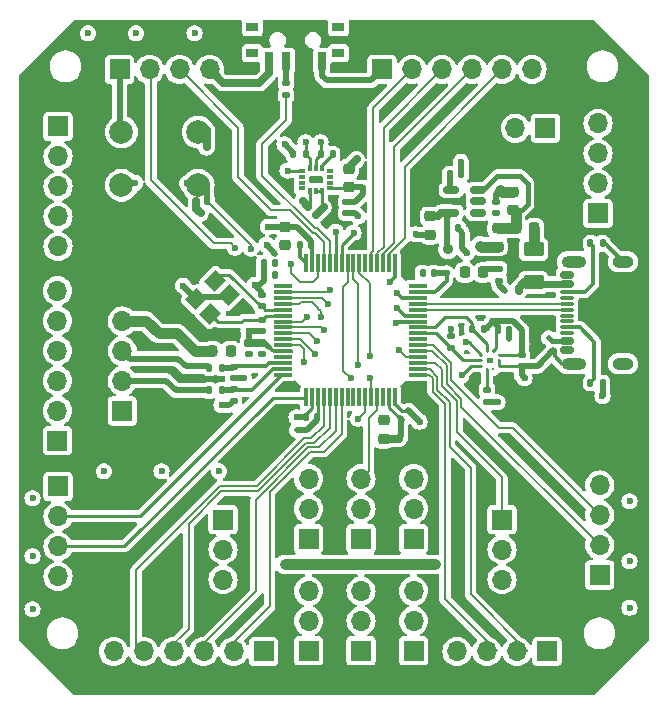
<source format=gbr>
%TF.GenerationSoftware,KiCad,Pcbnew,8.0.9*%
%TF.CreationDate,2025-09-02T19:01:46-04:00*%
%TF.ProjectId,Flight Controlelr,466c6967-6874-4204-936f-6e74726f6c65,rev?*%
%TF.SameCoordinates,Original*%
%TF.FileFunction,Copper,L1,Top*%
%TF.FilePolarity,Positive*%
%FSLAX46Y46*%
G04 Gerber Fmt 4.6, Leading zero omitted, Abs format (unit mm)*
G04 Created by KiCad (PCBNEW 8.0.9) date 2025-09-02 19:01:46*
%MOMM*%
%LPD*%
G01*
G04 APERTURE LIST*
G04 Aperture macros list*
%AMRoundRect*
0 Rectangle with rounded corners*
0 $1 Rounding radius*
0 $2 $3 $4 $5 $6 $7 $8 $9 X,Y pos of 4 corners*
0 Add a 4 corners polygon primitive as box body*
4,1,4,$2,$3,$4,$5,$6,$7,$8,$9,$2,$3,0*
0 Add four circle primitives for the rounded corners*
1,1,$1+$1,$2,$3*
1,1,$1+$1,$4,$5*
1,1,$1+$1,$6,$7*
1,1,$1+$1,$8,$9*
0 Add four rect primitives between the rounded corners*
20,1,$1+$1,$2,$3,$4,$5,0*
20,1,$1+$1,$4,$5,$6,$7,0*
20,1,$1+$1,$6,$7,$8,$9,0*
20,1,$1+$1,$8,$9,$2,$3,0*%
%AMRotRect*
0 Rectangle, with rotation*
0 The origin of the aperture is its center*
0 $1 length*
0 $2 width*
0 $3 Rotation angle, in degrees counterclockwise*
0 Add horizontal line*
21,1,$1,$2,0,0,$3*%
G04 Aperture macros list end*
%TA.AperFunction,ComponentPad*%
%ADD10C,2.000000*%
%TD*%
%TA.AperFunction,SMDPad,CuDef*%
%ADD11RoundRect,0.140000X0.140000X0.170000X-0.140000X0.170000X-0.140000X-0.170000X0.140000X-0.170000X0*%
%TD*%
%TA.AperFunction,SMDPad,CuDef*%
%ADD12RoundRect,0.225000X-0.250000X0.225000X-0.250000X-0.225000X0.250000X-0.225000X0.250000X0.225000X0*%
%TD*%
%TA.AperFunction,ComponentPad*%
%ADD13R,1.700000X1.700000*%
%TD*%
%TA.AperFunction,ComponentPad*%
%ADD14O,1.700000X1.700000*%
%TD*%
%TA.AperFunction,SMDPad,CuDef*%
%ADD15RoundRect,0.140000X-0.140000X-0.170000X0.140000X-0.170000X0.140000X0.170000X-0.140000X0.170000X0*%
%TD*%
%TA.AperFunction,SMDPad,CuDef*%
%ADD16RoundRect,0.135000X0.185000X-0.135000X0.185000X0.135000X-0.185000X0.135000X-0.185000X-0.135000X0*%
%TD*%
%TA.AperFunction,SMDPad,CuDef*%
%ADD17R,1.000000X0.800000*%
%TD*%
%TA.AperFunction,SMDPad,CuDef*%
%ADD18R,0.700000X1.500000*%
%TD*%
%TA.AperFunction,SMDPad,CuDef*%
%ADD19RoundRect,0.135000X-0.185000X0.135000X-0.185000X-0.135000X0.185000X-0.135000X0.185000X0.135000X0*%
%TD*%
%TA.AperFunction,SMDPad,CuDef*%
%ADD20R,0.304800X0.533400*%
%TD*%
%TA.AperFunction,SMDPad,CuDef*%
%ADD21R,0.533400X0.304800*%
%TD*%
%TA.AperFunction,SMDPad,CuDef*%
%ADD22RoundRect,0.225000X0.250000X-0.225000X0.250000X0.225000X-0.250000X0.225000X-0.250000X-0.225000X0*%
%TD*%
%TA.AperFunction,SMDPad,CuDef*%
%ADD23RoundRect,0.218750X0.218750X0.256250X-0.218750X0.256250X-0.218750X-0.256250X0.218750X-0.256250X0*%
%TD*%
%TA.AperFunction,SMDPad,CuDef*%
%ADD24RoundRect,0.075000X-0.075000X-0.700000X0.075000X-0.700000X0.075000X0.700000X-0.075000X0.700000X0*%
%TD*%
%TA.AperFunction,SMDPad,CuDef*%
%ADD25RoundRect,0.075000X-0.700000X-0.075000X0.700000X-0.075000X0.700000X0.075000X-0.700000X0.075000X0*%
%TD*%
%TA.AperFunction,SMDPad,CuDef*%
%ADD26RoundRect,0.140000X0.170000X-0.140000X0.170000X0.140000X-0.170000X0.140000X-0.170000X-0.140000X0*%
%TD*%
%TA.AperFunction,SMDPad,CuDef*%
%ADD27RoundRect,0.135000X-0.135000X-0.185000X0.135000X-0.185000X0.135000X0.185000X-0.135000X0.185000X0*%
%TD*%
%TA.AperFunction,SMDPad,CuDef*%
%ADD28RoundRect,0.250000X-0.625000X0.375000X-0.625000X-0.375000X0.625000X-0.375000X0.625000X0.375000X0*%
%TD*%
%TA.AperFunction,SMDPad,CuDef*%
%ADD29RoundRect,0.218750X-0.256250X0.218750X-0.256250X-0.218750X0.256250X-0.218750X0.256250X0.218750X0*%
%TD*%
%TA.AperFunction,SMDPad,CuDef*%
%ADD30R,0.275000X0.250000*%
%TD*%
%TA.AperFunction,SMDPad,CuDef*%
%ADD31R,0.250000X0.275000*%
%TD*%
%TA.AperFunction,ComponentPad*%
%ADD32O,1.800000X1.000000*%
%TD*%
%TA.AperFunction,ComponentPad*%
%ADD33O,2.100000X1.000000*%
%TD*%
%TA.AperFunction,SMDPad,CuDef*%
%ADD34RoundRect,0.150000X0.425000X-0.150000X0.425000X0.150000X-0.425000X0.150000X-0.425000X-0.150000X0*%
%TD*%
%TA.AperFunction,SMDPad,CuDef*%
%ADD35RoundRect,0.075000X0.500000X-0.075000X0.500000X0.075000X-0.500000X0.075000X-0.500000X-0.075000X0*%
%TD*%
%TA.AperFunction,SMDPad,CuDef*%
%ADD36RoundRect,0.140000X-0.170000X0.140000X-0.170000X-0.140000X0.170000X-0.140000X0.170000X0.140000X0*%
%TD*%
%TA.AperFunction,SMDPad,CuDef*%
%ADD37RoundRect,0.140000X-0.021213X0.219203X-0.219203X0.021213X0.021213X-0.219203X0.219203X-0.021213X0*%
%TD*%
%TA.AperFunction,SMDPad,CuDef*%
%ADD38RotRect,1.400000X1.200000X225.000000*%
%TD*%
%TA.AperFunction,SMDPad,CuDef*%
%ADD39RoundRect,0.150000X0.512500X0.150000X-0.512500X0.150000X-0.512500X-0.150000X0.512500X-0.150000X0*%
%TD*%
%TA.AperFunction,SMDPad,CuDef*%
%ADD40RoundRect,0.218750X-0.218750X-0.256250X0.218750X-0.256250X0.218750X0.256250X-0.218750X0.256250X0*%
%TD*%
%TA.AperFunction,SMDPad,CuDef*%
%ADD41RoundRect,0.135000X0.135000X0.185000X-0.135000X0.185000X-0.135000X-0.185000X0.135000X-0.185000X0*%
%TD*%
%TA.AperFunction,SMDPad,CuDef*%
%ADD42RoundRect,0.140000X-0.219203X-0.021213X-0.021213X-0.219203X0.219203X0.021213X0.021213X0.219203X0*%
%TD*%
%TA.AperFunction,ViaPad*%
%ADD43C,0.600000*%
%TD*%
%TA.AperFunction,ViaPad*%
%ADD44C,0.500000*%
%TD*%
%TA.AperFunction,ViaPad*%
%ADD45C,0.889000*%
%TD*%
%TA.AperFunction,Conductor*%
%ADD46C,0.298450*%
%TD*%
%TA.AperFunction,Conductor*%
%ADD47C,0.177800*%
%TD*%
%TA.AperFunction,Conductor*%
%ADD48C,0.508000*%
%TD*%
%TA.AperFunction,Conductor*%
%ADD49C,0.254000*%
%TD*%
%TA.AperFunction,Conductor*%
%ADD50C,0.203200*%
%TD*%
%TA.AperFunction,Conductor*%
%ADD51C,0.279400*%
%TD*%
%TA.AperFunction,Conductor*%
%ADD52C,0.889000*%
%TD*%
%TA.AperFunction,Conductor*%
%ADD53C,0.635000*%
%TD*%
%TA.AperFunction,Conductor*%
%ADD54C,0.304800*%
%TD*%
%TA.AperFunction,Conductor*%
%ADD55C,0.297180*%
%TD*%
%TA.AperFunction,Conductor*%
%ADD56C,0.200000*%
%TD*%
%TA.AperFunction,Conductor*%
%ADD57C,0.381000*%
%TD*%
%TA.AperFunction,Conductor*%
%ADD58C,0.584200*%
%TD*%
G04 APERTURE END LIST*
D10*
%TO.P,SW1,2,2*%
%TO.N,N/C*%
X131357100Y-97926100D03*
X124857100Y-97926100D03*
%TO.P,SW1,1,1*%
X131357100Y-93426100D03*
X124857100Y-93426100D03*
%TD*%
D11*
%TO.P,C14,2*%
%TO.N,GND*%
X136909100Y-104499100D03*
%TO.P,C14,1*%
%TO.N,N/C*%
X137869100Y-104499100D03*
%TD*%
D12*
%TO.P,C30,2*%
%TO.N,GND*%
X150978100Y-102112100D03*
%TO.P,C30,1*%
%TO.N,N/C*%
X150978100Y-100562100D03*
%TD*%
D13*
%TO.P,J1,1,Pin_1*%
%TO.N,GND*%
X146914100Y-88116100D03*
D14*
%TO.P,J1,2,Pin_2*%
%TO.N,N/C*%
X149454100Y-88116100D03*
%TO.P,J1,3,Pin_3*%
X151994099Y-88116100D03*
%TO.P,J1,4,Pin_4*%
X154534100Y-88116100D03*
%TO.P,J1,5,Pin_5*%
X157074100Y-88116100D03*
%TO.P,J1,6,Pin_6*%
X159614100Y-88116100D03*
%TD*%
D15*
%TO.P,C10,2*%
%TO.N,GND*%
X157653100Y-110222100D03*
%TO.P,C10,1*%
%TO.N,N/C*%
X156693100Y-110222100D03*
%TD*%
D16*
%TO.P,R6,2*%
%TO.N,N/C*%
X152756100Y-110720101D03*
%TO.P,R6,1*%
%TO.N,I2C3_SDA*%
X152756100Y-111740099D03*
%TD*%
D14*
%TO.P,J7,4,Pin_4*%
%TO.N,GND*%
X165354100Y-123305100D03*
%TO.P,J7,3,Pin_3*%
%TO.N,N/C*%
X165354100Y-125845101D03*
%TO.P,J7,2,Pin_2*%
X165354100Y-128385100D03*
D13*
%TO.P,J7,1,Pin_1*%
X165354100Y-130925100D03*
%TD*%
D17*
%TO.P,SW2,*%
%TO.N,*%
X143222100Y-86750100D03*
X143222100Y-84540100D03*
X135922100Y-86750100D03*
X135922100Y-84540100D03*
D18*
%TO.P,SW2,1,A*%
%TO.N,GND*%
X141822100Y-87400100D03*
%TO.P,SW2,2,B*%
%TO.N,N/C*%
X138822100Y-87400100D03*
%TO.P,SW2,3,C*%
X137322100Y-87400100D03*
%TD*%
D14*
%TO.P,J13,3,Pin_3*%
%TO.N,N/C*%
X140691100Y-132272101D03*
%TO.P,J13,2,Pin_2*%
X140691100Y-134812100D03*
D13*
%TO.P,J13,1,Pin_1*%
%TO.N,GND*%
X140691100Y-137352100D03*
%TD*%
D12*
%TO.P,C20,2*%
%TO.N,GND*%
X147041100Y-119384100D03*
%TO.P,C20,1*%
%TO.N,N/C*%
X147041100Y-117834100D03*
%TD*%
D19*
%TO.P,R7,1*%
%TO.N,N/C*%
X138786100Y-89290100D03*
%TO.P,R7,2*%
X138786100Y-90310098D03*
%TD*%
D20*
%TO.P,MT1,14,AP_SDA/AP_SDIO/AP_SDI*%
%TO.N,I2C1_SDA*%
X140826101Y-96498100D03*
%TO.P,MT1,13,AP_SCL/AP_SCLK*%
%TO.N,I2C1_SCL*%
X141326100Y-96498100D03*
%TO.P,MT1,12,AP_CS*%
%TO.N,N/C*%
X141826099Y-96498100D03*
D21*
%TO.P,MT1,11,RESV__3*%
X142532600Y-96700599D03*
%TO.P,MT1,10,RESV__2*%
X142532600Y-97200600D03*
%TO.P,MT1,9,INT2*%
X142532600Y-97700600D03*
%TO.P,MT1,8,VDD*%
X142532600Y-98200601D03*
D20*
%TO.P,MT1,7,FSYNC*%
%TO.N,GND*%
X141826099Y-98403100D03*
%TO.P,MT1,6,GND*%
X141326100Y-98403100D03*
%TO.P,MT1,5,VDDIO*%
%TO.N,N/C*%
X140826101Y-98403100D03*
D21*
%TO.P,MT1,4,INT1/INT*%
X140119600Y-98200601D03*
%TO.P,MT1,3,RESV__1*%
X140119600Y-97700600D03*
%TO.P,MT1,2,RESV*%
X140119600Y-97200600D03*
%TO.P,MT1,1,AP_SDO/AP_AD0*%
%TO.N,GND*%
X140119600Y-96700599D03*
%TD*%
D15*
%TO.P,C31,2*%
%TO.N,GND*%
X153337700Y-101578100D03*
%TO.P,C31,1*%
%TO.N,N/C*%
X152377700Y-101578100D03*
%TD*%
D14*
%TO.P,J21,3,Pin_3*%
%TO.N,GND*%
X157074100Y-131311100D03*
%TO.P,J21,2,Pin_2*%
%TO.N,N/C*%
X157074100Y-128771100D03*
D13*
%TO.P,J21,1,Pin_1*%
%TO.N,TIM12_CH1*%
X157074100Y-126231100D03*
%TD*%
D14*
%TO.P,J22,3,Pin_3*%
%TO.N,GND*%
X133452100Y-131311100D03*
%TO.P,J22,2,Pin_2*%
%TO.N,N/C*%
X133452100Y-128771100D03*
D13*
%TO.P,J22,1,Pin_1*%
%TO.N,TIM12_CH2*%
X133452100Y-126231100D03*
%TD*%
D14*
%TO.P,J9,3,Pin_3*%
%TO.N,N/C*%
X145136100Y-122772101D03*
%TO.P,J9,2,Pin_2*%
X145136100Y-125312100D03*
D13*
%TO.P,J9,1,Pin_1*%
%TO.N,GND*%
X145136100Y-127852100D03*
%TD*%
D22*
%TO.P,C1,2*%
%TO.N,GND*%
X144120100Y-96548600D03*
%TO.P,C1,1*%
%TO.N,N/C*%
X144120100Y-98098600D03*
%TD*%
D23*
%TO.P,D1,2,A*%
%TO.N,N/C*%
X153924399Y-105311900D03*
%TO.P,D1,1,K*%
X155499401Y-105311900D03*
%TD*%
D24*
%TO.P,U1,64,VDD*%
%TO.N,N/C*%
X140497100Y-104539100D03*
%TO.P,U1,63,VSS*%
%TO.N,GND*%
X140997100Y-104539100D03*
%TO.P,U1,62,PB9*%
%TO.N,N/C*%
X141497100Y-104539100D03*
%TO.P,U1,61,PB8*%
X141997100Y-104539100D03*
%TO.P,U1,60,BOOT0*%
X142497100Y-104539100D03*
%TO.P,U1,59,PB7*%
%TO.N,I2C1_SDA*%
X142997100Y-104539100D03*
%TO.P,U1,58,PB6*%
%TO.N,I2C1_SCL*%
X143497100Y-104539100D03*
%TO.P,U1,57,PB5*%
%TO.N,N/C*%
X143997100Y-104539100D03*
%TO.P,U1,56,PB4*%
X144497100Y-104539100D03*
%TO.P,U1,55,PB3*%
X144997100Y-104539100D03*
%TO.P,U1,54,PD2*%
X145497100Y-104539100D03*
%TO.P,U1,53,PC12*%
X145997100Y-104539100D03*
%TO.P,U1,52,PC11*%
X146497100Y-104539100D03*
%TO.P,U1,51,PC10*%
X146997100Y-104539100D03*
%TO.P,U1,50,PA15*%
X147497100Y-104539100D03*
%TO.P,U1,49,PA14*%
X147997100Y-104539100D03*
D25*
%TO.P,U1,48,VDD*%
X149922100Y-106464100D03*
%TO.P,U1,47,VSS*%
%TO.N,GND*%
X149922100Y-106964100D03*
%TO.P,U1,46,PA13*%
%TO.N,N/C*%
X149922100Y-107464100D03*
%TO.P,U1,45,PA12*%
%TO.N,USB-D+*%
X149922100Y-107964100D03*
%TO.P,U1,44,PA11*%
%TO.N,USB-D-*%
X149922100Y-108464100D03*
%TO.P,U1,43,PA10*%
%TO.N,N/C*%
X149922100Y-108964100D03*
%TO.P,U1,42,PA9*%
X149922100Y-109464100D03*
%TO.P,U1,41,PA8*%
%TO.N,I2C3_SCL*%
X149922100Y-109964100D03*
%TO.P,U1,40,PC9*%
%TO.N,I2C3_SDA*%
X149922100Y-110464100D03*
%TO.P,U1,39,PC8*%
%TO.N,N/C*%
X149922100Y-110964100D03*
%TO.P,U1,38,PC7*%
X149922100Y-111464100D03*
%TO.P,U1,37,PC6*%
X149922100Y-111964100D03*
%TO.P,U1,36,PB15*%
%TO.N,TIM12_CH2*%
X149922100Y-112464100D03*
%TO.P,U1,35,PB14*%
%TO.N,TIM12_CH1*%
X149922100Y-112964100D03*
%TO.P,U1,34,PB13*%
%TO.N,N/C*%
X149922100Y-113464100D03*
%TO.P,U1,33,PB12*%
X149922100Y-113964100D03*
D24*
%TO.P,U1,32,VDD*%
X147997100Y-115889100D03*
%TO.P,U1,31,VSS*%
%TO.N,GND*%
X147497100Y-115889100D03*
%TO.P,U1,30,VCAP_1*%
%TO.N,N/C*%
X146997100Y-115889100D03*
%TO.P,U1,29,PB10*%
X146497100Y-115889100D03*
%TO.P,U1,28,PB2*%
X145997100Y-115889100D03*
%TO.P,U1,27,PB1*%
X145497100Y-115889100D03*
%TO.P,U1,26,PB0*%
X144997100Y-115889100D03*
%TO.P,U1,25,PC5*%
X144497100Y-115889100D03*
%TO.P,U1,24,PC4*%
X143997100Y-115889100D03*
%TO.P,U1,23,PA7*%
X143497100Y-115889100D03*
%TO.P,U1,22,PA6*%
X142997100Y-115889100D03*
%TO.P,U1,21,PA5*%
X142497100Y-115889100D03*
%TO.P,U1,20,PA4*%
X141997100Y-115889100D03*
%TO.P,U1,19,VDD*%
X141497100Y-115889100D03*
%TO.P,U1,18,VSS*%
%TO.N,GND*%
X140997100Y-115889100D03*
%TO.P,U1,17,PA3*%
%TO.N,N/C*%
X140497100Y-115889100D03*
D25*
%TO.P,U1,16,PA2*%
X138572100Y-113964100D03*
%TO.P,U1,15,PA1*%
X138572100Y-113464100D03*
%TO.P,U1,14,PA0*%
X138572100Y-112964100D03*
%TO.P,U1,13,VDDA*%
X138572100Y-112464100D03*
%TO.P,U1,12,VSSA*%
%TO.N,GND*%
X138572100Y-111964100D03*
%TO.P,U1,11,PC3*%
%TO.N,N/C*%
X138572100Y-111464100D03*
%TO.P,U1,10,PC2*%
X138572100Y-110964100D03*
%TO.P,U1,9,PC1*%
X138572100Y-110464100D03*
%TO.P,U1,8,PC0*%
X138572100Y-109964100D03*
%TO.P,U1,7,NRST*%
%TO.N,NRST*%
X138572100Y-109464100D03*
%TO.P,U1,6,PH1*%
%TO.N,N/C*%
X138572100Y-108964100D03*
%TO.P,U1,5,PH0*%
X138572100Y-108464100D03*
%TO.P,U1,4,PC15*%
X138572100Y-107964100D03*
%TO.P,U1,3,PC14*%
X138572100Y-107464100D03*
%TO.P,U1,2,PC13*%
X138572100Y-106964100D03*
%TO.P,U1,1,VBAT*%
X138572100Y-106464100D03*
%TD*%
D26*
%TO.P,C17,2*%
%TO.N,GND*%
X135611100Y-111258100D03*
%TO.P,C17,1*%
%TO.N,N/C*%
X135611100Y-112218100D03*
%TD*%
D27*
%TO.P,R2,2*%
%TO.N,I2C1_SDA*%
X140437100Y-95291600D03*
%TO.P,R2,1*%
%TO.N,N/C*%
X139417102Y-95291600D03*
%TD*%
D13*
%TO.P,J4,1,Pin_1*%
%TO.N,GND*%
X124689100Y-88116100D03*
D14*
%TO.P,J4,2,Pin_2*%
%TO.N,N/C*%
X127229100Y-88116100D03*
%TO.P,J4,3,Pin_3*%
X129769099Y-88116100D03*
%TO.P,J4,4,Pin_4*%
X132309100Y-88116100D03*
%TD*%
%TO.P,J8,3,Pin_3*%
%TO.N,N/C*%
X140691100Y-122772101D03*
%TO.P,J8,2,Pin_2*%
X140691100Y-125312100D03*
D13*
%TO.P,J8,1,Pin_1*%
%TO.N,GND*%
X140691100Y-127852100D03*
%TD*%
D28*
%TO.P,F3,2*%
%TO.N,N/C*%
X159741100Y-106153099D03*
%TO.P,F3,1*%
X159741100Y-103353101D03*
%TD*%
D14*
%TO.P,J6,4,Pin_4*%
%TO.N,GND*%
X119482100Y-131052100D03*
%TO.P,J6,3,Pin_3*%
%TO.N,N/C*%
X119482100Y-128512100D03*
%TO.P,J6,2,Pin_2*%
X119482100Y-125972100D03*
D13*
%TO.P,J6,1,Pin_1*%
X119482100Y-123432100D03*
%TD*%
D14*
%TO.P,J2,6,Pin_6*%
%TO.N,N/C*%
X119432100Y-106862100D03*
%TO.P,J2,5,Pin_5*%
X119432100Y-109402100D03*
%TO.P,J2,4,Pin_4*%
X119432100Y-111942100D03*
%TO.P,J2,3,Pin_3*%
X119432100Y-114482101D03*
%TO.P,J2,2,Pin_2*%
X119432100Y-117022100D03*
D13*
%TO.P,J2,1,Pin_1*%
%TO.N,GND*%
X119432100Y-119562100D03*
%TD*%
D26*
%TO.P,C26,2*%
%TO.N,GND*%
X156566100Y-99348100D03*
%TO.P,C26,1*%
%TO.N,N/C*%
X156566100Y-100308100D03*
%TD*%
D11*
%TO.P,C28,2*%
%TO.N,GND*%
X131166100Y-99292100D03*
%TO.P,C28,1*%
%TO.N,NRST*%
X132126100Y-99292100D03*
%TD*%
D14*
%TO.P,J17,6,Pin_6*%
%TO.N,N/C*%
X124181100Y-137402100D03*
%TO.P,J17,5,Pin_5*%
X126721100Y-137402100D03*
%TO.P,J17,4,Pin_4*%
X129261100Y-137402100D03*
%TO.P,J17,3,Pin_3*%
X131801101Y-137402100D03*
%TO.P,J17,2,Pin_2*%
X134341100Y-137402100D03*
D13*
%TO.P,J17,1,Pin_1*%
%TO.N,GND*%
X136881100Y-137402100D03*
%TD*%
D11*
%TO.P,C7,2*%
%TO.N,GND*%
X140465100Y-117580100D03*
%TO.P,C7,1*%
%TO.N,N/C*%
X141425100Y-117580100D03*
%TD*%
D27*
%TO.P,R12,2*%
%TO.N,GND*%
X165585100Y-102848100D03*
%TO.P,R12,1*%
%TO.N,N/C*%
X164565100Y-102848100D03*
%TD*%
D19*
%TO.P,R13,2*%
%TO.N,GND*%
X156820100Y-106027098D03*
%TO.P,R13,1*%
%TO.N,N/C*%
X156820100Y-105007100D03*
%TD*%
D29*
%TO.P,D8,2,A*%
%TO.N,N/C*%
X156693100Y-103127601D03*
%TO.P,D8,1,K*%
X156693100Y-101552599D03*
%TD*%
D26*
%TO.P,C22,2*%
%TO.N,GND*%
X136754100Y-107222100D03*
%TO.P,C22,1*%
%TO.N,N/C*%
X136754100Y-108182100D03*
%TD*%
%TO.P,C4,2*%
%TO.N,N/C*%
X134341100Y-113290100D03*
%TO.P,C4,1*%
%TO.N,GND*%
X134341100Y-114250100D03*
%TD*%
D30*
%TO.P,U6,10,VDD*%
%TO.N,N/C*%
X156820100Y-112262100D03*
%TO.P,U6,9,VSS*%
%TO.N,GND*%
X156820100Y-112762100D03*
%TO.P,U6,8,VSS*%
X156820100Y-113262100D03*
D31*
%TO.P,U6,7,INT*%
%TO.N,N/C*%
X156308100Y-113525100D03*
%TO.P,U6,6,CSB*%
X155808100Y-113525100D03*
D30*
%TO.P,U6,5,SDO*%
%TO.N,GND*%
X155296100Y-113262100D03*
%TO.P,U6,4,SDI*%
%TO.N,I2C3_SDA*%
X155296100Y-112762100D03*
%TO.P,U6,3,VSS*%
%TO.N,GND*%
X155296100Y-112262100D03*
D31*
%TO.P,U6,2,SCK*%
%TO.N,I2C3_SCL*%
X155808100Y-111999100D03*
%TO.P,U6,1,VDDIO*%
%TO.N,N/C*%
X156308100Y-111999100D03*
%TD*%
D26*
%TO.P,C18,2*%
%TO.N,GND*%
X136754100Y-111258100D03*
%TO.P,C18,1*%
%TO.N,N/C*%
X136754100Y-112218100D03*
%TD*%
D32*
%TO.P,J23,S1,SHIELD*%
%TO.N,GND*%
X167329100Y-104391500D03*
D33*
X163149100Y-104391500D03*
D32*
X167329100Y-113031500D03*
D33*
X163149100Y-113031500D03*
D34*
%TO.P,J23,B12,GND*%
X162574100Y-111911500D03*
%TO.P,J23,B9,VBUS*%
%TO.N,N/C*%
X162574100Y-111111500D03*
D35*
%TO.P,J23,B8*%
X162574100Y-110461500D03*
%TO.P,J23,B7,D-*%
%TO.N,USB-D-*%
X162574100Y-109461500D03*
%TO.P,J23,B6,D+*%
%TO.N,USB-D+*%
X162574100Y-107961500D03*
%TO.P,J23,B5,CC2*%
%TO.N,N/C*%
X162574100Y-106961500D03*
D34*
%TO.P,J23,B4,VBUS*%
X162574100Y-106311500D03*
%TO.P,J23,B1,GND*%
%TO.N,GND*%
X162574100Y-105511500D03*
%TO.P,J23,A12,GND*%
X162574100Y-105511500D03*
%TO.P,J23,A9,VBUS*%
%TO.N,N/C*%
X162574100Y-106311500D03*
D35*
%TO.P,J23,A8*%
X162574101Y-107461500D03*
%TO.P,J23,A7,D-*%
%TO.N,USB-D-*%
X162574100Y-108461500D03*
%TO.P,J23,A6,D+*%
%TO.N,USB-D+*%
X162574100Y-108961500D03*
%TO.P,J23,A5,CC1*%
%TO.N,N/C*%
X162574101Y-109961500D03*
D34*
%TO.P,J23,A4,VBUS*%
X162574100Y-111111500D03*
%TO.P,J23,A1,GND*%
%TO.N,GND*%
X162574100Y-111911500D03*
%TD*%
D36*
%TO.P,C2,2*%
%TO.N,GND*%
X143866100Y-100280100D03*
%TO.P,C2,1*%
%TO.N,N/C*%
X143866100Y-99320100D03*
%TD*%
D37*
%TO.P,C16,2*%
%TO.N,GND*%
X148521278Y-117750922D03*
%TO.P,C16,1*%
%TO.N,N/C*%
X149200100Y-117072100D03*
%TD*%
D15*
%TO.P,C15,2*%
%TO.N,GND*%
X140917100Y-102975100D03*
%TO.P,C15,1*%
%TO.N,N/C*%
X139957100Y-102975100D03*
%TD*%
D38*
%TO.P,Y1,4,4*%
%TO.N,GND*%
X133941958Y-107243323D03*
%TO.P,Y1,3,3*%
%TO.N,N/C*%
X132386323Y-108798958D03*
%TO.P,Y1,2,2*%
%TO.N,GND*%
X131184242Y-107596877D03*
%TO.P,Y1,1,1*%
%TO.N,N/C*%
X132739877Y-106041242D03*
%TD*%
D39*
%TO.P,U4,5,OUT*%
%TO.N,N/C*%
X152761600Y-100242099D03*
%TO.P,U4,4,BP*%
X152761600Y-98342101D03*
%TO.P,U4,3,EN*%
X155036600Y-98342101D03*
%TO.P,U4,2,GND*%
%TO.N,GND*%
X155036600Y-99292100D03*
%TO.P,U4,1,IN*%
%TO.N,N/C*%
X155036600Y-100242099D03*
%TD*%
D40*
%TO.P,D7,2,A*%
%TO.N,N/C*%
X159792100Y-101578100D03*
%TO.P,D7,1,K*%
X158217100Y-101578100D03*
%TD*%
%TO.P,FB1,2*%
%TO.N,N/C*%
X134112600Y-111992100D03*
%TO.P,FB1,1*%
X132537600Y-111992100D03*
%TD*%
D36*
%TO.P,C9,2*%
%TO.N,GND*%
X158725100Y-113234100D03*
%TO.P,C9,1*%
%TO.N,N/C*%
X158725100Y-112274100D03*
%TD*%
D27*
%TO.P,R11,2*%
%TO.N,GND*%
X165585100Y-114659100D03*
%TO.P,R11,1*%
%TO.N,N/C*%
X164565100Y-114659100D03*
%TD*%
D22*
%TO.P,C27,2*%
%TO.N,GND*%
X157963100Y-98504100D03*
%TO.P,C27,1*%
%TO.N,N/C*%
X157963100Y-100054100D03*
%TD*%
D14*
%TO.P,J5,4,Pin_4*%
%TO.N,N/C*%
X124918100Y-109417100D03*
%TO.P,J5,3,Pin_3*%
X124918100Y-111957101D03*
%TO.P,J5,2,Pin_2*%
X124918100Y-114497100D03*
D13*
%TO.P,J5,1,Pin_1*%
%TO.N,GND*%
X124918100Y-117037100D03*
%TD*%
D15*
%TO.P,C6,2*%
%TO.N,GND*%
X151303100Y-105388100D03*
%TO.P,C6,1*%
%TO.N,N/C*%
X150343100Y-105388100D03*
%TD*%
D14*
%TO.P,J11,2,Pin_2*%
%TO.N,N/C*%
X158197100Y-93094100D03*
D13*
%TO.P,J11,1,Pin_1*%
X160737100Y-93094100D03*
%TD*%
D22*
%TO.P,C13,2*%
%TO.N,GND*%
X138659100Y-101438100D03*
%TO.P,C13,1*%
%TO.N,N/C*%
X138659100Y-102988100D03*
%TD*%
D15*
%TO.P,C21,2*%
%TO.N,N/C*%
X137869100Y-105515100D03*
%TO.P,C21,1*%
%TO.N,GND*%
X136909100Y-105515100D03*
%TD*%
D41*
%TO.P,R1,2*%
%TO.N,I2C1_SCL*%
X141707100Y-95291600D03*
%TO.P,R1,1*%
%TO.N,N/C*%
X142727098Y-95291600D03*
%TD*%
D42*
%TO.P,C3,2*%
%TO.N,GND*%
X141326100Y-100435100D03*
%TO.P,C3,1*%
%TO.N,N/C*%
X140647278Y-99756278D03*
%TD*%
D14*
%TO.P,J3,4,Pin_4*%
%TO.N,GND*%
X165202100Y-92688100D03*
%TO.P,J3,3,Pin_3*%
%TO.N,N/C*%
X165202100Y-95228101D03*
%TO.P,J3,2,Pin_2*%
X165202100Y-97768100D03*
D13*
%TO.P,J3,1,Pin_1*%
X165202100Y-100308100D03*
%TD*%
D26*
%TO.P,C5,2*%
%TO.N,N/C*%
X134341100Y-115195100D03*
%TO.P,C5,1*%
%TO.N,GND*%
X134341100Y-116155100D03*
%TD*%
D27*
%TO.P,R4,2*%
%TO.N,N/C*%
X133325100Y-115294100D03*
%TO.P,R4,1*%
X132305102Y-115294100D03*
%TD*%
D15*
%TO.P,C29,2*%
%TO.N,GND*%
X153617100Y-97006100D03*
%TO.P,C29,1*%
%TO.N,N/C*%
X152657100Y-97006100D03*
%TD*%
D14*
%TO.P,J10,5,Pin_5*%
%TO.N,GND*%
X119482100Y-103102100D03*
%TO.P,J10,4,Pin_4*%
%TO.N,N/C*%
X119482100Y-100562100D03*
%TO.P,J10,3,Pin_3*%
X119482100Y-98022100D03*
%TO.P,J10,2,Pin_2*%
X119482100Y-95482100D03*
D13*
%TO.P,J10,1,Pin_1*%
X119482100Y-92942100D03*
%TD*%
D14*
%TO.P,J14,3,Pin_3*%
%TO.N,N/C*%
X149581100Y-132272101D03*
%TO.P,J14,2,Pin_2*%
X149581100Y-134812100D03*
D13*
%TO.P,J14,1,Pin_1*%
%TO.N,GND*%
X149581100Y-137352100D03*
%TD*%
D19*
%TO.P,R9,2*%
%TO.N,N/C*%
X155804100Y-116312099D03*
%TO.P,R9,1*%
X155804100Y-115292101D03*
%TD*%
D41*
%TO.P,R5,2*%
%TO.N,I2C3_SCL*%
X154534100Y-110087100D03*
%TO.P,R5,1*%
%TO.N,N/C*%
X155554098Y-110087100D03*
%TD*%
D27*
%TO.P,R3,2*%
%TO.N,N/C*%
X133327100Y-113389100D03*
%TO.P,R3,1*%
X132307100Y-113389100D03*
%TD*%
D14*
%TO.P,J15,3,Pin_3*%
%TO.N,N/C*%
X149581100Y-122757101D03*
%TO.P,J15,2,Pin_2*%
X149581100Y-125297100D03*
D13*
%TO.P,J15,1,Pin_1*%
%TO.N,GND*%
X149581100Y-127837100D03*
%TD*%
D14*
%TO.P,J18,4,Pin_4*%
%TO.N,N/C*%
X153264100Y-137402100D03*
%TO.P,J18,3,Pin_3*%
X155804101Y-137402100D03*
%TO.P,J18,2,Pin_2*%
X158344100Y-137402100D03*
D13*
%TO.P,J18,1,Pin_1*%
%TO.N,GND*%
X160884100Y-137402100D03*
%TD*%
D36*
%TO.P,C23,2*%
%TO.N,GND*%
X136754100Y-110285100D03*
%TO.P,C23,1*%
%TO.N,N/C*%
X136754100Y-109325100D03*
%TD*%
D14*
%TO.P,J12,3,Pin_3*%
%TO.N,N/C*%
X145136100Y-132272101D03*
%TO.P,J12,2,Pin_2*%
X145136100Y-134812100D03*
D13*
%TO.P,J12,1,Pin_1*%
%TO.N,GND*%
X145136100Y-137352100D03*
%TD*%
D43*
%TO.N,*%
X144882100Y-117707100D03*
X148184100Y-108309100D03*
X134468100Y-103229100D03*
X140310100Y-112881100D03*
X148057100Y-109579100D03*
X144882100Y-113135100D03*
X148184100Y-107039100D03*
X142355373Y-108020140D03*
X144247100Y-114278100D03*
X142469100Y-106785100D03*
X139167100Y-104626100D03*
X145898100Y-114278100D03*
X141707100Y-109071100D03*
X145898100Y-112373100D03*
X147549100Y-106150100D03*
%TO.N,GND*%
X117323100Y-124438100D03*
X141961100Y-99800100D03*
D44*
%TO.N,*%
X158471100Y-106912100D03*
X161011100Y-110849100D03*
D43*
%TO.N,GND*%
X154102300Y-103660900D03*
D44*
X157328100Y-106912100D03*
D43*
X122022100Y-85068100D03*
X126086100Y-85068100D03*
X135230100Y-114278100D03*
X144882100Y-100562100D03*
X167869100Y-129772100D03*
X137262100Y-101451100D03*
X153594300Y-95964700D03*
%TO.N,*%
X141988885Y-110186315D03*
X141412479Y-111143721D03*
%TO.N,GND*%
X158979100Y-114278100D03*
X148361900Y-119358100D03*
%TO.N,*%
X141199100Y-112246100D03*
%TO.N,GND*%
X152375100Y-105388100D03*
X167869100Y-133709100D03*
X132055100Y-94720100D03*
X149758900Y-102086100D03*
X123355600Y-122152100D03*
X131039100Y-85068100D03*
X128245100Y-122152100D03*
X117323100Y-133836100D03*
X153645100Y-114024100D03*
X156896300Y-98352300D03*
X167869100Y-124692100D03*
X144755100Y-95736100D03*
X133134600Y-122152100D03*
X138913100Y-96700599D03*
X133325100Y-116564100D03*
X117323100Y-129327601D03*
X154026100Y-111230100D03*
D44*
X157653100Y-110905100D03*
D43*
X139675100Y-117580100D03*
%TO.N,*%
X140183100Y-99292100D03*
X156693100Y-116310100D03*
X145263100Y-98149100D03*
X155238151Y-103057975D03*
X156312100Y-109452100D03*
X138659100Y-94466100D03*
X138659100Y-130026100D03*
X158725100Y-111357100D03*
%TO.N,GND*%
X165581100Y-115802100D03*
X135611100Y-110239500D03*
%TO.N,*%
X152756100Y-110087100D03*
D45*
X152502100Y-103356100D03*
D43*
%TO.N,GND*%
X136119100Y-106378700D03*
%TO.N,*%
X137135100Y-102975100D03*
%TO.N,GND*%
X130073900Y-106429500D03*
%TO.N,*%
X151359100Y-130026100D03*
%TO.N,GND*%
X131547100Y-100308100D03*
%TO.N,I2C1_SDA*%
X140437100Y-94275600D03*
%TO.N,I2C1_SCL*%
X141707100Y-94275600D03*
X144501100Y-101959100D03*
%TO.N,TIM12_CH2*%
X148311100Y-111865100D03*
%TO.N,NRST*%
X140564100Y-109071100D03*
X130404100Y-97768100D03*
%TO.N,I2C1_SDA*%
X142997100Y-101852100D03*
%TO.N,NRST*%
X135814300Y-103305300D03*
X126009900Y-97742700D03*
%TO.N,*%
X150089100Y-117961100D03*
%TD*%
D46*
%TO.N,*%
X135865100Y-115294100D02*
X137695100Y-113464100D01*
X137695100Y-113464100D02*
X138572100Y-113464100D01*
D47*
X152251300Y-132970299D02*
X152251300Y-116440300D01*
X156683101Y-137402100D02*
X152251300Y-132970299D01*
X150918100Y-113964100D02*
X149922100Y-113964100D01*
X150952390Y-113464100D02*
X151609900Y-114121610D01*
X152629100Y-116283810D02*
X152629100Y-120056600D01*
X151232100Y-114278100D02*
X150918100Y-113964100D01*
X151609900Y-114121610D02*
X151609900Y-115264610D01*
X149922100Y-113464100D02*
X150952390Y-113464100D01*
D46*
X137065186Y-113262100D02*
X137363186Y-112964100D01*
X137363186Y-112964100D02*
X138572100Y-112964100D01*
D47*
X152251300Y-116440300D02*
X151232100Y-115421100D01*
X126086099Y-130504373D02*
X133168372Y-123422100D01*
X126086099Y-137402100D02*
X126086099Y-130504373D01*
X141997100Y-118306100D02*
X141997100Y-115889100D01*
X140935500Y-119367700D02*
X141997100Y-118306100D01*
X151609900Y-115264610D02*
X152629100Y-116283810D01*
X159223100Y-137382100D02*
X159223100Y-137402100D01*
X151232100Y-115421100D02*
X151232100Y-114278100D01*
D48*
X133327100Y-113389100D02*
X134242100Y-113389100D01*
D46*
X134440100Y-115294100D02*
X135865100Y-115294100D01*
X134369100Y-113262100D02*
X137065186Y-113262100D01*
D47*
X154407100Y-132566100D02*
X159223100Y-137382100D01*
X136294230Y-123422100D02*
X140348630Y-119367700D01*
D48*
X133325100Y-115294100D02*
X134242100Y-115294100D01*
X134242100Y-113389100D02*
X134341100Y-113290100D01*
D47*
X140348630Y-119367700D02*
X140935500Y-119367700D01*
X133168372Y-123422100D02*
X136294230Y-123422100D01*
X152629100Y-120056600D02*
X154407100Y-121834600D01*
X154407100Y-121834600D02*
X154407100Y-132566100D01*
D48*
X134242100Y-115294100D02*
X134341100Y-115195100D01*
D47*
X145497100Y-117092100D02*
X145497100Y-115889100D01*
X143612100Y-113643100D02*
X143612100Y-106531100D01*
X141192700Y-119745500D02*
X142497100Y-118441100D01*
X130531100Y-135497099D02*
X130531100Y-126593662D01*
X128626099Y-137402100D02*
X130531100Y-135497099D01*
X136246100Y-132322100D02*
X136246100Y-124538810D01*
D46*
X147549100Y-106150100D02*
X147997100Y-105702100D01*
D47*
X144882100Y-117707100D02*
X145497100Y-117092100D01*
X145997100Y-114377100D02*
X145997100Y-115889100D01*
X143612100Y-106531100D02*
X143997100Y-106146100D01*
X133321662Y-123803100D02*
X136447520Y-123803100D01*
X140505120Y-119745500D02*
X141192700Y-119745500D01*
X136447520Y-123803100D02*
X140505120Y-119745500D01*
D46*
X148184100Y-107039100D02*
X148609100Y-107464100D01*
D47*
X130531100Y-126593662D02*
X133321662Y-123803100D01*
X144247100Y-114278100D02*
X143612100Y-113643100D01*
X140661610Y-120123300D02*
X141576900Y-120123300D01*
X143997100Y-106146100D02*
X143997100Y-104539100D01*
X142497100Y-118441100D02*
X142497100Y-115889100D01*
X131166100Y-137402100D02*
X136246100Y-132322100D01*
D46*
X148609100Y-107464100D02*
X149922100Y-107464100D01*
D47*
X144882100Y-106250456D02*
X144497100Y-105865456D01*
X142997100Y-118703100D02*
X142997100Y-115889100D01*
X141576900Y-120123300D02*
X142997100Y-118703100D01*
X136246100Y-124538810D02*
X140661610Y-120123300D01*
X141961100Y-120501100D02*
X143497100Y-118965100D01*
X140818100Y-120501100D02*
X141961100Y-120501100D01*
X137389100Y-123930100D02*
X140818100Y-120501100D01*
X143497100Y-118965100D02*
X143497100Y-115889100D01*
X144882100Y-113135100D02*
X144882100Y-106250456D01*
X144497100Y-105865456D02*
X144497100Y-104539100D01*
D46*
X147997100Y-105702100D02*
X147997100Y-104539100D01*
D47*
X137389100Y-133582100D02*
X137389100Y-123930100D01*
X145898100Y-114278100D02*
X145997100Y-114377100D01*
X133706099Y-137265101D02*
X137389100Y-133582100D01*
X142290100Y-106964100D02*
X138572100Y-106964100D01*
D49*
X140497100Y-115889100D02*
X140457100Y-115929100D01*
D47*
X145898100Y-106231812D02*
X144997100Y-105330812D01*
D50*
X141218900Y-101978900D02*
X141997100Y-102757100D01*
D47*
X165339100Y-128385100D02*
X153641900Y-116687900D01*
X144997100Y-105330812D02*
X144997100Y-104539100D01*
X152756100Y-114405100D02*
X152756100Y-113008100D01*
X139893100Y-107964100D02*
X138572100Y-107964100D01*
D50*
X127356100Y-97514100D02*
X127356100Y-88243100D01*
D47*
X142469100Y-106785100D02*
X142290100Y-106964100D01*
D50*
X134722100Y-97260100D02*
X137516100Y-100054100D01*
D47*
X145898100Y-112373100D02*
X145898100Y-106231812D01*
D50*
X134722100Y-93069101D02*
X134722100Y-97260100D01*
D49*
X125070100Y-128502100D02*
X119492100Y-128502100D01*
D47*
X151177810Y-111964100D02*
X149922100Y-111964100D01*
D50*
X139121048Y-100054100D02*
X141045848Y-101978900D01*
D47*
X142355373Y-108020140D02*
X141799333Y-107464100D01*
X141799333Y-107464100D02*
X138572100Y-107464100D01*
X141707100Y-109071100D02*
X141707100Y-108607749D01*
X152756100Y-113008100D02*
X151212100Y-111464100D01*
X152375100Y-114786100D02*
X152375100Y-113161390D01*
X152375100Y-113161390D02*
X151177810Y-111964100D01*
X153641900Y-116052900D02*
X152375100Y-114786100D01*
D50*
X137516100Y-100054100D02*
X139121048Y-100054100D01*
D49*
X119482100Y-125972100D02*
X126393600Y-125972100D01*
D47*
X140985900Y-107841900D02*
X140015300Y-107841900D01*
D50*
X141045848Y-101978900D02*
X141218900Y-101978900D01*
D49*
X140457100Y-115929100D02*
X137643100Y-115929100D01*
D50*
X129769099Y-88116100D02*
X134722100Y-93069101D01*
D47*
X145771100Y-122137101D02*
X145771100Y-117643600D01*
D50*
X132690100Y-102848100D02*
X127356100Y-97514100D01*
D47*
X165354100Y-125845101D02*
X157978099Y-118469100D01*
D49*
X137643100Y-115929100D02*
X125070100Y-128502100D01*
D47*
X141481473Y-108337473D02*
X140985900Y-107841900D01*
X145771100Y-117643600D02*
X146497100Y-116917600D01*
X141481473Y-108382122D02*
X141481473Y-108337473D01*
X156820100Y-118469100D02*
X152756100Y-114405100D01*
X151212100Y-111464100D02*
X149922100Y-111464100D01*
X140015300Y-107841900D02*
X139893100Y-107964100D01*
X146497100Y-116917600D02*
X146497100Y-115889100D01*
X145136100Y-122772101D02*
X145771100Y-122137101D01*
D49*
X126393600Y-125972100D02*
X138401600Y-113964100D01*
D47*
X157978099Y-118469100D02*
X156820100Y-118469100D01*
D50*
X141997100Y-102757100D02*
X141997100Y-104539100D01*
X141072100Y-106150100D02*
X141497100Y-105725100D01*
D47*
X141707100Y-108607749D02*
X141481473Y-108382122D01*
X153641900Y-116687900D02*
X153641900Y-116052900D01*
X147041100Y-103134808D02*
X146497100Y-103678808D01*
X154534100Y-88116100D02*
X147930100Y-94720100D01*
X139977508Y-110964100D02*
X138572100Y-110964100D01*
X140310100Y-111830982D02*
X139943218Y-111464100D01*
X157074100Y-88116100D02*
X148819100Y-96371100D01*
X146152100Y-103489518D02*
X145997100Y-103644518D01*
X147930100Y-102780098D02*
X146997100Y-103713098D01*
D46*
X148057100Y-109579100D02*
X148172100Y-109464100D01*
D47*
X141988885Y-110186315D02*
X141766670Y-109964100D01*
X149454100Y-88116100D02*
X146152100Y-91418100D01*
X146497100Y-103678808D02*
X146497100Y-104539100D01*
D46*
X148172100Y-109464100D02*
X149922100Y-109464100D01*
D47*
X141199100Y-112246100D02*
X141199100Y-112185692D01*
X139943218Y-111464100D02*
X138572100Y-111464100D01*
X145997100Y-103644518D02*
X145997100Y-104539100D01*
X148819100Y-102425388D02*
X147497100Y-103747388D01*
X140732858Y-110464100D02*
X138572100Y-110464100D01*
X140310100Y-112881100D02*
X140310100Y-111830982D01*
X141766670Y-109964100D02*
X138572100Y-109964100D01*
X147497100Y-103747388D02*
X147497100Y-104539100D01*
X146997100Y-103713098D02*
X146997100Y-104539100D01*
X146152100Y-91418100D02*
X146152100Y-103489518D01*
X147041100Y-93069099D02*
X147041100Y-103134808D01*
X151994099Y-88116100D02*
X147041100Y-93069099D01*
X141412479Y-111143721D02*
X140732858Y-110464100D01*
X141199100Y-112185692D02*
X139977508Y-110964100D01*
D50*
X141497100Y-105725100D02*
X141497100Y-104539100D01*
X134087100Y-102848100D02*
X132690100Y-102848100D01*
D47*
X147930100Y-94720100D02*
X147930100Y-102780098D01*
D50*
X134468100Y-103229100D02*
X134087100Y-102848100D01*
X139167100Y-105388100D02*
X139929100Y-106150100D01*
X139929100Y-106150100D02*
X141072100Y-106150100D01*
X139167100Y-104626100D02*
X139167100Y-105388100D01*
D46*
X148184100Y-108309100D02*
X148839100Y-108964100D01*
X148839100Y-108964100D02*
X149922100Y-108964100D01*
D47*
X148819100Y-96371100D02*
X148819100Y-102425388D01*
D48*
X155804100Y-116312099D02*
X156691101Y-116312099D01*
D51*
X149177275Y-117049275D02*
X148595775Y-117049275D01*
D48*
X144120100Y-98098600D02*
X145212600Y-98098600D01*
X137135100Y-102975100D02*
X137869100Y-103709100D01*
X141425100Y-117774024D02*
X141425100Y-117580100D01*
D52*
X126940100Y-109417100D02*
X124918100Y-109417100D01*
D53*
X152761600Y-100242099D02*
X151933101Y-100242099D01*
D48*
X155554098Y-110087100D02*
X155677100Y-110087100D01*
X155677100Y-110087100D02*
X156312100Y-109452100D01*
D53*
X133483100Y-89290100D02*
X132309100Y-88116100D01*
D48*
X152377700Y-103231700D02*
X152377700Y-101578100D01*
D49*
X156820100Y-112262100D02*
X158713100Y-112262100D01*
D48*
X156691101Y-116312099D02*
X156693100Y-116310100D01*
D52*
X131089850Y-111992100D02*
X129565850Y-110468100D01*
D49*
X140647278Y-99756278D02*
X140818100Y-99585456D01*
D54*
X152756100Y-110720101D02*
X152756100Y-110087100D01*
D53*
X137322100Y-87400100D02*
X137322100Y-88445100D01*
D52*
X129565850Y-110468100D02*
X127991100Y-110468100D01*
D53*
X137322100Y-88445100D02*
X136477100Y-89290100D01*
D48*
X158725100Y-112274100D02*
X158725100Y-111357100D01*
D55*
X139957100Y-103999100D02*
X140497100Y-104539100D01*
D52*
X127991100Y-110468100D02*
X126940100Y-109417100D01*
D49*
X141826099Y-96192599D02*
X142727098Y-95291600D01*
D48*
X158725100Y-110140176D02*
X158725100Y-111357100D01*
X145263100Y-98657100D02*
X145263100Y-98149100D01*
X158037024Y-109452100D02*
X158725100Y-110140176D01*
X152377700Y-101578100D02*
X152377700Y-100625999D01*
D53*
X151933101Y-100242099D02*
X151613100Y-100562100D01*
D48*
X140534021Y-118665103D02*
X141425100Y-117774024D01*
D53*
X136477100Y-89290100D02*
X133483100Y-89290100D01*
D49*
X140818100Y-99585456D02*
X140818100Y-98411101D01*
X156308100Y-111999100D02*
X156566100Y-111741100D01*
D48*
X143866100Y-99320100D02*
X144600100Y-99320100D01*
X156693100Y-109833100D02*
X156312100Y-109452100D01*
X152502100Y-103356100D02*
X152377700Y-103231700D01*
X139417102Y-95224102D02*
X138659100Y-94466100D01*
X152377700Y-100625999D02*
X152761600Y-100242099D01*
X149200100Y-117072100D02*
X150089100Y-117961100D01*
X144600100Y-99320100D02*
X145263100Y-98657100D01*
X156312100Y-109452100D02*
X158037024Y-109452100D01*
X156693100Y-110222100D02*
X156693100Y-109833100D01*
X139675100Y-118665103D02*
X140534021Y-118665103D01*
D49*
X155808100Y-113525100D02*
X155808100Y-115288101D01*
X156566100Y-111741100D02*
X156566100Y-110349100D01*
D55*
X139957100Y-102975100D02*
X139957100Y-103999100D01*
D51*
X142532600Y-98200601D02*
X144018099Y-98200601D01*
X141497100Y-117508100D02*
X141497100Y-115889100D01*
D53*
X151613100Y-100562100D02*
X150978100Y-100562100D01*
D49*
X141826099Y-96498100D02*
X141826099Y-96192599D01*
D52*
X132537600Y-111992100D02*
X131089850Y-111992100D01*
D51*
X148595775Y-117049275D02*
X147997100Y-116450600D01*
D53*
X140647278Y-99756278D02*
X140183100Y-99292100D01*
D48*
X145212600Y-98098600D02*
X145263100Y-98149100D01*
D51*
%TO.N,I2C1_SDA*%
X140437100Y-95291600D02*
X140437100Y-94275600D01*
D48*
%TO.N,NRST*%
X130404100Y-97768100D02*
X132057100Y-97768100D01*
D50*
%TO.N,*%
X141450700Y-101575700D02*
X141212858Y-101575700D01*
X142497100Y-104539100D02*
X142497100Y-102622100D01*
D47*
%TO.N,NRST*%
X132126100Y-99292100D02*
X135814300Y-102980300D01*
%TO.N,TIM12_CH1*%
X153264100Y-116209390D02*
X151997300Y-114942590D01*
%TO.N,TIM12_CH2*%
X148311100Y-111865100D02*
X148910100Y-112464100D01*
D48*
%TO.N,*%
X138786100Y-89290100D02*
X138786100Y-87685099D01*
D51*
%TO.N,I2C1_SCL*%
X143497100Y-102963100D02*
X143497100Y-104539100D01*
D49*
%TO.N,I2C3_SDA*%
X153778101Y-112762100D02*
X153264100Y-112248099D01*
D47*
%TO.N,TIM12_CH2*%
X148910100Y-112464100D02*
X149922100Y-112464100D01*
D49*
%TO.N,I2C3_SCL*%
X154534100Y-109579100D02*
X154534100Y-110087100D01*
%TO.N,I2C3_SDA*%
X153264100Y-112248099D02*
X153264100Y-112246100D01*
X155296100Y-112762100D02*
X153778101Y-112762100D01*
D51*
%TO.N,I2C1_SDA*%
X140826101Y-95680601D02*
X140437100Y-95291600D01*
D49*
%TO.N,I2C3_SCL*%
X154026100Y-109071100D02*
X152271896Y-109071100D01*
%TO.N,I2C3_SDA*%
X151482100Y-110464100D02*
X149922100Y-110464100D01*
X153264100Y-112246100D02*
X151482100Y-110464100D01*
%TO.N,I2C3_SCL*%
X152271896Y-109071100D02*
X151378896Y-109964100D01*
D51*
%TO.N,I2C1_SDA*%
X140826101Y-96498100D02*
X140826101Y-95680601D01*
D47*
%TO.N,TIM12_CH1*%
X151442100Y-112964100D02*
X149922100Y-112964100D01*
D48*
%TO.N,NRST*%
X132093100Y-97732100D02*
X132093100Y-99259100D01*
D49*
%TO.N,I2C3_SCL*%
X155808100Y-111999100D02*
X155808100Y-111361100D01*
X151378896Y-109964100D02*
X149922100Y-109964100D01*
D48*
%TO.N,NRST*%
X124143100Y-97732100D02*
X125999300Y-97732100D01*
D49*
%TO.N,I2C3_SCL*%
X155808100Y-111361100D02*
X154534100Y-110087100D01*
D51*
%TO.N,I2C1_SCL*%
X141326100Y-96498100D02*
X141326100Y-95672600D01*
D50*
%TO.N,*%
X136754100Y-94466100D02*
X138786100Y-92434100D01*
D51*
%TO.N,I2C1_SCL*%
X141326100Y-95672600D02*
X141707100Y-95291600D01*
D47*
%TO.N,TIM12_CH1*%
X157074100Y-122660100D02*
X153264100Y-118850100D01*
D50*
%TO.N,*%
X136754100Y-97116942D02*
X136754100Y-94466100D01*
D47*
%TO.N,TIM12_CH1*%
X151997300Y-113519300D02*
X151442100Y-112964100D01*
X151997300Y-114942590D02*
X151997300Y-113519300D01*
X153264100Y-118850100D02*
X153264100Y-116209390D01*
D49*
%TO.N,I2C3_SCL*%
X154026100Y-109071100D02*
X154534100Y-109579100D01*
D50*
%TO.N,*%
X142497100Y-102622100D02*
X141450700Y-101575700D01*
D47*
%TO.N,TIM12_CH1*%
X157074100Y-126231100D02*
X157074100Y-122660100D01*
D50*
%TO.N,*%
X138786100Y-92434100D02*
X138786100Y-90310098D01*
D56*
%TO.N,USB-D-*%
X162574100Y-108461500D02*
X151050915Y-108461500D01*
D50*
%TO.N,USB-D+*%
X162281100Y-107961500D02*
X161558100Y-107961500D01*
%TO.N,*%
X141212858Y-101575700D02*
X136754100Y-97116942D01*
D51*
%TO.N,I2C1_SDA*%
X142997100Y-101852100D02*
X142997100Y-104539100D01*
%TO.N,I2C1_SCL*%
X144501100Y-101959100D02*
X143497100Y-102963100D01*
D56*
%TO.N,USB-D-*%
X151048315Y-108464100D02*
X149922100Y-108464100D01*
X151050915Y-108461500D02*
X151048315Y-108464100D01*
%TO.N,USB-D+*%
X161558100Y-107961500D02*
X149924700Y-107961500D01*
D51*
%TO.N,I2C1_SCL*%
X141707100Y-95291600D02*
X141707100Y-94275600D01*
D48*
%TO.N,GND*%
X149784900Y-102112100D02*
X149758900Y-102086100D01*
D53*
X131166100Y-99292100D02*
X131166100Y-99927100D01*
D57*
%TO.N,*%
X161273500Y-111111500D02*
X162574100Y-111111500D01*
D53*
X158471100Y-106912100D02*
X158471100Y-106658100D01*
D48*
%TO.N,GND*%
X138659100Y-101438100D02*
X139690099Y-101438100D01*
D49*
%TO.N,*%
X136754100Y-109325100D02*
X137115100Y-108964100D01*
D53*
%TO.N,GND*%
X144120100Y-96371100D02*
X144755100Y-95736100D01*
D48*
X151303100Y-105388100D02*
X152375100Y-105388100D01*
D46*
X151434100Y-106964100D02*
X152375100Y-106023100D01*
D54*
X162133100Y-113031500D02*
X161520700Y-112419100D01*
D48*
X134341100Y-116155100D02*
X133932100Y-116564100D01*
D49*
X154407100Y-113262100D02*
X153645100Y-114024100D01*
D48*
X133932100Y-116564100D02*
X133325100Y-116564100D01*
D58*
%TO.N,*%
X159899501Y-106311500D02*
X162397000Y-106311500D01*
D53*
X158471100Y-106658100D02*
X158976101Y-106153099D01*
D48*
%TO.N,GND*%
X136909100Y-105515100D02*
X136909100Y-104499100D01*
D57*
%TO.N,*%
X161011100Y-110849100D02*
X161273500Y-111111500D01*
D53*
X158976101Y-106153099D02*
X159741100Y-106153099D01*
D49*
X135179300Y-109325100D02*
X135026900Y-109477500D01*
X137115100Y-108964100D02*
X138572100Y-108964100D01*
D48*
%TO.N,GND*%
X158725100Y-113234100D02*
X160096500Y-113234100D01*
X142227100Y-89040100D02*
X145990100Y-89040100D01*
D49*
%TO.N,*%
X135026900Y-109477500D02*
X133064865Y-109477500D01*
D48*
%TO.N,GND*%
X156566100Y-99348100D02*
X156566100Y-98682500D01*
D49*
%TO.N,*%
X136754100Y-109325100D02*
X135179300Y-109325100D01*
X133064865Y-109477500D02*
X132386323Y-108798958D01*
D51*
%TO.N,GND*%
X141326100Y-98403100D02*
X141826099Y-98403100D01*
D48*
X160096500Y-113234100D02*
X161419100Y-111911500D01*
D49*
X155296100Y-113262100D02*
X154407100Y-113262100D01*
D48*
X153617100Y-95987500D02*
X153594300Y-95964700D01*
X133770800Y-107414481D02*
X131366638Y-107414481D01*
D53*
X132093100Y-94682100D02*
X132055100Y-94720100D01*
D55*
X165585100Y-102848100D02*
X165785700Y-102848100D01*
D48*
X157653100Y-110905100D02*
X157653100Y-110222100D01*
D52*
X157963100Y-98504100D02*
X157048100Y-98504100D01*
D48*
X136909100Y-105995100D02*
X136909100Y-105515100D01*
D46*
X149922100Y-106964100D02*
X151434100Y-106964100D01*
D48*
X138659100Y-101438100D02*
X137275100Y-101438100D01*
X153617100Y-97006100D02*
X153617100Y-95987500D01*
D49*
X156820100Y-113262100D02*
X158697100Y-113262100D01*
D48*
X135611100Y-111258100D02*
X135611100Y-110239500D01*
X156566100Y-98682500D02*
X156896300Y-98352300D01*
D49*
X156820100Y-112762100D02*
X156820100Y-113262100D01*
D48*
X124689100Y-92686100D02*
X124689100Y-88116100D01*
X131184242Y-107539842D02*
X130073900Y-106429500D01*
X150978100Y-102112100D02*
X149784900Y-102112100D01*
X144600100Y-100280100D02*
X144882100Y-100562100D01*
X135656700Y-110285100D02*
X135611100Y-110239500D01*
D53*
X147041100Y-119384100D02*
X148335900Y-119384100D01*
D48*
X154102300Y-103660900D02*
X153708600Y-103267200D01*
D51*
X140997100Y-116766100D02*
X140997100Y-115889100D01*
X141961100Y-99800100D02*
X141826099Y-99665099D01*
D48*
X148521278Y-119198722D02*
X148361900Y-119358100D01*
X139690099Y-101438100D02*
X140917100Y-102665101D01*
X137275100Y-101438100D02*
X137262100Y-101451100D01*
X140917100Y-102665101D02*
X140917100Y-102975100D01*
D55*
X165785700Y-102848100D02*
X167329100Y-104391500D01*
D48*
X136525500Y-106378700D02*
X136909100Y-105995100D01*
D52*
X157048100Y-98504100D02*
X156896300Y-98352300D01*
D48*
X141822100Y-88635100D02*
X142227100Y-89040100D01*
X136754100Y-107222100D02*
X136754100Y-107013700D01*
X158725100Y-114024100D02*
X158979100Y-114278100D01*
X153708600Y-101949000D02*
X153337700Y-101578100D01*
X135202100Y-114250100D02*
X135230100Y-114278100D01*
D52*
%TO.N,*%
X159792100Y-103302101D02*
X159792100Y-101578100D01*
D49*
X133960100Y-105515100D02*
X136627100Y-108182100D01*
X136754100Y-108182100D02*
X137036100Y-108464100D01*
D48*
X128654600Y-114497100D02*
X129451600Y-115294100D01*
D55*
X164076883Y-106961500D02*
X162574100Y-106961500D01*
X164782690Y-106255693D02*
X164076883Y-106961500D01*
D48*
X129451600Y-115294100D02*
X132305102Y-115294100D01*
D55*
X164565100Y-102848100D02*
X164782690Y-103065690D01*
D48*
%TO.N,GND*%
X148521278Y-117750922D02*
X148521278Y-119198722D01*
%TO.N,*%
X132307100Y-113389100D02*
X132180100Y-113262100D01*
D49*
%TO.N,GND*%
X138913100Y-96700599D02*
X140119600Y-96700599D01*
D48*
X156820100Y-106027098D02*
X156820100Y-106404100D01*
D51*
X140465100Y-117298100D02*
X140997100Y-116766100D01*
D49*
%TO.N,*%
X132739877Y-106041242D02*
X133266019Y-105515100D01*
D53*
%TO.N,GND*%
X141326100Y-100435100D02*
X141961100Y-99800100D01*
D48*
%TO.N,*%
X124918100Y-114497100D02*
X128654600Y-114497100D01*
%TO.N,GND*%
X143866100Y-100280100D02*
X144600100Y-100280100D01*
X141822100Y-87400100D02*
X141822100Y-88635100D01*
%TO.N,*%
X129642100Y-112627100D02*
X125588099Y-112627100D01*
D55*
X163679500Y-109961500D02*
X162574101Y-109961500D01*
D48*
X155804201Y-105007100D02*
X156820100Y-105007100D01*
X155499401Y-105311900D02*
X155804201Y-105007100D01*
%TO.N,GND*%
X158725100Y-113234100D02*
X158725100Y-114024100D01*
X140465100Y-117580100D02*
X139675100Y-117580100D01*
D55*
%TO.N,*%
X164888100Y-114336100D02*
X164888100Y-111170100D01*
X164565100Y-114659100D02*
X164888100Y-114336100D01*
D53*
%TO.N,GND*%
X132093100Y-93232100D02*
X132093100Y-94682100D01*
D48*
X145990100Y-89040100D02*
X146914100Y-88116100D01*
D53*
X148335900Y-119384100D02*
X148361900Y-119358100D01*
D55*
%TO.N,*%
X164782690Y-103065690D02*
X164782690Y-106255693D01*
D46*
%TO.N,GND*%
X140997100Y-104539100D02*
X140997100Y-103055100D01*
D52*
%TO.N,*%
X155238151Y-103057975D02*
X155307777Y-103127601D01*
D46*
%TO.N,GND*%
X152375100Y-106023100D02*
X152375100Y-105388100D01*
D49*
%TO.N,*%
X133266019Y-105515100D02*
X133960100Y-105515100D01*
D48*
%TO.N,GND*%
X156820100Y-106404100D02*
X157328100Y-106912100D01*
D49*
%TO.N,*%
X137036100Y-108464100D02*
X138572100Y-108464100D01*
D51*
%TO.N,GND*%
X147497100Y-116752652D02*
X147497100Y-115889100D01*
D52*
%TO.N,*%
X155307777Y-103127601D02*
X156693100Y-103127601D01*
D48*
X130277100Y-113262100D02*
X129642100Y-112627100D01*
D55*
X164888100Y-111170100D02*
X163679500Y-109961500D01*
D48*
%TO.N,GND*%
X136119100Y-106378700D02*
X136525500Y-106378700D01*
D49*
X154026100Y-111230100D02*
X154264100Y-111230100D01*
D52*
%TO.N,*%
X138659100Y-130026100D02*
X151359100Y-130026100D01*
D51*
%TO.N,GND*%
X141826099Y-99665099D02*
X141826099Y-98403100D01*
D48*
X136754100Y-107013700D02*
X136119100Y-106378700D01*
%TO.N,*%
X132180100Y-113262100D02*
X130277100Y-113262100D01*
%TO.N,GND*%
X153708600Y-103267200D02*
X153708600Y-101949000D01*
X124143100Y-93232100D02*
X124689100Y-92686100D01*
D53*
X131166100Y-99927100D02*
X131547100Y-100308100D01*
D48*
X134341100Y-114250100D02*
X135202100Y-114250100D01*
D54*
X161520700Y-112419100D02*
X161520700Y-111911500D01*
D48*
X165585100Y-114659100D02*
X165585100Y-115798100D01*
D49*
X154264100Y-111230100D02*
X155296100Y-112262100D01*
D51*
X148495370Y-117750922D02*
X147497100Y-116752652D01*
D48*
%TO.N,*%
X125588099Y-112627100D02*
X124918100Y-111957101D01*
D51*
%TO.N,GND*%
X140465100Y-117580100D02*
X140465100Y-117298100D01*
D48*
X136754100Y-110285100D02*
X135656700Y-110285100D01*
%TO.N,*%
X152657100Y-98237601D02*
X152761600Y-98342101D01*
D57*
X157963100Y-100054100D02*
X158725100Y-100054100D01*
X159233100Y-99546100D02*
X159233100Y-97793500D01*
D52*
X156718601Y-101578100D02*
X158217100Y-101578100D01*
D57*
X158598100Y-97158500D02*
X156667700Y-97158500D01*
X158725100Y-100054100D02*
X159233100Y-99546100D01*
D52*
X158217100Y-100308100D02*
X157963100Y-100054100D01*
D57*
X156667700Y-97158500D02*
X155484099Y-98342101D01*
D48*
X152657100Y-97006100D02*
X152657100Y-98237601D01*
D52*
X158217100Y-101578100D02*
X158217100Y-100308100D01*
X156693100Y-101552599D02*
X156718601Y-101578100D01*
D57*
X159233100Y-97793500D02*
X158598100Y-97158500D01*
D47*
%TO.N,NRST*%
X135814300Y-102980300D02*
X135814300Y-103305300D01*
X140564100Y-109071100D02*
X140171100Y-109464100D01*
D48*
X125999300Y-97732100D02*
X126009900Y-97742700D01*
D47*
X140171100Y-109464100D02*
X138572100Y-109464100D01*
D48*
X132093100Y-99259100D02*
X132126100Y-99292100D01*
%TD*%
%TA.AperFunction,NonConductor*%
G36*
X134991406Y-83937285D02*
G01*
X135037161Y-83990089D01*
X135047104Y-84059246D01*
X135040600Y-84103894D01*
X135040600Y-84976306D01*
X135051404Y-85050461D01*
X135051404Y-85050462D01*
X135051405Y-85050464D01*
X135107321Y-85164843D01*
X135107323Y-85164846D01*
X135197353Y-85254876D01*
X135197356Y-85254878D01*
X135306597Y-85308282D01*
X135311739Y-85310796D01*
X135385894Y-85321600D01*
X135385900Y-85321600D01*
X136458300Y-85321600D01*
X136458306Y-85321600D01*
X136532461Y-85310796D01*
X136589653Y-85282836D01*
X136646843Y-85254878D01*
X136646846Y-85254876D01*
X136736876Y-85164846D01*
X136736878Y-85164843D01*
X136770540Y-85095985D01*
X136792796Y-85050461D01*
X136803600Y-84976306D01*
X136803600Y-84103894D01*
X136797128Y-84059474D01*
X136806942Y-83990300D01*
X136852598Y-83937410D01*
X136919601Y-83917600D01*
X142224367Y-83917600D01*
X142291406Y-83937285D01*
X142337161Y-83990089D01*
X142347104Y-84059246D01*
X142340600Y-84103894D01*
X142340600Y-84976306D01*
X142351404Y-85050461D01*
X142351404Y-85050462D01*
X142351405Y-85050464D01*
X142407321Y-85164843D01*
X142407323Y-85164846D01*
X142497353Y-85254876D01*
X142497356Y-85254878D01*
X142606597Y-85308282D01*
X142611739Y-85310796D01*
X142685894Y-85321600D01*
X142685900Y-85321600D01*
X143758300Y-85321600D01*
X143758306Y-85321600D01*
X143832461Y-85310796D01*
X143889653Y-85282836D01*
X143946843Y-85254878D01*
X143946846Y-85254876D01*
X144036876Y-85164846D01*
X144036878Y-85164843D01*
X144070540Y-85095985D01*
X144092796Y-85050461D01*
X144103600Y-84976306D01*
X144103600Y-84103894D01*
X144097128Y-84059474D01*
X144106942Y-83990300D01*
X144152598Y-83937410D01*
X144219601Y-83917600D01*
X164769424Y-83917600D01*
X164836463Y-83937285D01*
X164857105Y-83953919D01*
X169491281Y-88588095D01*
X169524766Y-88649418D01*
X169527600Y-88675776D01*
X169527600Y-136324424D01*
X169507915Y-136391463D01*
X169491281Y-136412105D01*
X164857105Y-141046281D01*
X164795782Y-141079766D01*
X164769424Y-141082600D01*
X120930776Y-141082600D01*
X120863737Y-141062915D01*
X120843095Y-141046281D01*
X116208919Y-136412105D01*
X116175434Y-136350782D01*
X116172600Y-136324424D01*
X116172600Y-135761813D01*
X118512600Y-135761813D01*
X118512600Y-135974386D01*
X118545388Y-136181405D01*
X118545854Y-136184343D01*
X118593673Y-136331515D01*
X118611544Y-136386514D01*
X118708051Y-136575920D01*
X118832990Y-136747886D01*
X118983313Y-136898209D01*
X119155279Y-137023148D01*
X119155281Y-137023149D01*
X119155284Y-137023151D01*
X119344688Y-137119657D01*
X119546857Y-137185346D01*
X119756813Y-137218600D01*
X119756814Y-137218600D01*
X119969386Y-137218600D01*
X119969387Y-137218600D01*
X120179343Y-137185346D01*
X120381512Y-137119657D01*
X120570916Y-137023151D01*
X120643189Y-136970642D01*
X120742886Y-136898209D01*
X120742888Y-136898206D01*
X120742892Y-136898204D01*
X120893204Y-136747892D01*
X120893206Y-136747888D01*
X120893209Y-136747886D01*
X121018148Y-136575920D01*
X121018147Y-136575920D01*
X121018151Y-136575916D01*
X121114657Y-136386512D01*
X121180346Y-136184343D01*
X121213600Y-135974387D01*
X121213600Y-135761813D01*
X121180346Y-135551857D01*
X121114657Y-135349688D01*
X121018151Y-135160284D01*
X121018149Y-135160281D01*
X121018148Y-135160279D01*
X120893209Y-134988313D01*
X120742886Y-134837990D01*
X120570920Y-134713051D01*
X120381514Y-134616544D01*
X120381513Y-134616543D01*
X120381512Y-134616543D01*
X120179343Y-134550854D01*
X120179341Y-134550853D01*
X120179340Y-134550853D01*
X120018057Y-134525308D01*
X119969387Y-134517600D01*
X119756813Y-134517600D01*
X119708142Y-134525308D01*
X119546860Y-134550853D01*
X119344685Y-134616544D01*
X119155279Y-134713051D01*
X118983313Y-134837990D01*
X118832990Y-134988313D01*
X118708051Y-135160279D01*
X118611544Y-135349685D01*
X118545853Y-135551860D01*
X118512600Y-135761813D01*
X116172600Y-135761813D01*
X116172600Y-133836100D01*
X116636595Y-133836100D01*
X116656543Y-134000389D01*
X116656544Y-134000394D01*
X116715230Y-134155135D01*
X116715230Y-134155136D01*
X116742055Y-134193998D01*
X116809244Y-134291337D01*
X116809246Y-134291339D01*
X116809248Y-134291341D01*
X116933119Y-134401082D01*
X116933121Y-134401083D01*
X117079662Y-134477993D01*
X117240351Y-134517600D01*
X117240352Y-134517600D01*
X117405848Y-134517600D01*
X117405849Y-134517600D01*
X117566538Y-134477993D01*
X117713079Y-134401083D01*
X117836956Y-134291337D01*
X117930970Y-134155135D01*
X117989656Y-134000391D01*
X118009605Y-133836100D01*
X117989656Y-133671809D01*
X117989655Y-133671807D01*
X117989655Y-133671805D01*
X117941492Y-133544810D01*
X117930970Y-133517065D01*
X117924923Y-133508305D01*
X117883963Y-133448964D01*
X117836956Y-133380863D01*
X117836953Y-133380860D01*
X117836951Y-133380858D01*
X117713080Y-133271117D01*
X117566536Y-133194206D01*
X117458410Y-133167555D01*
X117405849Y-133154600D01*
X117240351Y-133154600D01*
X117200745Y-133164362D01*
X117079663Y-133194206D01*
X116933119Y-133271117D01*
X116809248Y-133380858D01*
X116809242Y-133380865D01*
X116715230Y-133517063D01*
X116715230Y-133517064D01*
X116656544Y-133671805D01*
X116656543Y-133671810D01*
X116636595Y-133836100D01*
X116172600Y-133836100D01*
X116172600Y-129327601D01*
X116636595Y-129327601D01*
X116656543Y-129491890D01*
X116656544Y-129491895D01*
X116715230Y-129646636D01*
X116715230Y-129646637D01*
X116793703Y-129760323D01*
X116809244Y-129782838D01*
X116809246Y-129782840D01*
X116809248Y-129782842D01*
X116933119Y-129892583D01*
X116933121Y-129892584D01*
X117079662Y-129969494D01*
X117240351Y-130009101D01*
X117240352Y-130009101D01*
X117405848Y-130009101D01*
X117405849Y-130009101D01*
X117566538Y-129969494D01*
X117713079Y-129892584D01*
X117836956Y-129782838D01*
X117930970Y-129646636D01*
X117989656Y-129491892D01*
X118009605Y-129327601D01*
X117989656Y-129163310D01*
X117989655Y-129163308D01*
X117989655Y-129163306D01*
X117955329Y-129072796D01*
X117930970Y-129008566D01*
X117927268Y-129003203D01*
X117874560Y-128926843D01*
X117836956Y-128872364D01*
X117836953Y-128872361D01*
X117836951Y-128872359D01*
X117713080Y-128762618D01*
X117566536Y-128685707D01*
X117458410Y-128659056D01*
X117405849Y-128646101D01*
X117240351Y-128646101D01*
X117200745Y-128655863D01*
X117079663Y-128685707D01*
X116933119Y-128762618D01*
X116809248Y-128872359D01*
X116809242Y-128872366D01*
X116715230Y-129008564D01*
X116715230Y-129008565D01*
X116656544Y-129163306D01*
X116656543Y-129163311D01*
X116636595Y-129327601D01*
X116172600Y-129327601D01*
X116172600Y-125972099D01*
X118245896Y-125972099D01*
X118245896Y-125972100D01*
X118264676Y-126186760D01*
X118264678Y-126186770D01*
X118320445Y-126394899D01*
X118320447Y-126394903D01*
X118320448Y-126394907D01*
X118361333Y-126482585D01*
X118411515Y-126590201D01*
X118411516Y-126590203D01*
X118535109Y-126766712D01*
X118535114Y-126766718D01*
X118687481Y-126919085D01*
X118687487Y-126919090D01*
X118863996Y-127042683D01*
X118863998Y-127042684D01*
X119050642Y-127129718D01*
X119103081Y-127175890D01*
X119122233Y-127243084D01*
X119102017Y-127309965D01*
X119050642Y-127354482D01*
X118863998Y-127441515D01*
X118863996Y-127441516D01*
X118687487Y-127565109D01*
X118687481Y-127565114D01*
X118535114Y-127717481D01*
X118535109Y-127717487D01*
X118411516Y-127893996D01*
X118411515Y-127893998D01*
X118320449Y-128089291D01*
X118320445Y-128089300D01*
X118264678Y-128297429D01*
X118264676Y-128297439D01*
X118245896Y-128512099D01*
X118245896Y-128512100D01*
X118264676Y-128726760D01*
X118264678Y-128726770D01*
X118320445Y-128934899D01*
X118320447Y-128934903D01*
X118320448Y-128934907D01*
X118358671Y-129016876D01*
X118411515Y-129130201D01*
X118411516Y-129130203D01*
X118535109Y-129306712D01*
X118535114Y-129306718D01*
X118687481Y-129459085D01*
X118687487Y-129459090D01*
X118863996Y-129582683D01*
X118863998Y-129582684D01*
X119050642Y-129669718D01*
X119103081Y-129715890D01*
X119122233Y-129783084D01*
X119102017Y-129849965D01*
X119050642Y-129894482D01*
X118863998Y-129981515D01*
X118863996Y-129981516D01*
X118687487Y-130105109D01*
X118687481Y-130105114D01*
X118535114Y-130257481D01*
X118535109Y-130257487D01*
X118411516Y-130433996D01*
X118411515Y-130433998D01*
X118320449Y-130629291D01*
X118320445Y-130629300D01*
X118264678Y-130837429D01*
X118264676Y-130837439D01*
X118245896Y-131052099D01*
X118245896Y-131052100D01*
X118264676Y-131266760D01*
X118264678Y-131266770D01*
X118320445Y-131474899D01*
X118320447Y-131474903D01*
X118320448Y-131474907D01*
X118344164Y-131525765D01*
X118411515Y-131670201D01*
X118411516Y-131670203D01*
X118535109Y-131846712D01*
X118535114Y-131846718D01*
X118687481Y-131999085D01*
X118687487Y-131999090D01*
X118863996Y-132122683D01*
X118863998Y-132122684D01*
X119059293Y-132213752D01*
X119267435Y-132269523D01*
X119439167Y-132284547D01*
X119482099Y-132288304D01*
X119482100Y-132288304D01*
X119482101Y-132288304D01*
X119517877Y-132285173D01*
X119696765Y-132269523D01*
X119904907Y-132213752D01*
X120100202Y-132122684D01*
X120276717Y-131999087D01*
X120429087Y-131846717D01*
X120552684Y-131670202D01*
X120643752Y-131474907D01*
X120699523Y-131266765D01*
X120718304Y-131052100D01*
X120699523Y-130837435D01*
X120643752Y-130629293D01*
X120552684Y-130433998D01*
X120549604Y-130429600D01*
X120429090Y-130257487D01*
X120429085Y-130257481D01*
X120276718Y-130105114D01*
X120276712Y-130105109D01*
X120100203Y-129981516D01*
X120100201Y-129981515D01*
X119986977Y-129928718D01*
X119913555Y-129894481D01*
X119861118Y-129848310D01*
X119841966Y-129781116D01*
X119862182Y-129714235D01*
X119913555Y-129669718D01*
X120100202Y-129582684D01*
X120276717Y-129459087D01*
X120429087Y-129306717D01*
X120552684Y-129130202D01*
X120575070Y-129082196D01*
X120621242Y-129029756D01*
X120687452Y-129010600D01*
X125137043Y-129010600D01*
X125137045Y-129010600D01*
X125266374Y-128975947D01*
X125382327Y-128909001D01*
X132236692Y-122054635D01*
X132298013Y-122021152D01*
X132367705Y-122026136D01*
X132423638Y-122068008D01*
X132448055Y-122133472D01*
X132447782Y-122144599D01*
X132448095Y-122144599D01*
X132448095Y-122152099D01*
X132468043Y-122316389D01*
X132468044Y-122316394D01*
X132526730Y-122471135D01*
X132526730Y-122471136D01*
X132586302Y-122557440D01*
X132620744Y-122607337D01*
X132620746Y-122607339D01*
X132620748Y-122607341D01*
X132744619Y-122717082D01*
X132744621Y-122717083D01*
X132891162Y-122793993D01*
X132891164Y-122793993D01*
X132891165Y-122793994D01*
X132898180Y-122796655D01*
X132897552Y-122798310D01*
X132949767Y-122828714D01*
X132981554Y-122890934D01*
X132974656Y-122960462D01*
X132931263Y-123015224D01*
X132921710Y-123021338D01*
X132879546Y-123045682D01*
X132879537Y-123045688D01*
X125709687Y-130215538D01*
X125709682Y-130215544D01*
X125647757Y-130322801D01*
X125647756Y-130322805D01*
X125631727Y-130382624D01*
X125631726Y-130382625D01*
X125619142Y-130429594D01*
X125619141Y-130429598D01*
X125615699Y-130442442D01*
X125615699Y-136831172D01*
X125604081Y-136883576D01*
X125597258Y-136898209D01*
X125563481Y-136970643D01*
X125517308Y-137023082D01*
X125450114Y-137042233D01*
X125383233Y-137022017D01*
X125338717Y-136970641D01*
X125304941Y-136898209D01*
X125251684Y-136783998D01*
X125226402Y-136747892D01*
X125128090Y-136607487D01*
X125128085Y-136607481D01*
X124975718Y-136455114D01*
X124975712Y-136455109D01*
X124799203Y-136331516D01*
X124799201Y-136331515D01*
X124683052Y-136277354D01*
X124603907Y-136240448D01*
X124603903Y-136240447D01*
X124603899Y-136240445D01*
X124395770Y-136184678D01*
X124395760Y-136184676D01*
X124181101Y-136165896D01*
X124181099Y-136165896D01*
X123966439Y-136184676D01*
X123966429Y-136184678D01*
X123758300Y-136240445D01*
X123758291Y-136240449D01*
X123562998Y-136331515D01*
X123562996Y-136331516D01*
X123386487Y-136455109D01*
X123386481Y-136455114D01*
X123234114Y-136607481D01*
X123234109Y-136607487D01*
X123110516Y-136783996D01*
X123110515Y-136783998D01*
X123019449Y-136979291D01*
X123019445Y-136979300D01*
X122963678Y-137187429D01*
X122963676Y-137187439D01*
X122944896Y-137402099D01*
X122944896Y-137402100D01*
X122963676Y-137616760D01*
X122963678Y-137616770D01*
X123019445Y-137824899D01*
X123019447Y-137824903D01*
X123019448Y-137824907D01*
X123023483Y-137833559D01*
X123110515Y-138020201D01*
X123110516Y-138020203D01*
X123234109Y-138196712D01*
X123234114Y-138196718D01*
X123386481Y-138349085D01*
X123386487Y-138349090D01*
X123562996Y-138472683D01*
X123562998Y-138472684D01*
X123758293Y-138563752D01*
X123966435Y-138619523D01*
X124127334Y-138633600D01*
X124181099Y-138638304D01*
X124181100Y-138638304D01*
X124181101Y-138638304D01*
X124234866Y-138633600D01*
X124395765Y-138619523D01*
X124603907Y-138563752D01*
X124799202Y-138472684D01*
X124975717Y-138349087D01*
X125128087Y-138196717D01*
X125251684Y-138020202D01*
X125338718Y-137833555D01*
X125384890Y-137781118D01*
X125452084Y-137761966D01*
X125518965Y-137782182D01*
X125563482Y-137833557D01*
X125650515Y-138020201D01*
X125650516Y-138020203D01*
X125774109Y-138196712D01*
X125774114Y-138196718D01*
X125926481Y-138349085D01*
X125926487Y-138349090D01*
X126102996Y-138472683D01*
X126102998Y-138472684D01*
X126298293Y-138563752D01*
X126506435Y-138619523D01*
X126667334Y-138633600D01*
X126721099Y-138638304D01*
X126721100Y-138638304D01*
X126721101Y-138638304D01*
X126774866Y-138633600D01*
X126935765Y-138619523D01*
X127143907Y-138563752D01*
X127339202Y-138472684D01*
X127515717Y-138349087D01*
X127668087Y-138196717D01*
X127791684Y-138020202D01*
X127878718Y-137833555D01*
X127924890Y-137781118D01*
X127992084Y-137761966D01*
X128058965Y-137782182D01*
X128103482Y-137833557D01*
X128190515Y-138020201D01*
X128190516Y-138020203D01*
X128314109Y-138196712D01*
X128314114Y-138196718D01*
X128466481Y-138349085D01*
X128466487Y-138349090D01*
X128642996Y-138472683D01*
X128642998Y-138472684D01*
X128838293Y-138563752D01*
X129046435Y-138619523D01*
X129207334Y-138633600D01*
X129261099Y-138638304D01*
X129261100Y-138638304D01*
X129261101Y-138638304D01*
X129314866Y-138633600D01*
X129475765Y-138619523D01*
X129683907Y-138563752D01*
X129879202Y-138472684D01*
X130055717Y-138349087D01*
X130208087Y-138196717D01*
X130331684Y-138020202D01*
X130418718Y-137833555D01*
X130464890Y-137781117D01*
X130532083Y-137761965D01*
X130598965Y-137782181D01*
X130643482Y-137833556D01*
X130730516Y-138020201D01*
X130730517Y-138020203D01*
X130854110Y-138196712D01*
X130854115Y-138196718D01*
X131006482Y-138349085D01*
X131006488Y-138349090D01*
X131182997Y-138472683D01*
X131182999Y-138472684D01*
X131378294Y-138563752D01*
X131586436Y-138619523D01*
X131747335Y-138633600D01*
X131801100Y-138638304D01*
X131801101Y-138638304D01*
X131801102Y-138638304D01*
X131854867Y-138633600D01*
X132015766Y-138619523D01*
X132223908Y-138563752D01*
X132419203Y-138472684D01*
X132595718Y-138349087D01*
X132748088Y-138196717D01*
X132871685Y-138020202D01*
X132958719Y-137833557D01*
X133004890Y-137781119D01*
X133072083Y-137761967D01*
X133138965Y-137782182D01*
X133183482Y-137833558D01*
X133270515Y-138020201D01*
X133270516Y-138020203D01*
X133394109Y-138196712D01*
X133394114Y-138196718D01*
X133546481Y-138349085D01*
X133546487Y-138349090D01*
X133722996Y-138472683D01*
X133722998Y-138472684D01*
X133918293Y-138563752D01*
X134126435Y-138619523D01*
X134287334Y-138633600D01*
X134341099Y-138638304D01*
X134341100Y-138638304D01*
X134341101Y-138638304D01*
X134394866Y-138633600D01*
X134555765Y-138619523D01*
X134763907Y-138563752D01*
X134959202Y-138472684D01*
X135135717Y-138349087D01*
X135288087Y-138196717D01*
X135411684Y-138020202D01*
X135413216Y-138016915D01*
X135414277Y-138015710D01*
X135414392Y-138015512D01*
X135414431Y-138015535D01*
X135459387Y-137964475D01*
X135526580Y-137945321D01*
X135593462Y-137965534D01*
X135638798Y-138018698D01*
X135649600Y-138069317D01*
X135649600Y-138288306D01*
X135660404Y-138362461D01*
X135660404Y-138362462D01*
X135660405Y-138362464D01*
X135716321Y-138476843D01*
X135716323Y-138476846D01*
X135806353Y-138566876D01*
X135806356Y-138566878D01*
X135914040Y-138619521D01*
X135920739Y-138622796D01*
X135994894Y-138633600D01*
X135994900Y-138633600D01*
X137767300Y-138633600D01*
X137767306Y-138633600D01*
X137841461Y-138622796D01*
X137943737Y-138572796D01*
X137955843Y-138566878D01*
X137955846Y-138566876D01*
X138045876Y-138476846D01*
X138045878Y-138476843D01*
X138073836Y-138419653D01*
X138101796Y-138362461D01*
X138112600Y-138288306D01*
X138112600Y-136515894D01*
X138101796Y-136441739D01*
X138087309Y-136412105D01*
X138045878Y-136327356D01*
X138045876Y-136327353D01*
X137955846Y-136237323D01*
X137955843Y-136237321D01*
X137841464Y-136181405D01*
X137841462Y-136181404D01*
X137841461Y-136181404D01*
X137767306Y-136170600D01*
X135994894Y-136170600D01*
X135920739Y-136181404D01*
X135920737Y-136181404D01*
X135920735Y-136181405D01*
X135806356Y-136237321D01*
X135806353Y-136237323D01*
X135716323Y-136327353D01*
X135716321Y-136327356D01*
X135660405Y-136441735D01*
X135660404Y-136441737D01*
X135660404Y-136441739D01*
X135649600Y-136515894D01*
X135649600Y-136515899D01*
X135649600Y-136734882D01*
X135629915Y-136801921D01*
X135577111Y-136847676D01*
X135507953Y-136857620D01*
X135444397Y-136828595D01*
X135413219Y-136787288D01*
X135411687Y-136784003D01*
X135411683Y-136783996D01*
X135288090Y-136607487D01*
X135288085Y-136607481D01*
X135246206Y-136565602D01*
X135212721Y-136504279D01*
X135217705Y-136434587D01*
X135246206Y-136390240D01*
X136476167Y-135160279D01*
X137765513Y-133870933D01*
X137765514Y-133870932D01*
X137827443Y-133763668D01*
X137843471Y-133703848D01*
X137859500Y-133644030D01*
X137859500Y-133520170D01*
X137859500Y-130694004D01*
X137879185Y-130626965D01*
X137931989Y-130581210D01*
X138001147Y-130571266D01*
X138064703Y-130600291D01*
X138071181Y-130606323D01*
X138132551Y-130667693D01*
X138132555Y-130667696D01*
X138267835Y-130758088D01*
X138267841Y-130758091D01*
X138267842Y-130758092D01*
X138418165Y-130820358D01*
X138577741Y-130852099D01*
X138577745Y-130852100D01*
X140290590Y-130852100D01*
X140357629Y-130871785D01*
X140403384Y-130924589D01*
X140413328Y-130993747D01*
X140384303Y-131057303D01*
X140325525Y-131095077D01*
X140322683Y-131095875D01*
X140268300Y-131110446D01*
X140268291Y-131110450D01*
X140072998Y-131201516D01*
X140072996Y-131201517D01*
X139896487Y-131325110D01*
X139896481Y-131325115D01*
X139744114Y-131477482D01*
X139744109Y-131477488D01*
X139620516Y-131653997D01*
X139620515Y-131653999D01*
X139529449Y-131849292D01*
X139529445Y-131849301D01*
X139473678Y-132057430D01*
X139473676Y-132057440D01*
X139454896Y-132272100D01*
X139454896Y-132272101D01*
X139473676Y-132486761D01*
X139473678Y-132486771D01*
X139529445Y-132694900D01*
X139529447Y-132694904D01*
X139529448Y-132694908D01*
X139567007Y-132775453D01*
X139620515Y-132890202D01*
X139620516Y-132890204D01*
X139744109Y-133066713D01*
X139744114Y-133066719D01*
X139896481Y-133219086D01*
X139896487Y-133219091D01*
X140072996Y-133342684D01*
X140072998Y-133342685D01*
X140259642Y-133429719D01*
X140312080Y-133475890D01*
X140331232Y-133543084D01*
X140311016Y-133609965D01*
X140259641Y-133654482D01*
X140072998Y-133741515D01*
X140072996Y-133741516D01*
X139896487Y-133865109D01*
X139896481Y-133865114D01*
X139744114Y-134017481D01*
X139744109Y-134017487D01*
X139620516Y-134193996D01*
X139620515Y-134193998D01*
X139529449Y-134389291D01*
X139529445Y-134389300D01*
X139473678Y-134597429D01*
X139473676Y-134597439D01*
X139454896Y-134812099D01*
X139454896Y-134812100D01*
X139473676Y-135026760D01*
X139473678Y-135026770D01*
X139529445Y-135234899D01*
X139529447Y-135234903D01*
X139529448Y-135234907D01*
X139536901Y-135250890D01*
X139620515Y-135430201D01*
X139620516Y-135430203D01*
X139744109Y-135606712D01*
X139744114Y-135606718D01*
X139896481Y-135759085D01*
X139896487Y-135759090D01*
X140072996Y-135882683D01*
X140073003Y-135882687D01*
X140076288Y-135884219D01*
X140077491Y-135885278D01*
X140077688Y-135885392D01*
X140077665Y-135885431D01*
X140128727Y-135930392D01*
X140147878Y-135997585D01*
X140127661Y-136064466D01*
X140074495Y-136109800D01*
X140023882Y-136120600D01*
X139804894Y-136120600D01*
X139730739Y-136131404D01*
X139730737Y-136131404D01*
X139730735Y-136131405D01*
X139616356Y-136187321D01*
X139616353Y-136187323D01*
X139526323Y-136277353D01*
X139526321Y-136277356D01*
X139470405Y-136391735D01*
X139470404Y-136391737D01*
X139470404Y-136391739D01*
X139459600Y-136465894D01*
X139459600Y-138238306D01*
X139470404Y-138312461D01*
X139470404Y-138312462D01*
X139470405Y-138312464D01*
X139526321Y-138426843D01*
X139526323Y-138426846D01*
X139616353Y-138516876D01*
X139616356Y-138516878D01*
X139718634Y-138566878D01*
X139730739Y-138572796D01*
X139804894Y-138583600D01*
X139804900Y-138583600D01*
X141577300Y-138583600D01*
X141577306Y-138583600D01*
X141651461Y-138572796D01*
X141708653Y-138544836D01*
X141765843Y-138516878D01*
X141765846Y-138516876D01*
X141855876Y-138426846D01*
X141855878Y-138426843D01*
X141893891Y-138349085D01*
X141911796Y-138312461D01*
X141922600Y-138238306D01*
X141922600Y-136465894D01*
X141911796Y-136391739D01*
X141884908Y-136336739D01*
X141855878Y-136277356D01*
X141855876Y-136277353D01*
X141765846Y-136187323D01*
X141765843Y-136187321D01*
X141651464Y-136131405D01*
X141651462Y-136131404D01*
X141651461Y-136131404D01*
X141577306Y-136120600D01*
X141358318Y-136120600D01*
X141291279Y-136100915D01*
X141245524Y-136048111D01*
X141235580Y-135978953D01*
X141264605Y-135915397D01*
X141305912Y-135884219D01*
X141309196Y-135882687D01*
X141309197Y-135882685D01*
X141309202Y-135882684D01*
X141485717Y-135759087D01*
X141638087Y-135606717D01*
X141761684Y-135430202D01*
X141852752Y-135234907D01*
X141908523Y-135026765D01*
X141927304Y-134812100D01*
X141908523Y-134597435D01*
X141852752Y-134389293D01*
X141761684Y-134193998D01*
X141740915Y-134164337D01*
X141638090Y-134017487D01*
X141638085Y-134017481D01*
X141485718Y-133865114D01*
X141485712Y-133865109D01*
X141309203Y-133741516D01*
X141309201Y-133741515D01*
X141122558Y-133654482D01*
X141070119Y-133608310D01*
X141050967Y-133541116D01*
X141071183Y-133474235D01*
X141122557Y-133429719D01*
X141309202Y-133342685D01*
X141485717Y-133219088D01*
X141638087Y-133066718D01*
X141761684Y-132890203D01*
X141852752Y-132694908D01*
X141908523Y-132486766D01*
X141927304Y-132272101D01*
X141927078Y-132269523D01*
X141917199Y-132156600D01*
X141908523Y-132057436D01*
X141852752Y-131849294D01*
X141761684Y-131653999D01*
X141638087Y-131477484D01*
X141485717Y-131325114D01*
X141485715Y-131325113D01*
X141485712Y-131325110D01*
X141309203Y-131201517D01*
X141309201Y-131201516D01*
X141211554Y-131155983D01*
X141113907Y-131110449D01*
X141113903Y-131110448D01*
X141113899Y-131110446D01*
X141059517Y-131095875D01*
X140999856Y-131059510D01*
X140969327Y-130996663D01*
X140977622Y-130927288D01*
X141022107Y-130873410D01*
X141088659Y-130852135D01*
X141091610Y-130852100D01*
X144735590Y-130852100D01*
X144802629Y-130871785D01*
X144848384Y-130924589D01*
X144858328Y-130993747D01*
X144829303Y-131057303D01*
X144770525Y-131095077D01*
X144767683Y-131095875D01*
X144713300Y-131110446D01*
X144713291Y-131110450D01*
X144517998Y-131201516D01*
X144517996Y-131201517D01*
X144341487Y-131325110D01*
X144341481Y-131325115D01*
X144189114Y-131477482D01*
X144189109Y-131477488D01*
X144065516Y-131653997D01*
X144065515Y-131653999D01*
X143974449Y-131849292D01*
X143974445Y-131849301D01*
X143918678Y-132057430D01*
X143918676Y-132057440D01*
X143899896Y-132272100D01*
X143899896Y-132272101D01*
X143918676Y-132486761D01*
X143918678Y-132486771D01*
X143974445Y-132694900D01*
X143974447Y-132694904D01*
X143974448Y-132694908D01*
X144012007Y-132775453D01*
X144065515Y-132890202D01*
X144065516Y-132890204D01*
X144189109Y-133066713D01*
X144189114Y-133066719D01*
X144341481Y-133219086D01*
X144341487Y-133219091D01*
X144517996Y-133342684D01*
X144517998Y-133342685D01*
X144704642Y-133429719D01*
X144757080Y-133475890D01*
X144776232Y-133543084D01*
X144756016Y-133609965D01*
X144704641Y-133654482D01*
X144517998Y-133741515D01*
X144517996Y-133741516D01*
X144341487Y-133865109D01*
X144341481Y-133865114D01*
X144189114Y-134017481D01*
X144189109Y-134017487D01*
X144065516Y-134193996D01*
X144065515Y-134193998D01*
X143974449Y-134389291D01*
X143974445Y-134389300D01*
X143918678Y-134597429D01*
X143918676Y-134597439D01*
X143899896Y-134812099D01*
X143899896Y-134812100D01*
X143918676Y-135026760D01*
X143918678Y-135026770D01*
X143974445Y-135234899D01*
X143974447Y-135234903D01*
X143974448Y-135234907D01*
X143981901Y-135250890D01*
X144065515Y-135430201D01*
X144065516Y-135430203D01*
X144189109Y-135606712D01*
X144189114Y-135606718D01*
X144341481Y-135759085D01*
X144341487Y-135759090D01*
X144517996Y-135882683D01*
X144518003Y-135882687D01*
X144521288Y-135884219D01*
X144522491Y-135885278D01*
X144522688Y-135885392D01*
X144522665Y-135885431D01*
X144573727Y-135930392D01*
X144592878Y-135997585D01*
X144572661Y-136064466D01*
X144519495Y-136109800D01*
X144468882Y-136120600D01*
X144249894Y-136120600D01*
X144175739Y-136131404D01*
X144175737Y-136131404D01*
X144175735Y-136131405D01*
X144061356Y-136187321D01*
X144061353Y-136187323D01*
X143971323Y-136277353D01*
X143971321Y-136277356D01*
X143915405Y-136391735D01*
X143915404Y-136391737D01*
X143915404Y-136391739D01*
X143904600Y-136465894D01*
X143904600Y-138238306D01*
X143915404Y-138312461D01*
X143915404Y-138312462D01*
X143915405Y-138312464D01*
X143971321Y-138426843D01*
X143971323Y-138426846D01*
X144061353Y-138516876D01*
X144061356Y-138516878D01*
X144163634Y-138566878D01*
X144175739Y-138572796D01*
X144249894Y-138583600D01*
X144249900Y-138583600D01*
X146022300Y-138583600D01*
X146022306Y-138583600D01*
X146096461Y-138572796D01*
X146153653Y-138544836D01*
X146210843Y-138516878D01*
X146210846Y-138516876D01*
X146300876Y-138426846D01*
X146300878Y-138426843D01*
X146338891Y-138349085D01*
X146356796Y-138312461D01*
X146367600Y-138238306D01*
X146367600Y-136465894D01*
X146356796Y-136391739D01*
X146329908Y-136336739D01*
X146300878Y-136277356D01*
X146300876Y-136277353D01*
X146210846Y-136187323D01*
X146210843Y-136187321D01*
X146096464Y-136131405D01*
X146096462Y-136131404D01*
X146096461Y-136131404D01*
X146022306Y-136120600D01*
X145803318Y-136120600D01*
X145736279Y-136100915D01*
X145690524Y-136048111D01*
X145680580Y-135978953D01*
X145709605Y-135915397D01*
X145750912Y-135884219D01*
X145754196Y-135882687D01*
X145754197Y-135882685D01*
X145754202Y-135882684D01*
X145930717Y-135759087D01*
X146083087Y-135606717D01*
X146206684Y-135430202D01*
X146297752Y-135234907D01*
X146353523Y-135026765D01*
X146372304Y-134812100D01*
X146353523Y-134597435D01*
X146297752Y-134389293D01*
X146206684Y-134193998D01*
X146185915Y-134164337D01*
X146083090Y-134017487D01*
X146083085Y-134017481D01*
X145930718Y-133865114D01*
X145930712Y-133865109D01*
X145754203Y-133741516D01*
X145754201Y-133741515D01*
X145567558Y-133654482D01*
X145515119Y-133608310D01*
X145495967Y-133541116D01*
X145516183Y-133474235D01*
X145567557Y-133429719D01*
X145754202Y-133342685D01*
X145930717Y-133219088D01*
X146083087Y-133066718D01*
X146206684Y-132890203D01*
X146297752Y-132694908D01*
X146353523Y-132486766D01*
X146372304Y-132272101D01*
X146372078Y-132269523D01*
X146362199Y-132156600D01*
X146353523Y-132057436D01*
X146297752Y-131849294D01*
X146206684Y-131653999D01*
X146083087Y-131477484D01*
X145930717Y-131325114D01*
X145930715Y-131325113D01*
X145930712Y-131325110D01*
X145754203Y-131201517D01*
X145754201Y-131201516D01*
X145656554Y-131155983D01*
X145558907Y-131110449D01*
X145558903Y-131110448D01*
X145558899Y-131110446D01*
X145504517Y-131095875D01*
X145444856Y-131059510D01*
X145414327Y-130996663D01*
X145422622Y-130927288D01*
X145467107Y-130873410D01*
X145533659Y-130852135D01*
X145536610Y-130852100D01*
X149180590Y-130852100D01*
X149247629Y-130871785D01*
X149293384Y-130924589D01*
X149303328Y-130993747D01*
X149274303Y-131057303D01*
X149215525Y-131095077D01*
X149212683Y-131095875D01*
X149158300Y-131110446D01*
X149158291Y-131110450D01*
X148962998Y-131201516D01*
X148962996Y-131201517D01*
X148786487Y-131325110D01*
X148786481Y-131325115D01*
X148634114Y-131477482D01*
X148634109Y-131477488D01*
X148510516Y-131653997D01*
X148510515Y-131653999D01*
X148419449Y-131849292D01*
X148419445Y-131849301D01*
X148363678Y-132057430D01*
X148363676Y-132057440D01*
X148344896Y-132272100D01*
X148344896Y-132272101D01*
X148363676Y-132486761D01*
X148363678Y-132486771D01*
X148419445Y-132694900D01*
X148419447Y-132694904D01*
X148419448Y-132694908D01*
X148457007Y-132775453D01*
X148510515Y-132890202D01*
X148510516Y-132890204D01*
X148634109Y-133066713D01*
X148634114Y-133066719D01*
X148786481Y-133219086D01*
X148786487Y-133219091D01*
X148962996Y-133342684D01*
X148962998Y-133342685D01*
X149149642Y-133429719D01*
X149202080Y-133475890D01*
X149221232Y-133543084D01*
X149201016Y-133609965D01*
X149149641Y-133654482D01*
X148962998Y-133741515D01*
X148962996Y-133741516D01*
X148786487Y-133865109D01*
X148786481Y-133865114D01*
X148634114Y-134017481D01*
X148634109Y-134017487D01*
X148510516Y-134193996D01*
X148510515Y-134193998D01*
X148419449Y-134389291D01*
X148419445Y-134389300D01*
X148363678Y-134597429D01*
X148363676Y-134597439D01*
X148344896Y-134812099D01*
X148344896Y-134812100D01*
X148363676Y-135026760D01*
X148363678Y-135026770D01*
X148419445Y-135234899D01*
X148419447Y-135234903D01*
X148419448Y-135234907D01*
X148426901Y-135250890D01*
X148510515Y-135430201D01*
X148510516Y-135430203D01*
X148634109Y-135606712D01*
X148634114Y-135606718D01*
X148786481Y-135759085D01*
X148786487Y-135759090D01*
X148962996Y-135882683D01*
X148963003Y-135882687D01*
X148966288Y-135884219D01*
X148967491Y-135885278D01*
X148967688Y-135885392D01*
X148967665Y-135885431D01*
X149018727Y-135930392D01*
X149037878Y-135997585D01*
X149017661Y-136064466D01*
X148964495Y-136109800D01*
X148913882Y-136120600D01*
X148694894Y-136120600D01*
X148620739Y-136131404D01*
X148620737Y-136131404D01*
X148620735Y-136131405D01*
X148506356Y-136187321D01*
X148506353Y-136187323D01*
X148416323Y-136277353D01*
X148416321Y-136277356D01*
X148360405Y-136391735D01*
X148360404Y-136391737D01*
X148360404Y-136391739D01*
X148349600Y-136465894D01*
X148349600Y-138238306D01*
X148360404Y-138312461D01*
X148360404Y-138312462D01*
X148360405Y-138312464D01*
X148416321Y-138426843D01*
X148416323Y-138426846D01*
X148506353Y-138516876D01*
X148506356Y-138516878D01*
X148608634Y-138566878D01*
X148620739Y-138572796D01*
X148694894Y-138583600D01*
X148694900Y-138583600D01*
X150467300Y-138583600D01*
X150467306Y-138583600D01*
X150541461Y-138572796D01*
X150598653Y-138544836D01*
X150655843Y-138516878D01*
X150655846Y-138516876D01*
X150745876Y-138426846D01*
X150745878Y-138426843D01*
X150783891Y-138349085D01*
X150801796Y-138312461D01*
X150812600Y-138238306D01*
X150812600Y-136465894D01*
X150801796Y-136391739D01*
X150774908Y-136336739D01*
X150745878Y-136277356D01*
X150745876Y-136277353D01*
X150655846Y-136187323D01*
X150655843Y-136187321D01*
X150541464Y-136131405D01*
X150541462Y-136131404D01*
X150541461Y-136131404D01*
X150467306Y-136120600D01*
X150248318Y-136120600D01*
X150181279Y-136100915D01*
X150135524Y-136048111D01*
X150125580Y-135978953D01*
X150154605Y-135915397D01*
X150195912Y-135884219D01*
X150199196Y-135882687D01*
X150199197Y-135882685D01*
X150199202Y-135882684D01*
X150375717Y-135759087D01*
X150528087Y-135606717D01*
X150651684Y-135430202D01*
X150742752Y-135234907D01*
X150798523Y-135026765D01*
X150817304Y-134812100D01*
X150798523Y-134597435D01*
X150742752Y-134389293D01*
X150651684Y-134193998D01*
X150630915Y-134164337D01*
X150528090Y-134017487D01*
X150528085Y-134017481D01*
X150375718Y-133865114D01*
X150375712Y-133865109D01*
X150199203Y-133741516D01*
X150199201Y-133741515D01*
X150012558Y-133654482D01*
X149960119Y-133608310D01*
X149940967Y-133541116D01*
X149961183Y-133474235D01*
X150012557Y-133429719D01*
X150199202Y-133342685D01*
X150375717Y-133219088D01*
X150528087Y-133066718D01*
X150651684Y-132890203D01*
X150742752Y-132694908D01*
X150798523Y-132486766D01*
X150817304Y-132272101D01*
X150817078Y-132269523D01*
X150807199Y-132156600D01*
X150798523Y-132057436D01*
X150742752Y-131849294D01*
X150651684Y-131653999D01*
X150528087Y-131477484D01*
X150375717Y-131325114D01*
X150375715Y-131325113D01*
X150375712Y-131325110D01*
X150199203Y-131201517D01*
X150199201Y-131201516D01*
X150101554Y-131155983D01*
X150003907Y-131110449D01*
X150003903Y-131110448D01*
X150003899Y-131110446D01*
X149949517Y-131095875D01*
X149889856Y-131059510D01*
X149859327Y-130996663D01*
X149867622Y-130927288D01*
X149912107Y-130873410D01*
X149978659Y-130852135D01*
X149981610Y-130852100D01*
X151440455Y-130852100D01*
X151440456Y-130852099D01*
X151600035Y-130820358D01*
X151609446Y-130816460D01*
X151678915Y-130808990D01*
X151741395Y-130840264D01*
X151777048Y-130900352D01*
X151780900Y-130931020D01*
X151780900Y-133032230D01*
X151796927Y-133092046D01*
X151812956Y-133151865D01*
X151812958Y-133151870D01*
X151866631Y-133244834D01*
X151874887Y-133259133D01*
X154952494Y-136336739D01*
X154985979Y-136398062D01*
X154980995Y-136467754D01*
X154952495Y-136512100D01*
X154857116Y-136607480D01*
X154857110Y-136607487D01*
X154733517Y-136783996D01*
X154733516Y-136783998D01*
X154646482Y-136970643D01*
X154600309Y-137023082D01*
X154533116Y-137042234D01*
X154466235Y-137022018D01*
X154421718Y-136970643D01*
X154387941Y-136898209D01*
X154334684Y-136783998D01*
X154309402Y-136747892D01*
X154211090Y-136607487D01*
X154211085Y-136607481D01*
X154058718Y-136455114D01*
X154058712Y-136455109D01*
X153882203Y-136331516D01*
X153882201Y-136331515D01*
X153766052Y-136277354D01*
X153686907Y-136240448D01*
X153686903Y-136240447D01*
X153686899Y-136240445D01*
X153478770Y-136184678D01*
X153478760Y-136184676D01*
X153264101Y-136165896D01*
X153264099Y-136165896D01*
X153049439Y-136184676D01*
X153049429Y-136184678D01*
X152841300Y-136240445D01*
X152841291Y-136240449D01*
X152645998Y-136331515D01*
X152645996Y-136331516D01*
X152469487Y-136455109D01*
X152469481Y-136455114D01*
X152317114Y-136607481D01*
X152317109Y-136607487D01*
X152193516Y-136783996D01*
X152193515Y-136783998D01*
X152102449Y-136979291D01*
X152102445Y-136979300D01*
X152046678Y-137187429D01*
X152046676Y-137187439D01*
X152027896Y-137402099D01*
X152027896Y-137402100D01*
X152046676Y-137616760D01*
X152046678Y-137616770D01*
X152102445Y-137824899D01*
X152102447Y-137824903D01*
X152102448Y-137824907D01*
X152106483Y-137833559D01*
X152193515Y-138020201D01*
X152193516Y-138020203D01*
X152317109Y-138196712D01*
X152317114Y-138196718D01*
X152469481Y-138349085D01*
X152469487Y-138349090D01*
X152645996Y-138472683D01*
X152645998Y-138472684D01*
X152841293Y-138563752D01*
X153049435Y-138619523D01*
X153210334Y-138633600D01*
X153264099Y-138638304D01*
X153264100Y-138638304D01*
X153264101Y-138638304D01*
X153317866Y-138633600D01*
X153478765Y-138619523D01*
X153686907Y-138563752D01*
X153882202Y-138472684D01*
X154058717Y-138349087D01*
X154211087Y-138196717D01*
X154334684Y-138020202D01*
X154421718Y-137833555D01*
X154467890Y-137781117D01*
X154535083Y-137761965D01*
X154601965Y-137782181D01*
X154646482Y-137833556D01*
X154733516Y-138020201D01*
X154733517Y-138020203D01*
X154857110Y-138196712D01*
X154857115Y-138196718D01*
X155009482Y-138349085D01*
X155009488Y-138349090D01*
X155185997Y-138472683D01*
X155185999Y-138472684D01*
X155381294Y-138563752D01*
X155589436Y-138619523D01*
X155750335Y-138633600D01*
X155804100Y-138638304D01*
X155804101Y-138638304D01*
X155804102Y-138638304D01*
X155857867Y-138633600D01*
X156018766Y-138619523D01*
X156226908Y-138563752D01*
X156422203Y-138472684D01*
X156598718Y-138349087D01*
X156751088Y-138196717D01*
X156874685Y-138020202D01*
X156961719Y-137833557D01*
X157007890Y-137781119D01*
X157075083Y-137761967D01*
X157141965Y-137782182D01*
X157186482Y-137833558D01*
X157273515Y-138020201D01*
X157273516Y-138020203D01*
X157397109Y-138196712D01*
X157397114Y-138196718D01*
X157549481Y-138349085D01*
X157549487Y-138349090D01*
X157725996Y-138472683D01*
X157725998Y-138472684D01*
X157921293Y-138563752D01*
X158129435Y-138619523D01*
X158290334Y-138633600D01*
X158344099Y-138638304D01*
X158344100Y-138638304D01*
X158344101Y-138638304D01*
X158397866Y-138633600D01*
X158558765Y-138619523D01*
X158766907Y-138563752D01*
X158962202Y-138472684D01*
X159138717Y-138349087D01*
X159291087Y-138196717D01*
X159414684Y-138020202D01*
X159416216Y-138016915D01*
X159417277Y-138015710D01*
X159417392Y-138015512D01*
X159417431Y-138015535D01*
X159462387Y-137964475D01*
X159529580Y-137945321D01*
X159596462Y-137965534D01*
X159641798Y-138018698D01*
X159652600Y-138069317D01*
X159652600Y-138288306D01*
X159663404Y-138362461D01*
X159663404Y-138362462D01*
X159663405Y-138362464D01*
X159719321Y-138476843D01*
X159719323Y-138476846D01*
X159809353Y-138566876D01*
X159809356Y-138566878D01*
X159917040Y-138619521D01*
X159923739Y-138622796D01*
X159997894Y-138633600D01*
X159997900Y-138633600D01*
X161770300Y-138633600D01*
X161770306Y-138633600D01*
X161844461Y-138622796D01*
X161946737Y-138572796D01*
X161958843Y-138566878D01*
X161958846Y-138566876D01*
X162048876Y-138476846D01*
X162048878Y-138476843D01*
X162076836Y-138419653D01*
X162104796Y-138362461D01*
X162115600Y-138288306D01*
X162115600Y-136515894D01*
X162104796Y-136441739D01*
X162090309Y-136412105D01*
X162048878Y-136327356D01*
X162048876Y-136327353D01*
X161958846Y-136237323D01*
X161958843Y-136237321D01*
X161844464Y-136181405D01*
X161844462Y-136181404D01*
X161844461Y-136181404D01*
X161770306Y-136170600D01*
X159997894Y-136170600D01*
X159923739Y-136181404D01*
X159923737Y-136181404D01*
X159923735Y-136181405D01*
X159809356Y-136237321D01*
X159809353Y-136237323D01*
X159719323Y-136327353D01*
X159719321Y-136327356D01*
X159663405Y-136441735D01*
X159663404Y-136441737D01*
X159663404Y-136441739D01*
X159652600Y-136515894D01*
X159652600Y-136515899D01*
X159652600Y-136734882D01*
X159632915Y-136801921D01*
X159580111Y-136847676D01*
X159510953Y-136857620D01*
X159447397Y-136828595D01*
X159416219Y-136787288D01*
X159414687Y-136784003D01*
X159414683Y-136783996D01*
X159291090Y-136607487D01*
X159291085Y-136607481D01*
X159138718Y-136455114D01*
X159138712Y-136455109D01*
X158962203Y-136331516D01*
X158962201Y-136331515D01*
X158846050Y-136277353D01*
X158766907Y-136240448D01*
X158766903Y-136240446D01*
X158761821Y-136238597D01*
X158762560Y-136236564D01*
X158715801Y-136209555D01*
X158268059Y-135761813D01*
X163978600Y-135761813D01*
X163978600Y-135974386D01*
X164011388Y-136181405D01*
X164011854Y-136184343D01*
X164059673Y-136331515D01*
X164077544Y-136386514D01*
X164174051Y-136575920D01*
X164298990Y-136747886D01*
X164449313Y-136898209D01*
X164621279Y-137023148D01*
X164621281Y-137023149D01*
X164621284Y-137023151D01*
X164810688Y-137119657D01*
X165012857Y-137185346D01*
X165222813Y-137218600D01*
X165222814Y-137218600D01*
X165435386Y-137218600D01*
X165435387Y-137218600D01*
X165645343Y-137185346D01*
X165847512Y-137119657D01*
X166036916Y-137023151D01*
X166109189Y-136970642D01*
X166208886Y-136898209D01*
X166208888Y-136898206D01*
X166208892Y-136898204D01*
X166359204Y-136747892D01*
X166359206Y-136747888D01*
X166359209Y-136747886D01*
X166484148Y-136575920D01*
X166484147Y-136575920D01*
X166484151Y-136575916D01*
X166580657Y-136386512D01*
X166646346Y-136184343D01*
X166679600Y-135974387D01*
X166679600Y-135761813D01*
X166646346Y-135551857D01*
X166580657Y-135349688D01*
X166484151Y-135160284D01*
X166484149Y-135160281D01*
X166484148Y-135160279D01*
X166359209Y-134988313D01*
X166208886Y-134837990D01*
X166036920Y-134713051D01*
X165847514Y-134616544D01*
X165847513Y-134616543D01*
X165847512Y-134616543D01*
X165645343Y-134550854D01*
X165645341Y-134550853D01*
X165645340Y-134550853D01*
X165484057Y-134525308D01*
X165435387Y-134517600D01*
X165222813Y-134517600D01*
X165174142Y-134525308D01*
X165012860Y-134550853D01*
X164810685Y-134616544D01*
X164621279Y-134713051D01*
X164449313Y-134837990D01*
X164298990Y-134988313D01*
X164174051Y-135160279D01*
X164077544Y-135349685D01*
X164011853Y-135551860D01*
X163978600Y-135761813D01*
X158268059Y-135761813D01*
X156215346Y-133709100D01*
X167182595Y-133709100D01*
X167202543Y-133873389D01*
X167202544Y-133873394D01*
X167261230Y-134028135D01*
X167261230Y-134028136D01*
X167346500Y-134151669D01*
X167355244Y-134164337D01*
X167355246Y-134164339D01*
X167355248Y-134164341D01*
X167479119Y-134274082D01*
X167479121Y-134274083D01*
X167625662Y-134350993D01*
X167786351Y-134390600D01*
X167786352Y-134390600D01*
X167951848Y-134390600D01*
X167951849Y-134390600D01*
X168112538Y-134350993D01*
X168259079Y-134274083D01*
X168382956Y-134164337D01*
X168476970Y-134028135D01*
X168535656Y-133873391D01*
X168555605Y-133709100D01*
X168535656Y-133544809D01*
X168535655Y-133544807D01*
X168535655Y-133544805D01*
X168489677Y-133423572D01*
X168476970Y-133390065D01*
X168470618Y-133380863D01*
X168429963Y-133321964D01*
X168382956Y-133253863D01*
X168382953Y-133253860D01*
X168382951Y-133253858D01*
X168259080Y-133144117D01*
X168112536Y-133067206D01*
X167970629Y-133032229D01*
X167951849Y-133027600D01*
X167786351Y-133027600D01*
X167767571Y-133032229D01*
X167625663Y-133067206D01*
X167479119Y-133144117D01*
X167355248Y-133253858D01*
X167355242Y-133253865D01*
X167261230Y-133390063D01*
X167261230Y-133390064D01*
X167202544Y-133544805D01*
X167202543Y-133544810D01*
X167182595Y-133709100D01*
X156215346Y-133709100D01*
X154913819Y-132407573D01*
X154880334Y-132346250D01*
X154877500Y-132319892D01*
X154877500Y-121772673D01*
X154877500Y-121772671D01*
X154845443Y-121653032D01*
X154783514Y-121545768D01*
X154695932Y-121458186D01*
X153135819Y-119898073D01*
X153102334Y-119836750D01*
X153099500Y-119810392D01*
X153099500Y-119650108D01*
X153119185Y-119583069D01*
X153171989Y-119537314D01*
X153241147Y-119527370D01*
X153304703Y-119556395D01*
X153311181Y-119562427D01*
X156567381Y-122818627D01*
X156600866Y-122879950D01*
X156603700Y-122906308D01*
X156603700Y-124875600D01*
X156584015Y-124942639D01*
X156531211Y-124988394D01*
X156479700Y-124999600D01*
X156187894Y-124999600D01*
X156113739Y-125010404D01*
X156113737Y-125010404D01*
X156113735Y-125010405D01*
X155999356Y-125066321D01*
X155999353Y-125066323D01*
X155909323Y-125156353D01*
X155909321Y-125156356D01*
X155853405Y-125270735D01*
X155853404Y-125270737D01*
X155853404Y-125270739D01*
X155842600Y-125344894D01*
X155842600Y-127117306D01*
X155853404Y-127191461D01*
X155853404Y-127191462D01*
X155853405Y-127191464D01*
X155909321Y-127305843D01*
X155909323Y-127305846D01*
X155999353Y-127395876D01*
X155999356Y-127395878D01*
X156085742Y-127438109D01*
X156113739Y-127451796D01*
X156187894Y-127462600D01*
X156187900Y-127462600D01*
X156406882Y-127462600D01*
X156473921Y-127482285D01*
X156519676Y-127535089D01*
X156529620Y-127604247D01*
X156500595Y-127667803D01*
X156459288Y-127698981D01*
X156456003Y-127700512D01*
X156455996Y-127700516D01*
X156279487Y-127824109D01*
X156279481Y-127824114D01*
X156127114Y-127976481D01*
X156127109Y-127976487D01*
X156003516Y-128152996D01*
X156003515Y-128152998D01*
X155912449Y-128348291D01*
X155912445Y-128348300D01*
X155856678Y-128556429D01*
X155856676Y-128556439D01*
X155837896Y-128771099D01*
X155837896Y-128771100D01*
X155856676Y-128985760D01*
X155856678Y-128985770D01*
X155912445Y-129193899D01*
X155912447Y-129193903D01*
X155912448Y-129193907D01*
X155930138Y-129231843D01*
X156003515Y-129389201D01*
X156003516Y-129389203D01*
X156127109Y-129565712D01*
X156127114Y-129565718D01*
X156279481Y-129718085D01*
X156279487Y-129718090D01*
X156455996Y-129841683D01*
X156455998Y-129841684D01*
X156642642Y-129928718D01*
X156695081Y-129974890D01*
X156714233Y-130042084D01*
X156694017Y-130108965D01*
X156642642Y-130153482D01*
X156455998Y-130240515D01*
X156455996Y-130240516D01*
X156279487Y-130364109D01*
X156279481Y-130364114D01*
X156127114Y-130516481D01*
X156127109Y-130516487D01*
X156003516Y-130692996D01*
X156003515Y-130692998D01*
X155912449Y-130888291D01*
X155912445Y-130888300D01*
X155856678Y-131096429D01*
X155856676Y-131096439D01*
X155837896Y-131311099D01*
X155837896Y-131311100D01*
X155856676Y-131525760D01*
X155856678Y-131525770D01*
X155912445Y-131733899D01*
X155912447Y-131733903D01*
X155912448Y-131733907D01*
X155948537Y-131811300D01*
X156003515Y-131929201D01*
X156003516Y-131929203D01*
X156127109Y-132105712D01*
X156127114Y-132105718D01*
X156279481Y-132258085D01*
X156279487Y-132258090D01*
X156455996Y-132381683D01*
X156455998Y-132381684D01*
X156651293Y-132472752D01*
X156859435Y-132528523D01*
X157031167Y-132543547D01*
X157074099Y-132547304D01*
X157074100Y-132547304D01*
X157074101Y-132547304D01*
X157109877Y-132544173D01*
X157288765Y-132528523D01*
X157496907Y-132472752D01*
X157692202Y-132381684D01*
X157868717Y-132258087D01*
X158021087Y-132105717D01*
X158144684Y-131929202D01*
X158235752Y-131733907D01*
X158291523Y-131525765D01*
X158310304Y-131311100D01*
X158291523Y-131096435D01*
X158235752Y-130888293D01*
X158144684Y-130692998D01*
X158126967Y-130667696D01*
X158021090Y-130516487D01*
X158021085Y-130516481D01*
X157868718Y-130364114D01*
X157868712Y-130364109D01*
X157692203Y-130240516D01*
X157692201Y-130240515D01*
X157587645Y-130191760D01*
X157505555Y-130153481D01*
X157453118Y-130107310D01*
X157433966Y-130040116D01*
X157454182Y-129973235D01*
X157505555Y-129928718D01*
X157692202Y-129841684D01*
X157868717Y-129718087D01*
X158021087Y-129565717D01*
X158144684Y-129389202D01*
X158235752Y-129193907D01*
X158291523Y-128985765D01*
X158310304Y-128771100D01*
X158291523Y-128556435D01*
X158235752Y-128348293D01*
X158144684Y-128152998D01*
X158100082Y-128089300D01*
X158021090Y-127976487D01*
X158021085Y-127976481D01*
X157868718Y-127824114D01*
X157868712Y-127824109D01*
X157692203Y-127700516D01*
X157692196Y-127700512D01*
X157688912Y-127698981D01*
X157687708Y-127697921D01*
X157687512Y-127697808D01*
X157687534Y-127697768D01*
X157636473Y-127652808D01*
X157617322Y-127585615D01*
X157637539Y-127518734D01*
X157690705Y-127473400D01*
X157741318Y-127462600D01*
X157960300Y-127462600D01*
X157960306Y-127462600D01*
X158034461Y-127451796D01*
X158099357Y-127420070D01*
X158148843Y-127395878D01*
X158148846Y-127395876D01*
X158238876Y-127305846D01*
X158238878Y-127305843D01*
X158279158Y-127223448D01*
X158294796Y-127191461D01*
X158305600Y-127117306D01*
X158305600Y-125344894D01*
X158294796Y-125270739D01*
X158288120Y-125257083D01*
X158238878Y-125156356D01*
X158238876Y-125156353D01*
X158148846Y-125066323D01*
X158148843Y-125066321D01*
X158034464Y-125010405D01*
X158034462Y-125010404D01*
X158034461Y-125010404D01*
X157960306Y-124999600D01*
X157960300Y-124999600D01*
X157668500Y-124999600D01*
X157601461Y-124979915D01*
X157555706Y-124927111D01*
X157544500Y-124875600D01*
X157544500Y-122598168D01*
X157542455Y-122590536D01*
X157542455Y-122590537D01*
X157536626Y-122568783D01*
X157512444Y-122478533D01*
X157450514Y-122371268D01*
X153770819Y-118691573D01*
X153737334Y-118630250D01*
X153734500Y-118603892D01*
X153734500Y-117745108D01*
X153754185Y-117678069D01*
X153806989Y-117632314D01*
X153876147Y-117622370D01*
X153939703Y-117651395D01*
X153946180Y-117657426D01*
X159059267Y-122770514D01*
X164154208Y-127865455D01*
X164187693Y-127926778D01*
X164186302Y-127985229D01*
X164136678Y-128170429D01*
X164136676Y-128170439D01*
X164117896Y-128385099D01*
X164117896Y-128385100D01*
X164136676Y-128599760D01*
X164136678Y-128599770D01*
X164192445Y-128807899D01*
X164192447Y-128807903D01*
X164192448Y-128807907D01*
X164194572Y-128812461D01*
X164283515Y-129003201D01*
X164283516Y-129003203D01*
X164407109Y-129179712D01*
X164407114Y-129179718D01*
X164559481Y-129332085D01*
X164559487Y-129332090D01*
X164735996Y-129455683D01*
X164736003Y-129455687D01*
X164739288Y-129457219D01*
X164740491Y-129458278D01*
X164740688Y-129458392D01*
X164740665Y-129458431D01*
X164791727Y-129503392D01*
X164810878Y-129570585D01*
X164790661Y-129637466D01*
X164737495Y-129682800D01*
X164686882Y-129693600D01*
X164467894Y-129693600D01*
X164393739Y-129704404D01*
X164393737Y-129704404D01*
X164393735Y-129704405D01*
X164279356Y-129760321D01*
X164279353Y-129760323D01*
X164189323Y-129850353D01*
X164189321Y-129850356D01*
X164133405Y-129964735D01*
X164133404Y-129964737D01*
X164133404Y-129964739D01*
X164122600Y-130038894D01*
X164122600Y-131811306D01*
X164133404Y-131885461D01*
X164133404Y-131885462D01*
X164133405Y-131885464D01*
X164189321Y-131999843D01*
X164189323Y-131999846D01*
X164279353Y-132089876D01*
X164279356Y-132089878D01*
X164387877Y-132142930D01*
X164393739Y-132145796D01*
X164467894Y-132156600D01*
X164467900Y-132156600D01*
X166240300Y-132156600D01*
X166240306Y-132156600D01*
X166314461Y-132145796D01*
X166396441Y-132105718D01*
X166428843Y-132089878D01*
X166428846Y-132089876D01*
X166518876Y-131999846D01*
X166518878Y-131999843D01*
X166546836Y-131942653D01*
X166574796Y-131885461D01*
X166585600Y-131811306D01*
X166585600Y-130038894D01*
X166574796Y-129964739D01*
X166560939Y-129936394D01*
X166518878Y-129850356D01*
X166518876Y-129850353D01*
X166440623Y-129772100D01*
X167182595Y-129772100D01*
X167202543Y-129936389D01*
X167202544Y-129936394D01*
X167261230Y-130091135D01*
X167261230Y-130091136D01*
X167304265Y-130153482D01*
X167355244Y-130227337D01*
X167355246Y-130227339D01*
X167355248Y-130227341D01*
X167479119Y-130337082D01*
X167479121Y-130337083D01*
X167625662Y-130413993D01*
X167786351Y-130453600D01*
X167786352Y-130453600D01*
X167951848Y-130453600D01*
X167951849Y-130453600D01*
X168112538Y-130413993D01*
X168259079Y-130337083D01*
X168382956Y-130227337D01*
X168476970Y-130091135D01*
X168535656Y-129936391D01*
X168555605Y-129772100D01*
X168535656Y-129607809D01*
X168535655Y-129607807D01*
X168535655Y-129607805D01*
X168491694Y-129491890D01*
X168476970Y-129453065D01*
X168472008Y-129445877D01*
X168411486Y-129358196D01*
X168382956Y-129316863D01*
X168382953Y-129316860D01*
X168382951Y-129316858D01*
X168259080Y-129207117D01*
X168112536Y-129130206D01*
X168004410Y-129103555D01*
X167951849Y-129090600D01*
X167786351Y-129090600D01*
X167746745Y-129100362D01*
X167625663Y-129130206D01*
X167479119Y-129207117D01*
X167355248Y-129316858D01*
X167355242Y-129316865D01*
X167261230Y-129453063D01*
X167261230Y-129453064D01*
X167202544Y-129607805D01*
X167202543Y-129607810D01*
X167182595Y-129772100D01*
X166440623Y-129772100D01*
X166428846Y-129760323D01*
X166428843Y-129760321D01*
X166314464Y-129704405D01*
X166314462Y-129704404D01*
X166314461Y-129704404D01*
X166240306Y-129693600D01*
X166021318Y-129693600D01*
X165954279Y-129673915D01*
X165908524Y-129621111D01*
X165898580Y-129551953D01*
X165927605Y-129488397D01*
X165968912Y-129457219D01*
X165972196Y-129455687D01*
X165972197Y-129455685D01*
X165972202Y-129455684D01*
X166148717Y-129332087D01*
X166301087Y-129179717D01*
X166424684Y-129003202D01*
X166515752Y-128807907D01*
X166571523Y-128599765D01*
X166590304Y-128385100D01*
X166571523Y-128170435D01*
X166515752Y-127962293D01*
X166424684Y-127766998D01*
X166390013Y-127717483D01*
X166301090Y-127590487D01*
X166301085Y-127590481D01*
X166148718Y-127438114D01*
X166148712Y-127438109D01*
X165972203Y-127314516D01*
X165972201Y-127314515D01*
X165785558Y-127227482D01*
X165733119Y-127181310D01*
X165713967Y-127114116D01*
X165734183Y-127047235D01*
X165785557Y-127002719D01*
X165972202Y-126915685D01*
X166148717Y-126792088D01*
X166301087Y-126639718D01*
X166424684Y-126463203D01*
X166515752Y-126267908D01*
X166571523Y-126059766D01*
X166590304Y-125845101D01*
X166571523Y-125630436D01*
X166515752Y-125422294D01*
X166424684Y-125226999D01*
X166390015Y-125177487D01*
X166301090Y-125050488D01*
X166301085Y-125050482D01*
X166148718Y-124898115D01*
X166148712Y-124898110D01*
X165972203Y-124774517D01*
X165972201Y-124774516D01*
X165795459Y-124692100D01*
X167182595Y-124692100D01*
X167202543Y-124856389D01*
X167202544Y-124856394D01*
X167261230Y-125011135D01*
X167261230Y-125011136D01*
X167336098Y-125119600D01*
X167355244Y-125147337D01*
X167355246Y-125147339D01*
X167355248Y-125147341D01*
X167479119Y-125257082D01*
X167479121Y-125257083D01*
X167625662Y-125333993D01*
X167786351Y-125373600D01*
X167786352Y-125373600D01*
X167951848Y-125373600D01*
X167951849Y-125373600D01*
X168112538Y-125333993D01*
X168259079Y-125257083D01*
X168382956Y-125147337D01*
X168476970Y-125011135D01*
X168535656Y-124856391D01*
X168555605Y-124692100D01*
X168535656Y-124527809D01*
X168535655Y-124527807D01*
X168535655Y-124527805D01*
X168484327Y-124392464D01*
X168476970Y-124373065D01*
X168471478Y-124365109D01*
X168408245Y-124273500D01*
X168382956Y-124236863D01*
X168382953Y-124236860D01*
X168382951Y-124236858D01*
X168259080Y-124127117D01*
X168112536Y-124050206D01*
X168004410Y-124023555D01*
X167951849Y-124010600D01*
X167786351Y-124010600D01*
X167746745Y-124020362D01*
X167625663Y-124050206D01*
X167479119Y-124127117D01*
X167355248Y-124236858D01*
X167355242Y-124236865D01*
X167261230Y-124373063D01*
X167261230Y-124373064D01*
X167202544Y-124527805D01*
X167202543Y-124527810D01*
X167182595Y-124692100D01*
X165795459Y-124692100D01*
X165785556Y-124687482D01*
X165733117Y-124641310D01*
X165713965Y-124574116D01*
X165734181Y-124507235D01*
X165785555Y-124462718D01*
X165972202Y-124375684D01*
X166148717Y-124252087D01*
X166301087Y-124099717D01*
X166424684Y-123923202D01*
X166515752Y-123727907D01*
X166571523Y-123519765D01*
X166590304Y-123305100D01*
X166571523Y-123090435D01*
X166515752Y-122882293D01*
X166424684Y-122686998D01*
X166357141Y-122590537D01*
X166301090Y-122510487D01*
X166301085Y-122510481D01*
X166148718Y-122358114D01*
X166148712Y-122358109D01*
X165972203Y-122234516D01*
X165972201Y-122234515D01*
X165874554Y-122188982D01*
X165776907Y-122143448D01*
X165776903Y-122143447D01*
X165776899Y-122143445D01*
X165568770Y-122087678D01*
X165568760Y-122087676D01*
X165354101Y-122068896D01*
X165354099Y-122068896D01*
X165139439Y-122087676D01*
X165139429Y-122087678D01*
X164931300Y-122143445D01*
X164931291Y-122143449D01*
X164735998Y-122234515D01*
X164735996Y-122234516D01*
X164559487Y-122358109D01*
X164559481Y-122358114D01*
X164407114Y-122510481D01*
X164407109Y-122510487D01*
X164283516Y-122686996D01*
X164283515Y-122686998D01*
X164192449Y-122882291D01*
X164192445Y-122882300D01*
X164136678Y-123090429D01*
X164136676Y-123090439D01*
X164117896Y-123305099D01*
X164117896Y-123305100D01*
X164136676Y-123519760D01*
X164136678Y-123519770D01*
X164178929Y-123677454D01*
X164177266Y-123747304D01*
X164138103Y-123805166D01*
X164073875Y-123832670D01*
X164004972Y-123821083D01*
X163971473Y-123797228D01*
X158266933Y-118092688D01*
X158266927Y-118092683D01*
X158159670Y-118030758D01*
X158159671Y-118030758D01*
X158141797Y-118025968D01*
X158075091Y-118008095D01*
X158075088Y-118008094D01*
X158040029Y-117998700D01*
X158040028Y-117998700D01*
X157066309Y-117998700D01*
X156999270Y-117979015D01*
X156978628Y-117962381D01*
X156175527Y-117159280D01*
X156142042Y-117097957D01*
X156147026Y-117028265D01*
X156188898Y-116972332D01*
X156254362Y-116947915D01*
X156263208Y-116947599D01*
X156416777Y-116947599D01*
X156446453Y-116951202D01*
X156449661Y-116951992D01*
X156449662Y-116951993D01*
X156610351Y-116991600D01*
X156610352Y-116991600D01*
X156775848Y-116991600D01*
X156775849Y-116991600D01*
X156936538Y-116951993D01*
X157083079Y-116875083D01*
X157206956Y-116765337D01*
X157300970Y-116629135D01*
X157359656Y-116474391D01*
X157379605Y-116310100D01*
X157359656Y-116145809D01*
X157359655Y-116145807D01*
X157359655Y-116145805D01*
X157318203Y-116036506D01*
X157300970Y-115991065D01*
X157298183Y-115987028D01*
X157222253Y-115877025D01*
X157206956Y-115854863D01*
X157206953Y-115854860D01*
X157206951Y-115854858D01*
X157083080Y-115745117D01*
X156936536Y-115668206D01*
X156820956Y-115639718D01*
X156775849Y-115628600D01*
X156626040Y-115628600D01*
X156559001Y-115608915D01*
X156513246Y-115556111D01*
X156502924Y-115489816D01*
X156503739Y-115483030D01*
X156505600Y-115467537D01*
X156505600Y-115116665D01*
X156505424Y-115115203D01*
X156495632Y-115033664D01*
X156495632Y-115033663D01*
X156484881Y-115006401D01*
X156443545Y-114901579D01*
X156357754Y-114788447D01*
X156357752Y-114788445D01*
X156357748Y-114788440D01*
X156352915Y-114783607D01*
X156319433Y-114722283D01*
X156316600Y-114695930D01*
X156316600Y-114168100D01*
X156336285Y-114101061D01*
X156389089Y-114055306D01*
X156440600Y-114044100D01*
X156469300Y-114044100D01*
X156469306Y-114044100D01*
X156543461Y-114033296D01*
X156622287Y-113994760D01*
X156657843Y-113977378D01*
X156657846Y-113977376D01*
X156747876Y-113887346D01*
X156770955Y-113840139D01*
X156818083Y-113788557D01*
X156882355Y-113770600D01*
X156887045Y-113770600D01*
X157965600Y-113770600D01*
X158032639Y-113790285D01*
X158078394Y-113843089D01*
X158089600Y-113894600D01*
X158089600Y-114086695D01*
X158114020Y-114209461D01*
X158114023Y-114209473D01*
X158161923Y-114325115D01*
X158161930Y-114325128D01*
X158231473Y-114429206D01*
X158231474Y-114429207D01*
X158231475Y-114429208D01*
X158335197Y-114532930D01*
X158363455Y-114576635D01*
X158369510Y-114592600D01*
X158371231Y-114597137D01*
X158420982Y-114669213D01*
X158465244Y-114733337D01*
X158465246Y-114733339D01*
X158465248Y-114733341D01*
X158589119Y-114843082D01*
X158589121Y-114843083D01*
X158735662Y-114919993D01*
X158896351Y-114959600D01*
X158896352Y-114959600D01*
X159061848Y-114959600D01*
X159061849Y-114959600D01*
X159222538Y-114919993D01*
X159369079Y-114843083D01*
X159492956Y-114733337D01*
X159586970Y-114597135D01*
X159645656Y-114442391D01*
X159665605Y-114278100D01*
X159645656Y-114113809D01*
X159645655Y-114113807D01*
X159645655Y-114113805D01*
X159616743Y-114037571D01*
X159611376Y-113967908D01*
X159644523Y-113906402D01*
X159705662Y-113872580D01*
X159732685Y-113869600D01*
X160159092Y-113869600D01*
X160159093Y-113869599D01*
X160281869Y-113845178D01*
X160371316Y-113808127D01*
X160397515Y-113797276D01*
X160397515Y-113797275D01*
X160397522Y-113797273D01*
X160501608Y-113727725D01*
X161200261Y-113029070D01*
X161261584Y-112995586D01*
X161331275Y-113000570D01*
X161375622Y-113029070D01*
X161805277Y-113458726D01*
X161811357Y-113462236D01*
X161852460Y-113500732D01*
X161875434Y-113535115D01*
X161914395Y-113593425D01*
X162037173Y-113716203D01*
X162037177Y-113716206D01*
X162181546Y-113812671D01*
X162181559Y-113812678D01*
X162341667Y-113878996D01*
X162341976Y-113879124D01*
X162341980Y-113879124D01*
X162341981Y-113879125D01*
X162512277Y-113913000D01*
X162512280Y-113913000D01*
X163785922Y-113913000D01*
X163900494Y-113890209D01*
X163956224Y-113879124D01*
X163956231Y-113879120D01*
X163962051Y-113877356D01*
X163962401Y-113878510D01*
X164025519Y-113871715D01*
X164088004Y-113902980D01*
X164123665Y-113963063D01*
X164121183Y-114032889D01*
X164081343Y-114090287D01*
X164078451Y-114092549D01*
X164061446Y-114105444D01*
X163975655Y-114218576D01*
X163923567Y-114350662D01*
X163923567Y-114350663D01*
X163913600Y-114433663D01*
X163913600Y-114884536D01*
X163923567Y-114967536D01*
X163923567Y-114967537D01*
X163975655Y-115099623D01*
X164061445Y-115212754D01*
X164174576Y-115298544D01*
X164174577Y-115298544D01*
X164174578Y-115298545D01*
X164306661Y-115350632D01*
X164389664Y-115360600D01*
X164740536Y-115360600D01*
X164810815Y-115352160D01*
X164879723Y-115363710D01*
X164931448Y-115410682D01*
X164949600Y-115475275D01*
X164949600Y-115522649D01*
X164941542Y-115566619D01*
X164914543Y-115637808D01*
X164894595Y-115802100D01*
X164914543Y-115966389D01*
X164914544Y-115966394D01*
X164973230Y-116121135D01*
X164973230Y-116121136D01*
X165023283Y-116193649D01*
X165067244Y-116257337D01*
X165067246Y-116257339D01*
X165067248Y-116257341D01*
X165191119Y-116367082D01*
X165191121Y-116367083D01*
X165337662Y-116443993D01*
X165498351Y-116483600D01*
X165498352Y-116483600D01*
X165663848Y-116483600D01*
X165663849Y-116483600D01*
X165824538Y-116443993D01*
X165971079Y-116367083D01*
X166094956Y-116257337D01*
X166188970Y-116121135D01*
X166247656Y-115966391D01*
X166267605Y-115802100D01*
X166247656Y-115637809D01*
X166228657Y-115587714D01*
X166220600Y-115543744D01*
X166220600Y-115006401D01*
X166226438Y-114975692D01*
X166224683Y-114975249D01*
X166226629Y-114967544D01*
X166226632Y-114967539D01*
X166236600Y-114884536D01*
X166236600Y-114433664D01*
X166236271Y-114430928D01*
X166226632Y-114350663D01*
X166226632Y-114350662D01*
X166223664Y-114343136D01*
X166174545Y-114218578D01*
X166174544Y-114218577D01*
X166174544Y-114218576D01*
X166088754Y-114105445D01*
X165975623Y-114019655D01*
X165868410Y-113977376D01*
X165843539Y-113967568D01*
X165843538Y-113967567D01*
X165843536Y-113967567D01*
X165760536Y-113957600D01*
X165542190Y-113957600D01*
X165475151Y-113937915D01*
X165429396Y-113885111D01*
X165418190Y-113833600D01*
X165418190Y-113118322D01*
X166047599Y-113118322D01*
X166081474Y-113288618D01*
X166081477Y-113288628D01*
X166147921Y-113449040D01*
X166147928Y-113449053D01*
X166244393Y-113593422D01*
X166244396Y-113593426D01*
X166367173Y-113716203D01*
X166367177Y-113716206D01*
X166511546Y-113812671D01*
X166511559Y-113812678D01*
X166671667Y-113878996D01*
X166671976Y-113879124D01*
X166671980Y-113879124D01*
X166671981Y-113879125D01*
X166842277Y-113913000D01*
X166842280Y-113913000D01*
X167815922Y-113913000D01*
X167930494Y-113890209D01*
X167986224Y-113879124D01*
X168146647Y-113812675D01*
X168291023Y-113716206D01*
X168413806Y-113593423D01*
X168510275Y-113449047D01*
X168576724Y-113288624D01*
X168591750Y-113213084D01*
X168610600Y-113118322D01*
X168610600Y-112944677D01*
X168576725Y-112774381D01*
X168576724Y-112774380D01*
X168576724Y-112774376D01*
X168542485Y-112691715D01*
X168510278Y-112613959D01*
X168510271Y-112613946D01*
X168413806Y-112469577D01*
X168413803Y-112469573D01*
X168291026Y-112346796D01*
X168291022Y-112346793D01*
X168146653Y-112250328D01*
X168146640Y-112250321D01*
X167986228Y-112183877D01*
X167986218Y-112183874D01*
X167815922Y-112150000D01*
X167815920Y-112150000D01*
X166842280Y-112150000D01*
X166842278Y-112150000D01*
X166671981Y-112183874D01*
X166671971Y-112183877D01*
X166511559Y-112250321D01*
X166511546Y-112250328D01*
X166367177Y-112346793D01*
X166367173Y-112346796D01*
X166244396Y-112469573D01*
X166244393Y-112469577D01*
X166147928Y-112613946D01*
X166147921Y-112613959D01*
X166081477Y-112774371D01*
X166081474Y-112774381D01*
X166047600Y-112944677D01*
X166047600Y-112944680D01*
X166047600Y-113118320D01*
X166047600Y-113118322D01*
X166047599Y-113118322D01*
X165418190Y-113118322D01*
X165418190Y-111100314D01*
X165418190Y-111100312D01*
X165382065Y-110965493D01*
X165355736Y-110919890D01*
X165312278Y-110844618D01*
X164004983Y-109537322D01*
X163884107Y-109467535D01*
X163824637Y-109451600D01*
X163824636Y-109451599D01*
X163769477Y-109436819D01*
X163749288Y-109431410D01*
X163749287Y-109431410D01*
X163652884Y-109431410D01*
X163585845Y-109411725D01*
X163540090Y-109358921D01*
X163529426Y-109318988D01*
X163527708Y-109300677D01*
X163527708Y-109300676D01*
X163527708Y-109300673D01*
X163510834Y-109252453D01*
X163507272Y-109182678D01*
X163510830Y-109170559D01*
X163527708Y-109122327D01*
X163528505Y-109113828D01*
X163530600Y-109091491D01*
X163530600Y-108831508D01*
X163527709Y-108800678D01*
X163527708Y-108800676D01*
X163527708Y-108800673D01*
X163510834Y-108752453D01*
X163507272Y-108682678D01*
X163510830Y-108670559D01*
X163527708Y-108622327D01*
X163527709Y-108622321D01*
X163530600Y-108591491D01*
X163530600Y-108331508D01*
X163527709Y-108300678D01*
X163527708Y-108300676D01*
X163527708Y-108300673D01*
X163510834Y-108252453D01*
X163507272Y-108182678D01*
X163510830Y-108170559D01*
X163527708Y-108122327D01*
X163530600Y-108091486D01*
X163530600Y-107831514D01*
X163527708Y-107800673D01*
X163510836Y-107752456D01*
X163507273Y-107682677D01*
X163510831Y-107670557D01*
X163527709Y-107622327D01*
X163527918Y-107620095D01*
X163529427Y-107604012D01*
X163555285Y-107539104D01*
X163612130Y-107498479D01*
X163652885Y-107491590D01*
X164146668Y-107491590D01*
X164146670Y-107491590D01*
X164146671Y-107491590D01*
X164281490Y-107455465D01*
X164300207Y-107444658D01*
X164300209Y-107444658D01*
X164402359Y-107385682D01*
X164402358Y-107385682D01*
X164402366Y-107385678D01*
X165206868Y-106581176D01*
X165276655Y-106460300D01*
X165288091Y-106417620D01*
X165312780Y-106325481D01*
X165312780Y-103673600D01*
X165332465Y-103606561D01*
X165385269Y-103560806D01*
X165436780Y-103549600D01*
X165686177Y-103549600D01*
X165753216Y-103569285D01*
X165773858Y-103585919D01*
X166093428Y-103905489D01*
X166126913Y-103966812D01*
X166121929Y-104036504D01*
X166120309Y-104040621D01*
X166081476Y-104134375D01*
X166081474Y-104134381D01*
X166047600Y-104304677D01*
X166047600Y-104304680D01*
X166047600Y-104478320D01*
X166047600Y-104478322D01*
X166047599Y-104478322D01*
X166081474Y-104648618D01*
X166081477Y-104648628D01*
X166147921Y-104809040D01*
X166147928Y-104809053D01*
X166244393Y-104953422D01*
X166244396Y-104953426D01*
X166367173Y-105076203D01*
X166367177Y-105076206D01*
X166511546Y-105172671D01*
X166511559Y-105172678D01*
X166582287Y-105201974D01*
X166671976Y-105239124D01*
X166671980Y-105239124D01*
X166671981Y-105239125D01*
X166842277Y-105273000D01*
X166842280Y-105273000D01*
X167815922Y-105273000D01*
X167930494Y-105250209D01*
X167986224Y-105239124D01*
X168146647Y-105172675D01*
X168291023Y-105076206D01*
X168413806Y-104953423D01*
X168510275Y-104809047D01*
X168576724Y-104648624D01*
X168600056Y-104531330D01*
X168610600Y-104478322D01*
X168610600Y-104304677D01*
X168576725Y-104134381D01*
X168576724Y-104134380D01*
X168576724Y-104134376D01*
X168576722Y-104134371D01*
X168510278Y-103973959D01*
X168510271Y-103973946D01*
X168413806Y-103829577D01*
X168413803Y-103829573D01*
X168291026Y-103706796D01*
X168291022Y-103706793D01*
X168146653Y-103610328D01*
X168146640Y-103610321D01*
X167986228Y-103543877D01*
X167986218Y-103543874D01*
X167815922Y-103510000D01*
X167815920Y-103510000D01*
X167248623Y-103510000D01*
X167181584Y-103490315D01*
X167160942Y-103473681D01*
X166244663Y-102557402D01*
X166216990Y-102515212D01*
X166179436Y-102419981D01*
X166174545Y-102407577D01*
X166088754Y-102294445D01*
X165975623Y-102208655D01*
X165843536Y-102156567D01*
X165760536Y-102146600D01*
X165409664Y-102146600D01*
X165326663Y-102156567D01*
X165326662Y-102156567D01*
X165194576Y-102208655D01*
X165150025Y-102242440D01*
X165084713Y-102267263D01*
X165016349Y-102252835D01*
X165000175Y-102242440D01*
X164955623Y-102208655D01*
X164823536Y-102156567D01*
X164740536Y-102146600D01*
X164389664Y-102146600D01*
X164306663Y-102156567D01*
X164306662Y-102156567D01*
X164174576Y-102208655D01*
X164061445Y-102294445D01*
X163975655Y-102407576D01*
X163923567Y-102539662D01*
X163923567Y-102539663D01*
X163913600Y-102622663D01*
X163913600Y-103073536D01*
X163923567Y-103156536D01*
X163923567Y-103156537D01*
X163975655Y-103288623D01*
X164009688Y-103333502D01*
X164034511Y-103398814D01*
X164020083Y-103467177D01*
X163970985Y-103516888D01*
X163902806Y-103532164D01*
X163886693Y-103530044D01*
X163785924Y-103510000D01*
X163785920Y-103510000D01*
X162512280Y-103510000D01*
X162512278Y-103510000D01*
X162341981Y-103543874D01*
X162341971Y-103543877D01*
X162181559Y-103610321D01*
X162181546Y-103610328D01*
X162037177Y-103706793D01*
X162037173Y-103706796D01*
X161914396Y-103829573D01*
X161914393Y-103829577D01*
X161817928Y-103973946D01*
X161817921Y-103973959D01*
X161751477Y-104134371D01*
X161751474Y-104134381D01*
X161717600Y-104304677D01*
X161717600Y-104304680D01*
X161717600Y-104478320D01*
X161717600Y-104478322D01*
X161717599Y-104478322D01*
X161751474Y-104648618D01*
X161751477Y-104648628D01*
X161817923Y-104809043D01*
X161819981Y-104812894D01*
X161834222Y-104881297D01*
X161809221Y-104946540D01*
X161785550Y-104970148D01*
X161769738Y-104982138D01*
X161681458Y-105098554D01*
X161627856Y-105234478D01*
X161624127Y-105265536D01*
X161617600Y-105319889D01*
X161617600Y-105468135D01*
X161617601Y-105513899D01*
X161597917Y-105580939D01*
X161545113Y-105626694D01*
X161493601Y-105637900D01*
X161076081Y-105637900D01*
X161009042Y-105618215D01*
X160963287Y-105565411D01*
X160957005Y-105548495D01*
X160950269Y-105525311D01*
X160950267Y-105525305D01*
X160901103Y-105442173D01*
X160869049Y-105387972D01*
X160869047Y-105387970D01*
X160869044Y-105387966D01*
X160756232Y-105275154D01*
X160756224Y-105275148D01*
X160618893Y-105193931D01*
X160618887Y-105193929D01*
X160465680Y-105149418D01*
X160465669Y-105149416D01*
X160429875Y-105146599D01*
X160429870Y-105146599D01*
X159052330Y-105146599D01*
X159052324Y-105146599D01*
X159016530Y-105149416D01*
X159016519Y-105149418D01*
X158863312Y-105193929D01*
X158863306Y-105193931D01*
X158725975Y-105275148D01*
X158725967Y-105275154D01*
X158613155Y-105387966D01*
X158613149Y-105387974D01*
X158531931Y-105525308D01*
X158531929Y-105525311D01*
X158506651Y-105612321D01*
X158475256Y-105665407D01*
X158127587Y-106013078D01*
X158025514Y-106115151D01*
X157996219Y-106144446D01*
X157928149Y-106212515D01*
X157892941Y-106265209D01*
X157892939Y-106265211D01*
X157851511Y-106327209D01*
X157797898Y-106372013D01*
X157728573Y-106380719D01*
X157665546Y-106350563D01*
X157660730Y-106345997D01*
X157557919Y-106243186D01*
X157524434Y-106181863D01*
X157521600Y-106155505D01*
X157521600Y-105851661D01*
X157514255Y-105790499D01*
X157511632Y-105768659D01*
X157459545Y-105636576D01*
X157459544Y-105636575D01*
X157459544Y-105636574D01*
X157425761Y-105592025D01*
X157400937Y-105526713D01*
X157415365Y-105458350D01*
X157425761Y-105442173D01*
X157459544Y-105397623D01*
X157459543Y-105397623D01*
X157459545Y-105397622D01*
X157511632Y-105265539D01*
X157521600Y-105182536D01*
X157521600Y-104831664D01*
X157520996Y-104826638D01*
X157513549Y-104764625D01*
X157511632Y-104748661D01*
X157459545Y-104616578D01*
X157459544Y-104616577D01*
X157459544Y-104616576D01*
X157373754Y-104503445D01*
X157260623Y-104417655D01*
X157128536Y-104365567D01*
X157045536Y-104355600D01*
X156594664Y-104355600D01*
X156511663Y-104365567D01*
X156503951Y-104367517D01*
X156503507Y-104365761D01*
X156472799Y-104371600D01*
X155741605Y-104371600D01*
X155618839Y-104396020D01*
X155618827Y-104396023D01*
X155498267Y-104445961D01*
X155450816Y-104455400D01*
X155241306Y-104455400D01*
X155123956Y-104470849D01*
X155123951Y-104470851D01*
X154977938Y-104531330D01*
X154852544Y-104627548D01*
X154810275Y-104682635D01*
X154753847Y-104723838D01*
X154684101Y-104727992D01*
X154623181Y-104693779D01*
X154613525Y-104682635D01*
X154571255Y-104627548D01*
X154571253Y-104627547D01*
X154571253Y-104627546D01*
X154445864Y-104531332D01*
X154445863Y-104531331D01*
X154445861Y-104531330D01*
X154391136Y-104508663D01*
X154336732Y-104464823D01*
X154314667Y-104398529D01*
X154331946Y-104330829D01*
X154380961Y-104284306D01*
X154492279Y-104225883D01*
X154616156Y-104116137D01*
X154710170Y-103979935D01*
X154733040Y-103919628D01*
X154775217Y-103863927D01*
X154840814Y-103839869D01*
X154909005Y-103855095D01*
X154915439Y-103859015D01*
X154916521Y-103859594D01*
X154926982Y-103863927D01*
X155066842Y-103921859D01*
X155226418Y-103953600D01*
X155226422Y-103953601D01*
X155226423Y-103953601D01*
X156774455Y-103953601D01*
X156797669Y-103948983D01*
X156821862Y-103946600D01*
X156988695Y-103946600D01*
X157018032Y-103942737D01*
X157106047Y-103931151D01*
X157252065Y-103870669D01*
X157377454Y-103774455D01*
X157473668Y-103649066D01*
X157534150Y-103503048D01*
X157549600Y-103385696D01*
X157549599Y-102869507D01*
X157534150Y-102752154D01*
X157473668Y-102606136D01*
X157471710Y-102603584D01*
X157470727Y-102601041D01*
X157469604Y-102599096D01*
X157469907Y-102598920D01*
X157446518Y-102538414D01*
X157460558Y-102469969D01*
X157509373Y-102419981D01*
X157570088Y-102404100D01*
X157780654Y-102404100D01*
X157828102Y-102413537D01*
X157841653Y-102419150D01*
X157959005Y-102434600D01*
X158475194Y-102434599D01*
X158475198Y-102434598D01*
X158478634Y-102434373D01*
X158546818Y-102449626D01*
X158595932Y-102499322D01*
X158610382Y-102567681D01*
X158593485Y-102621227D01*
X158531931Y-102725310D01*
X158531930Y-102725313D01*
X158487419Y-102878520D01*
X158487417Y-102878531D01*
X158484600Y-102914325D01*
X158484600Y-103791876D01*
X158487417Y-103827670D01*
X158487419Y-103827681D01*
X158531930Y-103980888D01*
X158531932Y-103980894D01*
X158613149Y-104118225D01*
X158613155Y-104118233D01*
X158725967Y-104231045D01*
X158725971Y-104231048D01*
X158725973Y-104231050D01*
X158781266Y-104263750D01*
X158850475Y-104304680D01*
X158863308Y-104312269D01*
X159016526Y-104356783D01*
X159052330Y-104359601D01*
X159052336Y-104359601D01*
X160429864Y-104359601D01*
X160429870Y-104359601D01*
X160465674Y-104356783D01*
X160618892Y-104312269D01*
X160756227Y-104231050D01*
X160869049Y-104118228D01*
X160950268Y-103980893D01*
X160994782Y-103827675D01*
X160997600Y-103791871D01*
X160997600Y-102914331D01*
X160994782Y-102878527D01*
X160950268Y-102725309D01*
X160943712Y-102714224D01*
X160875522Y-102598920D01*
X160869049Y-102587974D01*
X160869047Y-102587972D01*
X160869044Y-102587968D01*
X160756232Y-102475156D01*
X160756229Y-102475154D01*
X160756227Y-102475152D01*
X160687657Y-102434600D01*
X160678978Y-102429467D01*
X160631295Y-102378397D01*
X160618100Y-102322735D01*
X160618100Y-101496745D01*
X160613482Y-101473531D01*
X160611099Y-101449338D01*
X160611099Y-101282505D01*
X160599487Y-101194300D01*
X160595650Y-101165153D01*
X160535168Y-101019135D01*
X160438954Y-100893746D01*
X160313565Y-100797532D01*
X160313564Y-100797531D01*
X160313562Y-100797530D01*
X160167550Y-100737051D01*
X160167548Y-100737050D01*
X160167547Y-100737050D01*
X160050195Y-100721600D01*
X159534005Y-100721600D01*
X159416655Y-100737049D01*
X159416650Y-100737051D01*
X159270634Y-100797531D01*
X159242586Y-100819054D01*
X159177416Y-100844248D01*
X159108971Y-100830209D01*
X159058982Y-100781395D01*
X159043100Y-100720678D01*
X159043100Y-100596392D01*
X159062785Y-100529353D01*
X159079419Y-100508711D01*
X159371513Y-100216617D01*
X159690813Y-99897317D01*
X159694719Y-99890553D01*
X159766119Y-99766884D01*
X159768938Y-99756364D01*
X159769217Y-99755325D01*
X159780575Y-99712933D01*
X159805100Y-99621406D01*
X159805100Y-99470795D01*
X159805100Y-97718195D01*
X159766119Y-97572716D01*
X159756889Y-97556730D01*
X159743073Y-97532800D01*
X159690814Y-97442284D01*
X159584316Y-97335786D01*
X158949316Y-96700786D01*
X158889837Y-96666446D01*
X158818884Y-96625481D01*
X158673405Y-96586500D01*
X156743006Y-96586500D01*
X156592395Y-96586500D01*
X156446915Y-96625480D01*
X156316484Y-96700786D01*
X156316481Y-96700788D01*
X155392986Y-97624282D01*
X155331663Y-97657767D01*
X155305305Y-97660601D01*
X154482495Y-97660601D01*
X154397078Y-97670857D01*
X154329267Y-97697599D01*
X154294234Y-97711414D01*
X154224648Y-97717695D01*
X154162712Y-97685358D01*
X154128091Y-97624669D01*
X154131776Y-97554897D01*
X154149938Y-97521136D01*
X154215945Y-97434095D01*
X154268536Y-97300734D01*
X154278600Y-97216929D01*
X154278599Y-96795272D01*
X154268536Y-96711466D01*
X154264325Y-96700787D01*
X154261244Y-96692974D01*
X154252600Y-96647487D01*
X154252600Y-96173484D01*
X154259404Y-96136357D01*
X154259061Y-96136273D01*
X154260461Y-96130591D01*
X154260660Y-96129508D01*
X154260680Y-96129452D01*
X154260856Y-96128991D01*
X154280805Y-95964700D01*
X154260856Y-95800409D01*
X154260855Y-95800407D01*
X154260855Y-95800405D01*
X154221549Y-95696765D01*
X154202170Y-95645665D01*
X154170676Y-95600039D01*
X154123861Y-95532216D01*
X154108156Y-95509463D01*
X154108153Y-95509460D01*
X154108151Y-95509458D01*
X153984280Y-95399717D01*
X153837736Y-95322806D01*
X153706702Y-95290509D01*
X153677049Y-95283200D01*
X153511551Y-95283200D01*
X153481898Y-95290509D01*
X153350863Y-95322806D01*
X153204319Y-95399717D01*
X153080448Y-95509458D01*
X153080442Y-95509465D01*
X152986430Y-95645663D01*
X152986430Y-95645664D01*
X152927744Y-95800405D01*
X152927743Y-95800410D01*
X152907795Y-95964700D01*
X152927743Y-96128989D01*
X152927746Y-96129000D01*
X152934433Y-96146633D01*
X152939798Y-96216296D01*
X152906649Y-96277801D01*
X152845509Y-96311620D01*
X152818490Y-96314600D01*
X152476277Y-96314600D01*
X152392467Y-96324663D01*
X152259103Y-96377255D01*
X152144876Y-96463876D01*
X152058255Y-96578103D01*
X152005663Y-96711467D01*
X152000902Y-96751116D01*
X151995600Y-96795271D01*
X151995600Y-96795276D01*
X151995600Y-96795277D01*
X151995600Y-97216922D01*
X152005663Y-97300732D01*
X152005664Y-97300734D01*
X152012954Y-97319221D01*
X152021600Y-97364710D01*
X152021600Y-97635991D01*
X152001915Y-97703030D01*
X151972525Y-97734795D01*
X151869738Y-97812739D01*
X151781458Y-97929155D01*
X151727856Y-98065079D01*
X151725208Y-98087135D01*
X151717600Y-98150490D01*
X151717600Y-98150495D01*
X151717600Y-98150496D01*
X151717600Y-98533705D01*
X151727856Y-98619121D01*
X151727856Y-98619123D01*
X151727857Y-98619124D01*
X151779133Y-98749152D01*
X151781458Y-98755046D01*
X151869738Y-98871462D01*
X151978035Y-98953585D01*
X151986157Y-98959744D01*
X152122077Y-99013344D01*
X152207489Y-99023601D01*
X153315710Y-99023600D01*
X153401123Y-99013344D01*
X153537043Y-98959744D01*
X153653461Y-98871462D01*
X153741743Y-98755044D01*
X153783746Y-98648529D01*
X153826651Y-98593388D01*
X153892559Y-98570195D01*
X153960543Y-98586315D01*
X154009020Y-98636632D01*
X154014447Y-98648516D01*
X154056457Y-98755044D01*
X154056458Y-98755045D01*
X154056460Y-98755050D01*
X154057179Y-98756329D01*
X154057481Y-98757639D01*
X154059569Y-98762934D01*
X154058774Y-98763247D01*
X154072876Y-98824413D01*
X154059166Y-98871108D01*
X154059569Y-98871267D01*
X154057809Y-98875728D01*
X154057182Y-98877866D01*
X154056460Y-98879148D01*
X154002856Y-99015078D01*
X153998862Y-99048342D01*
X153992600Y-99100489D01*
X153992600Y-99100494D01*
X153992600Y-99100495D01*
X153992600Y-99483704D01*
X154002856Y-99569120D01*
X154002856Y-99569122D01*
X154002857Y-99569123D01*
X154056457Y-99705043D01*
X154056458Y-99705044D01*
X154056460Y-99705049D01*
X154057179Y-99706328D01*
X154057481Y-99707638D01*
X154059569Y-99712933D01*
X154058774Y-99713246D01*
X154072876Y-99774412D01*
X154059166Y-99821107D01*
X154059568Y-99821266D01*
X154057812Y-99825717D01*
X154057182Y-99827865D01*
X154056457Y-99829153D01*
X154014454Y-99935667D01*
X153971549Y-99990811D01*
X153905641Y-100014004D01*
X153837656Y-99997883D01*
X153789180Y-99947566D01*
X153783746Y-99935667D01*
X153741744Y-99829159D01*
X153741743Y-99829156D01*
X153735760Y-99821266D01*
X153653461Y-99712737D01*
X153537045Y-99624457D01*
X153537043Y-99624456D01*
X153436313Y-99584733D01*
X153401121Y-99570855D01*
X153357279Y-99565590D01*
X153315711Y-99560599D01*
X153315705Y-99560599D01*
X152930641Y-99560599D01*
X152906451Y-99558217D01*
X152871751Y-99551315D01*
X152830445Y-99543099D01*
X152001947Y-99543099D01*
X151864255Y-99543099D01*
X151864254Y-99543099D01*
X151848328Y-99546267D01*
X151776271Y-99560600D01*
X151738570Y-99568099D01*
X151729209Y-99569961D01*
X151729205Y-99569962D01*
X151602006Y-99622649D01*
X151601999Y-99622653D01*
X151576549Y-99639658D01*
X151551099Y-99656664D01*
X151487515Y-99699149D01*
X151487509Y-99699154D01*
X151477404Y-99709259D01*
X151416080Y-99742742D01*
X151373541Y-99744514D01*
X151267849Y-99730600D01*
X150688348Y-99730600D01*
X150569780Y-99746208D01*
X150569771Y-99746211D01*
X150422233Y-99807323D01*
X150295539Y-99904539D01*
X150198323Y-100031233D01*
X150137211Y-100178771D01*
X150137210Y-100178773D01*
X150121600Y-100297350D01*
X150121600Y-100826851D01*
X150137208Y-100945419D01*
X150137211Y-100945428D01*
X150198323Y-101092966D01*
X150198324Y-101092967D01*
X150295539Y-101219661D01*
X150314285Y-101234045D01*
X150320383Y-101238724D01*
X150361586Y-101295152D01*
X150365741Y-101364898D01*
X150331529Y-101425818D01*
X150320386Y-101435473D01*
X150300181Y-101450976D01*
X150235014Y-101476170D01*
X150224697Y-101476600D01*
X150094621Y-101476600D01*
X150036996Y-101462397D01*
X150024249Y-101455707D01*
X150002338Y-101444207D01*
X150002337Y-101444206D01*
X150002336Y-101444206D01*
X149894210Y-101417555D01*
X149841649Y-101404600D01*
X149676151Y-101404600D01*
X149515466Y-101444206D01*
X149515462Y-101444207D01*
X149471123Y-101467477D01*
X149402615Y-101481200D01*
X149337562Y-101455707D01*
X149296619Y-101399090D01*
X149289500Y-101357679D01*
X149289500Y-96617307D01*
X149309185Y-96550268D01*
X149325814Y-96529631D01*
X152761346Y-93094099D01*
X156960896Y-93094099D01*
X156960896Y-93094100D01*
X156979676Y-93308760D01*
X156979678Y-93308770D01*
X157035445Y-93516899D01*
X157035447Y-93516903D01*
X157035448Y-93516907D01*
X157071444Y-93594100D01*
X157126515Y-93712201D01*
X157126516Y-93712203D01*
X157250109Y-93888712D01*
X157250114Y-93888718D01*
X157402481Y-94041085D01*
X157402487Y-94041090D01*
X157578996Y-94164683D01*
X157578998Y-94164684D01*
X157774293Y-94255752D01*
X157982435Y-94311523D01*
X158143334Y-94325600D01*
X158197099Y-94330304D01*
X158197100Y-94330304D01*
X158197101Y-94330304D01*
X158250866Y-94325600D01*
X158411765Y-94311523D01*
X158619907Y-94255752D01*
X158815202Y-94164684D01*
X158991717Y-94041087D01*
X159144087Y-93888717D01*
X159267684Y-93712202D01*
X159269216Y-93708915D01*
X159270277Y-93707710D01*
X159270392Y-93707512D01*
X159270431Y-93707535D01*
X159315387Y-93656475D01*
X159382580Y-93637321D01*
X159449462Y-93657534D01*
X159494798Y-93710698D01*
X159505600Y-93761317D01*
X159505600Y-93980306D01*
X159516404Y-94054461D01*
X159516404Y-94054462D01*
X159516405Y-94054464D01*
X159572321Y-94168843D01*
X159572323Y-94168846D01*
X159662353Y-94258876D01*
X159662356Y-94258878D01*
X159750174Y-94301809D01*
X159776739Y-94314796D01*
X159850894Y-94325600D01*
X159850900Y-94325600D01*
X161623300Y-94325600D01*
X161623306Y-94325600D01*
X161697461Y-94314796D01*
X161766366Y-94281110D01*
X161811843Y-94258878D01*
X161811846Y-94258876D01*
X161901876Y-94168846D01*
X161901878Y-94168843D01*
X161932172Y-94106876D01*
X161957796Y-94054461D01*
X161968600Y-93980306D01*
X161968600Y-92688099D01*
X163965896Y-92688099D01*
X163965896Y-92688100D01*
X163984676Y-92902760D01*
X163984678Y-92902770D01*
X164040445Y-93110899D01*
X164040447Y-93110903D01*
X164040448Y-93110907D01*
X164081027Y-93197929D01*
X164131515Y-93306201D01*
X164131516Y-93306203D01*
X164255109Y-93482712D01*
X164255114Y-93482718D01*
X164407481Y-93635085D01*
X164407487Y-93635090D01*
X164583996Y-93758683D01*
X164583998Y-93758684D01*
X164770644Y-93845718D01*
X164823082Y-93891890D01*
X164842234Y-93959084D01*
X164822018Y-94025965D01*
X164770643Y-94070482D01*
X164583998Y-94157516D01*
X164583996Y-94157517D01*
X164407487Y-94281110D01*
X164407481Y-94281115D01*
X164255114Y-94433482D01*
X164255109Y-94433488D01*
X164131516Y-94609997D01*
X164131515Y-94609999D01*
X164040449Y-94805292D01*
X164040445Y-94805301D01*
X163984678Y-95013430D01*
X163984676Y-95013440D01*
X163965896Y-95228100D01*
X163965896Y-95228101D01*
X163984676Y-95442761D01*
X163984678Y-95442771D01*
X164040445Y-95650900D01*
X164040447Y-95650904D01*
X164040448Y-95650908D01*
X164078319Y-95732122D01*
X164131515Y-95846202D01*
X164131516Y-95846204D01*
X164255109Y-96022713D01*
X164255114Y-96022719D01*
X164407481Y-96175086D01*
X164407487Y-96175091D01*
X164583996Y-96298684D01*
X164583998Y-96298685D01*
X164770642Y-96385719D01*
X164823080Y-96431890D01*
X164842232Y-96499084D01*
X164822016Y-96565965D01*
X164770641Y-96610482D01*
X164583998Y-96697515D01*
X164583996Y-96697516D01*
X164407487Y-96821109D01*
X164407481Y-96821114D01*
X164255114Y-96973481D01*
X164255109Y-96973487D01*
X164131516Y-97149996D01*
X164131515Y-97149998D01*
X164040449Y-97345291D01*
X164040445Y-97345300D01*
X163984678Y-97553429D01*
X163984676Y-97553439D01*
X163965896Y-97768099D01*
X163965896Y-97768100D01*
X163984676Y-97982760D01*
X163984678Y-97982770D01*
X164040445Y-98190899D01*
X164040447Y-98190903D01*
X164040448Y-98190907D01*
X164085982Y-98288554D01*
X164131515Y-98386201D01*
X164131516Y-98386203D01*
X164255109Y-98562712D01*
X164255114Y-98562718D01*
X164407481Y-98715085D01*
X164407487Y-98715090D01*
X164583996Y-98838683D01*
X164584003Y-98838687D01*
X164587288Y-98840219D01*
X164588491Y-98841278D01*
X164588688Y-98841392D01*
X164588665Y-98841431D01*
X164639727Y-98886392D01*
X164658878Y-98953585D01*
X164638661Y-99020466D01*
X164585495Y-99065800D01*
X164534882Y-99076600D01*
X164315894Y-99076600D01*
X164241739Y-99087404D01*
X164241737Y-99087404D01*
X164241735Y-99087405D01*
X164127356Y-99143321D01*
X164127353Y-99143323D01*
X164037323Y-99233353D01*
X164037321Y-99233356D01*
X163981405Y-99347735D01*
X163981404Y-99347737D01*
X163981404Y-99347739D01*
X163970600Y-99421894D01*
X163970600Y-101194306D01*
X163981404Y-101268461D01*
X163981404Y-101268462D01*
X163981405Y-101268464D01*
X164037321Y-101382843D01*
X164037323Y-101382846D01*
X164127353Y-101472876D01*
X164127356Y-101472878D01*
X164236963Y-101526461D01*
X164241739Y-101528796D01*
X164315894Y-101539600D01*
X164315900Y-101539600D01*
X166088300Y-101539600D01*
X166088306Y-101539600D01*
X166162461Y-101528796D01*
X166228022Y-101496745D01*
X166276843Y-101472878D01*
X166276846Y-101472876D01*
X166366876Y-101382846D01*
X166366878Y-101382843D01*
X166399127Y-101316876D01*
X166422796Y-101268461D01*
X166433600Y-101194306D01*
X166433600Y-99421894D01*
X166422796Y-99347739D01*
X166414173Y-99330100D01*
X166366878Y-99233356D01*
X166366876Y-99233353D01*
X166276846Y-99143323D01*
X166276843Y-99143321D01*
X166162464Y-99087405D01*
X166162462Y-99087404D01*
X166162461Y-99087404D01*
X166088306Y-99076600D01*
X165869318Y-99076600D01*
X165802279Y-99056915D01*
X165756524Y-99004111D01*
X165746580Y-98934953D01*
X165775605Y-98871397D01*
X165816912Y-98840219D01*
X165820196Y-98838687D01*
X165820197Y-98838685D01*
X165820202Y-98838684D01*
X165996717Y-98715087D01*
X166149087Y-98562717D01*
X166272684Y-98386202D01*
X166363752Y-98190907D01*
X166419523Y-97982765D01*
X166438304Y-97768100D01*
X166419523Y-97553435D01*
X166363752Y-97345293D01*
X166272684Y-97149998D01*
X166263831Y-97137355D01*
X166149090Y-96973487D01*
X166149085Y-96973481D01*
X165996718Y-96821114D01*
X165996712Y-96821109D01*
X165820203Y-96697516D01*
X165820201Y-96697515D01*
X165633558Y-96610482D01*
X165581119Y-96564310D01*
X165561967Y-96497116D01*
X165582183Y-96430235D01*
X165633557Y-96385719D01*
X165820202Y-96298685D01*
X165996717Y-96175088D01*
X166149087Y-96022718D01*
X166272684Y-95846203D01*
X166363752Y-95650908D01*
X166419523Y-95442766D01*
X166438304Y-95228101D01*
X166419523Y-95013436D01*
X166363752Y-94805294D01*
X166272684Y-94609999D01*
X166265730Y-94600068D01*
X166149090Y-94433488D01*
X166149085Y-94433482D01*
X165996718Y-94281115D01*
X165996712Y-94281110D01*
X165820203Y-94157517D01*
X165820201Y-94157516D01*
X165633556Y-94070482D01*
X165581117Y-94024310D01*
X165561965Y-93957116D01*
X165582181Y-93890235D01*
X165633555Y-93845718D01*
X165820202Y-93758684D01*
X165996717Y-93635087D01*
X166149087Y-93482717D01*
X166272684Y-93306202D01*
X166363752Y-93110907D01*
X166419523Y-92902765D01*
X166438304Y-92688100D01*
X166419523Y-92473435D01*
X166363752Y-92265293D01*
X166272684Y-92069998D01*
X166262808Y-92055894D01*
X166149090Y-91893487D01*
X166149085Y-91893481D01*
X165996718Y-91741114D01*
X165996712Y-91741109D01*
X165820203Y-91617516D01*
X165820201Y-91617515D01*
X165722554Y-91571982D01*
X165624907Y-91526448D01*
X165624903Y-91526447D01*
X165624899Y-91526445D01*
X165416770Y-91470678D01*
X165416760Y-91470676D01*
X165202101Y-91451896D01*
X165202099Y-91451896D01*
X164987439Y-91470676D01*
X164987429Y-91470678D01*
X164779300Y-91526445D01*
X164779291Y-91526449D01*
X164583998Y-91617515D01*
X164583996Y-91617516D01*
X164407487Y-91741109D01*
X164407481Y-91741114D01*
X164255114Y-91893481D01*
X164255109Y-91893487D01*
X164131516Y-92069996D01*
X164131515Y-92069998D01*
X164040449Y-92265291D01*
X164040445Y-92265300D01*
X163984678Y-92473429D01*
X163984676Y-92473439D01*
X163965896Y-92688099D01*
X161968600Y-92688099D01*
X161968600Y-92207894D01*
X161957796Y-92133739D01*
X161948297Y-92114308D01*
X161901878Y-92019356D01*
X161901876Y-92019353D01*
X161811846Y-91929323D01*
X161811843Y-91929321D01*
X161697464Y-91873405D01*
X161697462Y-91873404D01*
X161697461Y-91873404D01*
X161623306Y-91862600D01*
X159850894Y-91862600D01*
X159776739Y-91873404D01*
X159776737Y-91873404D01*
X159776735Y-91873405D01*
X159662356Y-91929321D01*
X159662353Y-91929323D01*
X159572323Y-92019353D01*
X159572321Y-92019356D01*
X159516405Y-92133735D01*
X159516404Y-92133737D01*
X159516404Y-92133739D01*
X159505600Y-92207894D01*
X159505600Y-92207899D01*
X159505600Y-92426882D01*
X159485915Y-92493921D01*
X159433111Y-92539676D01*
X159363953Y-92549620D01*
X159300397Y-92520595D01*
X159269219Y-92479288D01*
X159267687Y-92476003D01*
X159267683Y-92475996D01*
X159144090Y-92299487D01*
X159144085Y-92299481D01*
X158991718Y-92147114D01*
X158991712Y-92147109D01*
X158815203Y-92023516D01*
X158815201Y-92023515D01*
X158717554Y-91977982D01*
X158619907Y-91932448D01*
X158619903Y-91932447D01*
X158619899Y-91932445D01*
X158411770Y-91876678D01*
X158411760Y-91876676D01*
X158197101Y-91857896D01*
X158197099Y-91857896D01*
X157982439Y-91876676D01*
X157982429Y-91876678D01*
X157774300Y-91932445D01*
X157774291Y-91932449D01*
X157578998Y-92023515D01*
X157578996Y-92023516D01*
X157402487Y-92147109D01*
X157402481Y-92147114D01*
X157250114Y-92299481D01*
X157250109Y-92299487D01*
X157126516Y-92475996D01*
X157126515Y-92475998D01*
X157035449Y-92671291D01*
X157035445Y-92671300D01*
X156979678Y-92879429D01*
X156979676Y-92879439D01*
X156960896Y-93094099D01*
X152761346Y-93094099D01*
X156542625Y-89312819D01*
X156603946Y-89279336D01*
X156662395Y-89280726D01*
X156859435Y-89333523D01*
X157020334Y-89347600D01*
X157074099Y-89352304D01*
X157074100Y-89352304D01*
X157074101Y-89352304D01*
X157127866Y-89347600D01*
X157288765Y-89333523D01*
X157496907Y-89277752D01*
X157692202Y-89186684D01*
X157868717Y-89063087D01*
X158021087Y-88910717D01*
X158144684Y-88734202D01*
X158231718Y-88547555D01*
X158277890Y-88495118D01*
X158345084Y-88475966D01*
X158411965Y-88496182D01*
X158456481Y-88547555D01*
X158492321Y-88624414D01*
X158543515Y-88734201D01*
X158543516Y-88734203D01*
X158667109Y-88910712D01*
X158667114Y-88910718D01*
X158819481Y-89063085D01*
X158819487Y-89063090D01*
X158995996Y-89186683D01*
X158995998Y-89186684D01*
X159191293Y-89277752D01*
X159191299Y-89277753D01*
X159191300Y-89277754D01*
X159202396Y-89280727D01*
X159399435Y-89333523D01*
X159560334Y-89347600D01*
X159614099Y-89352304D01*
X159614100Y-89352304D01*
X159614101Y-89352304D01*
X159667866Y-89347600D01*
X159828765Y-89333523D01*
X160036907Y-89277752D01*
X160232202Y-89186684D01*
X160408717Y-89063087D01*
X160561087Y-88910717D01*
X160684684Y-88734202D01*
X160775752Y-88538907D01*
X160831523Y-88330765D01*
X160850304Y-88116100D01*
X160831523Y-87901435D01*
X160792504Y-87755813D01*
X164232600Y-87755813D01*
X164232600Y-87968386D01*
X164259258Y-88136702D01*
X164265854Y-88178343D01*
X164319023Y-88341981D01*
X164331544Y-88380514D01*
X164428051Y-88569920D01*
X164552990Y-88741886D01*
X164703313Y-88892209D01*
X164875279Y-89017148D01*
X164875281Y-89017149D01*
X164875284Y-89017151D01*
X165064688Y-89113657D01*
X165266857Y-89179346D01*
X165476813Y-89212600D01*
X165476814Y-89212600D01*
X165689386Y-89212600D01*
X165689387Y-89212600D01*
X165899343Y-89179346D01*
X166101512Y-89113657D01*
X166290916Y-89017151D01*
X166312889Y-89001186D01*
X166462886Y-88892209D01*
X166462888Y-88892206D01*
X166462892Y-88892204D01*
X166613204Y-88741892D01*
X166613206Y-88741888D01*
X166613209Y-88741886D01*
X166738148Y-88569920D01*
X166738147Y-88569920D01*
X166738151Y-88569916D01*
X166834657Y-88380512D01*
X166900346Y-88178343D01*
X166933600Y-87968387D01*
X166933600Y-87755813D01*
X166900346Y-87545857D01*
X166834657Y-87343688D01*
X166738151Y-87154284D01*
X166738149Y-87154281D01*
X166738148Y-87154279D01*
X166613209Y-86982313D01*
X166462886Y-86831990D01*
X166290920Y-86707051D01*
X166101514Y-86610544D01*
X166101513Y-86610543D01*
X166101512Y-86610543D01*
X165899343Y-86544854D01*
X165899341Y-86544853D01*
X165899340Y-86544853D01*
X165736500Y-86519062D01*
X165689387Y-86511600D01*
X165476813Y-86511600D01*
X165429700Y-86519062D01*
X165266860Y-86544853D01*
X165064685Y-86610544D01*
X164875279Y-86707051D01*
X164703313Y-86831990D01*
X164552990Y-86982313D01*
X164428051Y-87154279D01*
X164331544Y-87343685D01*
X164265853Y-87545860D01*
X164232600Y-87755813D01*
X160792504Y-87755813D01*
X160787200Y-87736017D01*
X160775754Y-87693300D01*
X160775753Y-87693299D01*
X160775752Y-87693293D01*
X160684684Y-87497998D01*
X160680745Y-87492373D01*
X160561090Y-87321487D01*
X160561085Y-87321481D01*
X160408718Y-87169114D01*
X160408712Y-87169109D01*
X160232203Y-87045516D01*
X160232201Y-87045515D01*
X160096663Y-86982313D01*
X160036907Y-86954448D01*
X160036903Y-86954447D01*
X160036899Y-86954445D01*
X159828770Y-86898678D01*
X159828760Y-86898676D01*
X159614101Y-86879896D01*
X159614099Y-86879896D01*
X159399439Y-86898676D01*
X159399429Y-86898678D01*
X159191300Y-86954445D01*
X159191291Y-86954449D01*
X158995998Y-87045515D01*
X158995996Y-87045516D01*
X158819487Y-87169109D01*
X158819481Y-87169114D01*
X158667114Y-87321481D01*
X158667109Y-87321487D01*
X158543516Y-87497996D01*
X158543515Y-87497998D01*
X158456482Y-87684642D01*
X158410310Y-87737081D01*
X158343116Y-87756233D01*
X158276235Y-87736017D01*
X158231718Y-87684642D01*
X158144684Y-87497998D01*
X158144683Y-87497996D01*
X158021090Y-87321487D01*
X158021085Y-87321481D01*
X157868718Y-87169114D01*
X157868712Y-87169109D01*
X157692203Y-87045516D01*
X157692201Y-87045515D01*
X157556663Y-86982313D01*
X157496907Y-86954448D01*
X157496903Y-86954447D01*
X157496899Y-86954445D01*
X157288770Y-86898678D01*
X157288760Y-86898676D01*
X157074101Y-86879896D01*
X157074099Y-86879896D01*
X156859439Y-86898676D01*
X156859429Y-86898678D01*
X156651300Y-86954445D01*
X156651291Y-86954449D01*
X156455998Y-87045515D01*
X156455996Y-87045516D01*
X156279487Y-87169109D01*
X156279481Y-87169114D01*
X156127114Y-87321481D01*
X156127109Y-87321487D01*
X156003516Y-87497996D01*
X156003515Y-87497998D01*
X155916482Y-87684642D01*
X155870310Y-87737081D01*
X155803116Y-87756233D01*
X155736235Y-87736017D01*
X155691718Y-87684642D01*
X155604684Y-87497998D01*
X155604683Y-87497996D01*
X155481090Y-87321487D01*
X155481085Y-87321481D01*
X155328718Y-87169114D01*
X155328712Y-87169109D01*
X155152203Y-87045516D01*
X155152201Y-87045515D01*
X155016663Y-86982313D01*
X154956907Y-86954448D01*
X154956903Y-86954447D01*
X154956899Y-86954445D01*
X154748770Y-86898678D01*
X154748760Y-86898676D01*
X154534101Y-86879896D01*
X154534099Y-86879896D01*
X154319439Y-86898676D01*
X154319429Y-86898678D01*
X154111300Y-86954445D01*
X154111291Y-86954449D01*
X153915998Y-87045515D01*
X153915996Y-87045516D01*
X153739487Y-87169109D01*
X153739481Y-87169114D01*
X153587114Y-87321481D01*
X153587109Y-87321487D01*
X153463516Y-87497996D01*
X153463515Y-87497998D01*
X153376481Y-87684643D01*
X153330308Y-87737082D01*
X153263115Y-87756234D01*
X153196234Y-87736018D01*
X153151717Y-87684643D01*
X153087001Y-87545860D01*
X153064683Y-87497998D01*
X153060744Y-87492373D01*
X152941089Y-87321487D01*
X152941084Y-87321481D01*
X152788717Y-87169114D01*
X152788711Y-87169109D01*
X152612202Y-87045516D01*
X152612200Y-87045515D01*
X152476662Y-86982313D01*
X152416906Y-86954448D01*
X152416902Y-86954447D01*
X152416898Y-86954445D01*
X152208769Y-86898678D01*
X152208759Y-86898676D01*
X151994100Y-86879896D01*
X151994098Y-86879896D01*
X151779438Y-86898676D01*
X151779428Y-86898678D01*
X151571299Y-86954445D01*
X151571290Y-86954449D01*
X151375997Y-87045515D01*
X151375995Y-87045516D01*
X151199486Y-87169109D01*
X151199480Y-87169114D01*
X151047113Y-87321481D01*
X151047108Y-87321487D01*
X150923515Y-87497996D01*
X150923514Y-87497998D01*
X150836481Y-87684641D01*
X150790308Y-87737080D01*
X150723115Y-87756232D01*
X150656234Y-87736016D01*
X150611717Y-87684641D01*
X150547002Y-87545860D01*
X150524684Y-87497998D01*
X150520745Y-87492373D01*
X150401090Y-87321487D01*
X150401085Y-87321481D01*
X150248718Y-87169114D01*
X150248712Y-87169109D01*
X150072203Y-87045516D01*
X150072201Y-87045515D01*
X149936663Y-86982313D01*
X149876907Y-86954448D01*
X149876903Y-86954447D01*
X149876899Y-86954445D01*
X149668770Y-86898678D01*
X149668760Y-86898676D01*
X149454101Y-86879896D01*
X149454099Y-86879896D01*
X149239439Y-86898676D01*
X149239429Y-86898678D01*
X149031300Y-86954445D01*
X149031291Y-86954449D01*
X148835998Y-87045515D01*
X148835996Y-87045516D01*
X148659487Y-87169109D01*
X148659481Y-87169114D01*
X148507114Y-87321481D01*
X148507109Y-87321487D01*
X148383516Y-87497996D01*
X148383512Y-87498003D01*
X148381981Y-87501288D01*
X148380921Y-87502491D01*
X148380808Y-87502688D01*
X148380768Y-87502665D01*
X148335808Y-87553727D01*
X148268615Y-87572878D01*
X148201734Y-87552661D01*
X148156400Y-87499495D01*
X148145600Y-87448882D01*
X148145600Y-87229899D01*
X148145600Y-87229894D01*
X148134796Y-87155739D01*
X148132461Y-87150963D01*
X148078878Y-87041356D01*
X148078876Y-87041353D01*
X147988846Y-86951323D01*
X147988843Y-86951321D01*
X147874464Y-86895405D01*
X147874462Y-86895404D01*
X147874461Y-86895404D01*
X147800306Y-86884600D01*
X146027894Y-86884600D01*
X145953739Y-86895404D01*
X145953737Y-86895404D01*
X145953735Y-86895405D01*
X145839356Y-86951321D01*
X145839353Y-86951323D01*
X145749323Y-87041353D01*
X145749321Y-87041356D01*
X145693405Y-87155735D01*
X145693404Y-87155737D01*
X145693404Y-87155739D01*
X145682600Y-87229894D01*
X145682600Y-87229899D01*
X145682600Y-88280600D01*
X145662915Y-88347639D01*
X145610111Y-88393394D01*
X145558600Y-88404600D01*
X142665171Y-88404600D01*
X142598132Y-88384915D01*
X142552377Y-88332111D01*
X142542433Y-88262953D01*
X142542466Y-88262723D01*
X142548052Y-88224383D01*
X142553600Y-88186306D01*
X142553600Y-87655323D01*
X142573285Y-87588284D01*
X142626089Y-87542529D01*
X142681407Y-87532583D01*
X142681407Y-87531600D01*
X143758300Y-87531600D01*
X143758306Y-87531600D01*
X143832461Y-87520796D01*
X143890601Y-87492373D01*
X143946843Y-87464878D01*
X143946846Y-87464876D01*
X144036876Y-87374846D01*
X144036878Y-87374843D01*
X144064836Y-87317653D01*
X144092796Y-87260461D01*
X144103600Y-87186306D01*
X144103600Y-86313894D01*
X144092796Y-86239739D01*
X144081985Y-86217625D01*
X144036878Y-86125356D01*
X144036876Y-86125353D01*
X143946846Y-86035323D01*
X143946843Y-86035321D01*
X143832464Y-85979405D01*
X143832462Y-85979404D01*
X143832461Y-85979404D01*
X143758306Y-85968600D01*
X142685894Y-85968600D01*
X142611739Y-85979404D01*
X142611737Y-85979404D01*
X142611735Y-85979405D01*
X142497356Y-86035321D01*
X142497353Y-86035323D01*
X142407322Y-86125354D01*
X142368457Y-86204854D01*
X142321329Y-86256436D01*
X142253794Y-86274350D01*
X142239183Y-86273098D01*
X142218185Y-86270039D01*
X142208306Y-86268600D01*
X141726622Y-86268600D01*
X141659583Y-86248915D01*
X141613828Y-86196111D01*
X141603884Y-86126953D01*
X141623520Y-86075709D01*
X141692871Y-85971917D01*
X141692871Y-85971916D01*
X141692875Y-85971911D01*
X141694247Y-85968600D01*
X141745678Y-85844432D01*
X141745680Y-85844428D01*
X141772600Y-85709093D01*
X141772600Y-85571107D01*
X141772600Y-85571104D01*
X141745681Y-85435777D01*
X141745680Y-85435776D01*
X141745680Y-85435772D01*
X141745678Y-85435767D01*
X141692878Y-85308295D01*
X141692871Y-85308282D01*
X141616214Y-85193558D01*
X141616211Y-85193554D01*
X141518645Y-85095988D01*
X141518641Y-85095985D01*
X141403917Y-85019328D01*
X141403904Y-85019321D01*
X141276432Y-84966521D01*
X141276422Y-84966518D01*
X141141095Y-84939600D01*
X141141093Y-84939600D01*
X141003107Y-84939600D01*
X141003105Y-84939600D01*
X140867777Y-84966518D01*
X140867767Y-84966521D01*
X140740295Y-85019321D01*
X140740282Y-85019328D01*
X140625558Y-85095985D01*
X140625554Y-85095988D01*
X140527988Y-85193554D01*
X140527985Y-85193558D01*
X140451328Y-85308282D01*
X140451321Y-85308295D01*
X140398521Y-85435767D01*
X140398518Y-85435777D01*
X140371600Y-85571104D01*
X140371600Y-85571107D01*
X140371600Y-85709093D01*
X140371600Y-85709095D01*
X140371599Y-85709095D01*
X140398518Y-85844422D01*
X140398521Y-85844432D01*
X140451321Y-85971904D01*
X140451328Y-85971917D01*
X140527985Y-86086641D01*
X140527988Y-86086645D01*
X140625554Y-86184211D01*
X140625558Y-86184214D01*
X140740282Y-86260871D01*
X140740295Y-86260878D01*
X140854614Y-86308230D01*
X140867772Y-86313680D01*
X140867776Y-86313680D01*
X140867777Y-86313681D01*
X141003104Y-86340600D01*
X141009167Y-86341197D01*
X141008969Y-86343200D01*
X141067152Y-86360285D01*
X141112907Y-86413089D01*
X141122851Y-86482247D01*
X141111513Y-86519059D01*
X141106275Y-86529774D01*
X141101406Y-86539735D01*
X141101404Y-86539739D01*
X141090600Y-86613894D01*
X141090600Y-88186306D01*
X141101404Y-88260461D01*
X141101404Y-88260462D01*
X141101405Y-88260464D01*
X141157321Y-88374843D01*
X141163293Y-88383207D01*
X141159956Y-88385589D01*
X141183707Y-88428854D01*
X141186600Y-88455484D01*
X141186600Y-88697695D01*
X141211020Y-88820461D01*
X141211023Y-88820473D01*
X141258923Y-88936115D01*
X141258930Y-88936128D01*
X141328474Y-89040207D01*
X141328477Y-89040211D01*
X141821988Y-89533722D01*
X141821992Y-89533725D01*
X141926071Y-89603269D01*
X141926084Y-89603276D01*
X142041726Y-89651176D01*
X142041731Y-89651178D01*
X142164504Y-89675599D01*
X142164508Y-89675600D01*
X142164509Y-89675600D01*
X146052692Y-89675600D01*
X146052693Y-89675599D01*
X146175469Y-89651178D01*
X146291122Y-89603273D01*
X146395208Y-89533725D01*
X146545015Y-89383917D01*
X146606337Y-89350434D01*
X146632695Y-89347600D01*
X147257992Y-89347600D01*
X147325031Y-89367285D01*
X147370786Y-89420089D01*
X147380730Y-89489247D01*
X147351705Y-89552803D01*
X147345673Y-89559281D01*
X145775688Y-91129265D01*
X145775684Y-91129271D01*
X145713758Y-91236529D01*
X145713757Y-91236532D01*
X145681700Y-91356171D01*
X145681700Y-95552479D01*
X145662015Y-95619518D01*
X145609211Y-95665273D01*
X145540053Y-95675217D01*
X145476497Y-95646192D01*
X145438723Y-95587414D01*
X145436083Y-95576670D01*
X145427240Y-95532216D01*
X145427239Y-95532209D01*
X145374546Y-95404999D01*
X145374544Y-95404996D01*
X145374542Y-95404992D01*
X145298049Y-95290513D01*
X145298046Y-95290509D01*
X145200690Y-95193153D01*
X145200686Y-95193150D01*
X145086207Y-95116657D01*
X145086197Y-95116652D01*
X144958993Y-95063962D01*
X144958991Y-95063961D01*
X144958981Y-95063959D01*
X144823946Y-95037100D01*
X144686254Y-95037100D01*
X144686249Y-95037100D01*
X144551217Y-95063959D01*
X144551207Y-95063962D01*
X144423998Y-95116654D01*
X144309514Y-95193149D01*
X144309507Y-95193155D01*
X143808536Y-95694126D01*
X143747213Y-95727611D01*
X143737042Y-95729384D01*
X143711772Y-95732711D01*
X143711771Y-95732711D01*
X143564233Y-95793823D01*
X143529176Y-95820723D01*
X143464006Y-95845916D01*
X143395562Y-95831877D01*
X143345573Y-95783062D01*
X143329911Y-95714970D01*
X143338336Y-95676858D01*
X143368630Y-95600039D01*
X143378598Y-95517036D01*
X143378598Y-95066164D01*
X143378333Y-95063961D01*
X143372238Y-95013206D01*
X143368630Y-94983161D01*
X143316543Y-94851078D01*
X143316542Y-94851077D01*
X143316542Y-94851076D01*
X143230752Y-94737945D01*
X143117621Y-94652155D01*
X142985534Y-94600067D01*
X142902534Y-94590100D01*
X142551662Y-94590100D01*
X142520669Y-94593821D01*
X142508185Y-94595321D01*
X142439277Y-94583769D01*
X142387553Y-94536796D01*
X142369436Y-94469316D01*
X142373007Y-94442522D01*
X142373653Y-94439898D01*
X142373656Y-94439891D01*
X142393605Y-94275600D01*
X142373656Y-94111309D01*
X142373655Y-94111307D01*
X142373655Y-94111305D01*
X142335492Y-94010678D01*
X142314970Y-93956565D01*
X142277624Y-93902461D01*
X142241242Y-93849752D01*
X142220956Y-93820363D01*
X142220953Y-93820360D01*
X142220951Y-93820358D01*
X142097080Y-93710617D01*
X141950536Y-93633706D01*
X141842410Y-93607055D01*
X141789849Y-93594100D01*
X141624351Y-93594100D01*
X141584745Y-93603862D01*
X141463663Y-93633706D01*
X141317119Y-93710617D01*
X141193248Y-93820358D01*
X141193240Y-93820367D01*
X141174149Y-93848026D01*
X141119866Y-93892016D01*
X141050418Y-93899675D01*
X140987853Y-93868571D01*
X140970051Y-93848026D01*
X140950959Y-93820367D01*
X140950957Y-93820365D01*
X140950956Y-93820363D01*
X140950953Y-93820360D01*
X140950951Y-93820358D01*
X140827080Y-93710617D01*
X140680536Y-93633706D01*
X140572410Y-93607055D01*
X140519849Y-93594100D01*
X140354351Y-93594100D01*
X140314745Y-93603862D01*
X140193663Y-93633706D01*
X140047119Y-93710617D01*
X139923248Y-93820358D01*
X139923242Y-93820365D01*
X139829230Y-93956563D01*
X139829230Y-93956564D01*
X139770544Y-94111305D01*
X139770543Y-94111310D01*
X139750595Y-94275600D01*
X139760249Y-94355112D01*
X139748788Y-94424035D01*
X139701884Y-94475821D01*
X139634428Y-94494028D01*
X139567838Y-94472875D01*
X139549472Y-94457739D01*
X139303003Y-94211270D01*
X139274741Y-94167556D01*
X139266971Y-94147066D01*
X139193817Y-94041085D01*
X139172956Y-94010863D01*
X139172953Y-94010860D01*
X139172951Y-94010858D01*
X139049080Y-93901117D01*
X138902536Y-93824206D01*
X138792765Y-93797150D01*
X138741849Y-93784600D01*
X138576351Y-93784600D01*
X138536178Y-93794501D01*
X138415659Y-93824207D01*
X138413747Y-93824933D01*
X138412248Y-93825048D01*
X138408380Y-93826002D01*
X138408221Y-93825358D01*
X138344084Y-93830299D01*
X138282578Y-93797150D01*
X138248758Y-93736011D01*
X138253361Y-93666293D01*
X138282095Y-93621311D01*
X139172676Y-92730731D01*
X139236278Y-92620570D01*
X139269200Y-92497701D01*
X139269200Y-92370499D01*
X139269200Y-90928843D01*
X139288885Y-90861804D01*
X139318272Y-90830041D01*
X139339754Y-90813752D01*
X139425545Y-90700620D01*
X139477632Y-90568537D01*
X139487600Y-90485534D01*
X139487600Y-90134662D01*
X139477632Y-90051659D01*
X139425545Y-89919576D01*
X139425544Y-89919575D01*
X139425544Y-89919574D01*
X139391761Y-89875025D01*
X139366937Y-89809713D01*
X139381365Y-89741350D01*
X139391761Y-89725173D01*
X139425544Y-89680623D01*
X139425543Y-89680623D01*
X139425545Y-89680622D01*
X139477632Y-89548539D01*
X139487600Y-89465536D01*
X139487600Y-89114664D01*
X139477632Y-89031661D01*
X139430245Y-88911496D01*
X139421600Y-88866006D01*
X139421600Y-88491484D01*
X139441285Y-88424445D01*
X139457920Y-88403802D01*
X139486876Y-88374846D01*
X139486878Y-88374843D01*
X139530193Y-88286240D01*
X139542796Y-88260461D01*
X139553600Y-88186306D01*
X139553600Y-86613894D01*
X139542796Y-86539739D01*
X139514690Y-86482247D01*
X139486878Y-86425356D01*
X139486876Y-86425353D01*
X139396846Y-86335323D01*
X139396843Y-86335321D01*
X139282464Y-86279405D01*
X139282462Y-86279404D01*
X139282461Y-86279404D01*
X139208306Y-86268600D01*
X138726622Y-86268600D01*
X138659583Y-86248915D01*
X138613828Y-86196111D01*
X138603884Y-86126953D01*
X138623520Y-86075709D01*
X138692871Y-85971917D01*
X138692871Y-85971916D01*
X138692875Y-85971911D01*
X138694247Y-85968600D01*
X138745678Y-85844432D01*
X138745680Y-85844428D01*
X138772600Y-85709093D01*
X138772600Y-85571107D01*
X138772600Y-85571104D01*
X138745681Y-85435777D01*
X138745680Y-85435776D01*
X138745680Y-85435772D01*
X138745678Y-85435767D01*
X138692878Y-85308295D01*
X138692871Y-85308282D01*
X138616214Y-85193558D01*
X138616211Y-85193554D01*
X138518645Y-85095988D01*
X138518641Y-85095985D01*
X138403917Y-85019328D01*
X138403904Y-85019321D01*
X138276432Y-84966521D01*
X138276422Y-84966518D01*
X138141095Y-84939600D01*
X138141093Y-84939600D01*
X138003107Y-84939600D01*
X138003105Y-84939600D01*
X137867777Y-84966518D01*
X137867767Y-84966521D01*
X137740295Y-85019321D01*
X137740282Y-85019328D01*
X137625558Y-85095985D01*
X137625554Y-85095988D01*
X137527988Y-85193554D01*
X137527985Y-85193558D01*
X137451328Y-85308282D01*
X137451321Y-85308295D01*
X137398521Y-85435767D01*
X137398518Y-85435777D01*
X137371600Y-85571104D01*
X137371600Y-85571107D01*
X137371600Y-85709093D01*
X137371600Y-85709095D01*
X137371599Y-85709095D01*
X137398518Y-85844422D01*
X137398521Y-85844432D01*
X137451321Y-85971904D01*
X137451328Y-85971917D01*
X137520680Y-86075709D01*
X137541558Y-86142387D01*
X137523073Y-86209767D01*
X137471095Y-86256457D01*
X137417578Y-86268600D01*
X136935894Y-86268600D01*
X136931635Y-86269220D01*
X136905015Y-86273098D01*
X136835839Y-86263282D01*
X136782950Y-86217625D01*
X136775742Y-86204853D01*
X136736878Y-86125356D01*
X136736876Y-86125353D01*
X136646846Y-86035323D01*
X136646843Y-86035321D01*
X136532464Y-85979405D01*
X136532462Y-85979404D01*
X136532461Y-85979404D01*
X136458306Y-85968600D01*
X135385894Y-85968600D01*
X135311739Y-85979404D01*
X135311737Y-85979404D01*
X135311735Y-85979405D01*
X135197356Y-86035321D01*
X135197353Y-86035323D01*
X135107323Y-86125353D01*
X135107321Y-86125356D01*
X135051405Y-86239735D01*
X135051404Y-86239737D01*
X135051404Y-86239739D01*
X135040600Y-86313894D01*
X135040600Y-87186306D01*
X135051404Y-87260461D01*
X135051404Y-87260462D01*
X135051405Y-87260464D01*
X135107321Y-87374843D01*
X135107323Y-87374846D01*
X135197353Y-87464876D01*
X135197356Y-87464878D01*
X135306963Y-87518461D01*
X135311739Y-87520796D01*
X135385894Y-87531600D01*
X135385900Y-87531600D01*
X136462793Y-87531600D01*
X136462793Y-87532772D01*
X136525893Y-87546418D01*
X136575359Y-87595762D01*
X136590600Y-87655323D01*
X136590600Y-88136702D01*
X136570915Y-88203741D01*
X136554281Y-88224383D01*
X136223884Y-88554781D01*
X136162561Y-88588266D01*
X136136203Y-88591100D01*
X133823998Y-88591100D01*
X133756959Y-88571415D01*
X133736317Y-88554781D01*
X133566265Y-88384729D01*
X133532780Y-88323406D01*
X133530418Y-88286240D01*
X133530912Y-88280600D01*
X133545304Y-88116100D01*
X133526523Y-87901435D01*
X133482200Y-87736017D01*
X133470754Y-87693300D01*
X133470753Y-87693299D01*
X133470752Y-87693293D01*
X133379684Y-87497998D01*
X133375745Y-87492373D01*
X133256090Y-87321487D01*
X133256085Y-87321481D01*
X133103718Y-87169114D01*
X133103712Y-87169109D01*
X132927203Y-87045516D01*
X132927201Y-87045515D01*
X132791663Y-86982313D01*
X132731907Y-86954448D01*
X132731903Y-86954447D01*
X132731899Y-86954445D01*
X132523770Y-86898678D01*
X132523760Y-86898676D01*
X132309101Y-86879896D01*
X132309099Y-86879896D01*
X132094439Y-86898676D01*
X132094429Y-86898678D01*
X131886300Y-86954445D01*
X131886291Y-86954449D01*
X131690998Y-87045515D01*
X131690996Y-87045516D01*
X131514487Y-87169109D01*
X131514481Y-87169114D01*
X131362114Y-87321481D01*
X131362109Y-87321487D01*
X131238516Y-87497996D01*
X131238515Y-87497998D01*
X131151481Y-87684643D01*
X131105308Y-87737082D01*
X131038115Y-87756234D01*
X130971234Y-87736018D01*
X130926717Y-87684643D01*
X130862001Y-87545860D01*
X130839683Y-87497998D01*
X130835744Y-87492373D01*
X130716089Y-87321487D01*
X130716084Y-87321481D01*
X130563717Y-87169114D01*
X130563711Y-87169109D01*
X130387202Y-87045516D01*
X130387200Y-87045515D01*
X130251662Y-86982313D01*
X130191906Y-86954448D01*
X130191902Y-86954447D01*
X130191898Y-86954445D01*
X129983769Y-86898678D01*
X129983759Y-86898676D01*
X129769100Y-86879896D01*
X129769098Y-86879896D01*
X129554438Y-86898676D01*
X129554428Y-86898678D01*
X129346299Y-86954445D01*
X129346290Y-86954449D01*
X129150997Y-87045515D01*
X129150995Y-87045516D01*
X128974486Y-87169109D01*
X128974480Y-87169114D01*
X128822113Y-87321481D01*
X128822108Y-87321487D01*
X128698515Y-87497996D01*
X128698514Y-87497998D01*
X128611481Y-87684641D01*
X128565308Y-87737080D01*
X128498115Y-87756232D01*
X128431234Y-87736016D01*
X128386717Y-87684641D01*
X128322002Y-87545860D01*
X128299684Y-87497998D01*
X128295745Y-87492373D01*
X128176090Y-87321487D01*
X128176085Y-87321481D01*
X128023718Y-87169114D01*
X128023712Y-87169109D01*
X127847203Y-87045516D01*
X127847201Y-87045515D01*
X127711663Y-86982313D01*
X127651907Y-86954448D01*
X127651903Y-86954447D01*
X127651899Y-86954445D01*
X127443770Y-86898678D01*
X127443760Y-86898676D01*
X127229101Y-86879896D01*
X127229099Y-86879896D01*
X127014439Y-86898676D01*
X127014429Y-86898678D01*
X126806300Y-86954445D01*
X126806291Y-86954449D01*
X126610998Y-87045515D01*
X126610996Y-87045516D01*
X126434487Y-87169109D01*
X126434481Y-87169114D01*
X126282114Y-87321481D01*
X126282109Y-87321487D01*
X126158516Y-87497996D01*
X126158512Y-87498003D01*
X126156981Y-87501288D01*
X126155921Y-87502491D01*
X126155808Y-87502688D01*
X126155768Y-87502665D01*
X126110808Y-87553727D01*
X126043615Y-87572878D01*
X125976734Y-87552661D01*
X125931400Y-87499495D01*
X125920600Y-87448882D01*
X125920600Y-87229899D01*
X125920600Y-87229894D01*
X125909796Y-87155739D01*
X125907461Y-87150963D01*
X125853878Y-87041356D01*
X125853876Y-87041353D01*
X125763846Y-86951323D01*
X125763843Y-86951321D01*
X125649464Y-86895405D01*
X125649462Y-86895404D01*
X125649461Y-86895404D01*
X125575306Y-86884600D01*
X123802894Y-86884600D01*
X123728739Y-86895404D01*
X123728737Y-86895404D01*
X123728735Y-86895405D01*
X123614356Y-86951321D01*
X123614353Y-86951323D01*
X123524323Y-87041353D01*
X123524321Y-87041356D01*
X123468405Y-87155735D01*
X123468404Y-87155737D01*
X123468404Y-87155739D01*
X123457600Y-87229894D01*
X123457600Y-89002306D01*
X123468404Y-89076461D01*
X123468404Y-89076462D01*
X123468405Y-89076464D01*
X123524321Y-89190843D01*
X123524323Y-89190846D01*
X123614353Y-89280876D01*
X123614356Y-89280878D01*
X123697745Y-89321644D01*
X123728739Y-89336796D01*
X123802894Y-89347600D01*
X123929600Y-89347600D01*
X123996639Y-89367285D01*
X124042394Y-89420089D01*
X124053600Y-89471600D01*
X124053600Y-92240230D01*
X124033915Y-92307269D01*
X124005763Y-92338083D01*
X123918231Y-92406212D01*
X123763167Y-92574655D01*
X123763164Y-92574659D01*
X123637943Y-92766323D01*
X123545974Y-92975989D01*
X123489771Y-93197929D01*
X123489769Y-93197940D01*
X123470865Y-93426093D01*
X123470865Y-93426106D01*
X123489769Y-93654259D01*
X123489771Y-93654270D01*
X123545974Y-93876210D01*
X123637943Y-94085876D01*
X123752862Y-94261772D01*
X123763166Y-94277543D01*
X123912614Y-94439887D01*
X123918231Y-94445988D01*
X123918235Y-94445991D01*
X124098896Y-94586605D01*
X124098901Y-94586609D01*
X124285299Y-94687483D01*
X124300256Y-94695577D01*
X124516799Y-94769917D01*
X124742626Y-94807600D01*
X124971574Y-94807600D01*
X125197401Y-94769917D01*
X125413944Y-94695577D01*
X125615299Y-94586609D01*
X125795971Y-94445986D01*
X125951034Y-94277543D01*
X126076257Y-94085875D01*
X126168225Y-93876210D01*
X126224429Y-93654267D01*
X126224430Y-93654259D01*
X126243335Y-93426106D01*
X126243335Y-93426093D01*
X126224430Y-93197940D01*
X126224428Y-93197929D01*
X126168225Y-92975989D01*
X126085111Y-92786510D01*
X126076257Y-92766325D01*
X125951034Y-92574657D01*
X125795971Y-92406214D01*
X125795970Y-92406213D01*
X125795968Y-92406211D01*
X125795964Y-92406208D01*
X125615303Y-92265594D01*
X125615298Y-92265590D01*
X125467125Y-92185403D01*
X125413944Y-92156623D01*
X125413943Y-92156622D01*
X125413940Y-92156621D01*
X125408333Y-92154696D01*
X125351319Y-92114308D01*
X125325191Y-92049508D01*
X125324600Y-92037416D01*
X125324600Y-89471600D01*
X125344285Y-89404561D01*
X125397089Y-89358806D01*
X125448600Y-89347600D01*
X125575300Y-89347600D01*
X125575306Y-89347600D01*
X125649461Y-89336796D01*
X125737134Y-89293935D01*
X125763843Y-89280878D01*
X125763846Y-89280876D01*
X125853876Y-89190846D01*
X125853878Y-89190843D01*
X125891613Y-89113655D01*
X125909796Y-89076461D01*
X125920600Y-89002306D01*
X125920600Y-88783317D01*
X125940285Y-88716278D01*
X125993089Y-88670523D01*
X126062247Y-88660579D01*
X126125803Y-88689604D01*
X126156983Y-88730914D01*
X126158516Y-88734202D01*
X126163901Y-88741892D01*
X126282109Y-88910712D01*
X126282114Y-88910718D01*
X126434481Y-89063085D01*
X126434487Y-89063090D01*
X126610996Y-89186683D01*
X126610998Y-89186684D01*
X126768348Y-89260058D01*
X126801404Y-89275472D01*
X126853844Y-89321644D01*
X126873000Y-89387854D01*
X126873000Y-97420006D01*
X126853315Y-97487045D01*
X126800511Y-97532800D01*
X126731353Y-97542744D01*
X126667797Y-97513719D01*
X126633058Y-97463977D01*
X126617770Y-97423665D01*
X126616604Y-97421976D01*
X126561740Y-97342492D01*
X126523756Y-97287463D01*
X126523753Y-97287460D01*
X126523751Y-97287458D01*
X126399880Y-97177717D01*
X126253336Y-97100806D01*
X126145210Y-97074155D01*
X126092649Y-97061200D01*
X126092648Y-97061200D01*
X125993037Y-97061200D01*
X125925998Y-97041515D01*
X125901809Y-97021185D01*
X125795971Y-96906214D01*
X125795966Y-96906210D01*
X125795964Y-96906208D01*
X125615303Y-96765594D01*
X125615298Y-96765590D01*
X125413945Y-96656623D01*
X125413936Y-96656620D01*
X125197403Y-96582283D01*
X124971574Y-96544600D01*
X124742626Y-96544600D01*
X124516796Y-96582283D01*
X124300263Y-96656620D01*
X124300254Y-96656623D01*
X124098901Y-96765590D01*
X124098896Y-96765594D01*
X123918235Y-96906208D01*
X123918231Y-96906211D01*
X123763167Y-97074655D01*
X123763164Y-97074659D01*
X123637943Y-97266323D01*
X123545974Y-97475989D01*
X123489771Y-97697929D01*
X123489770Y-97697939D01*
X123470865Y-97926093D01*
X123470865Y-97926106D01*
X123489769Y-98154259D01*
X123489771Y-98154270D01*
X123545974Y-98376210D01*
X123637943Y-98585876D01*
X123749306Y-98756329D01*
X123763166Y-98777543D01*
X123908072Y-98934953D01*
X123918231Y-98945988D01*
X123918235Y-98945991D01*
X124020783Y-99025807D01*
X124098901Y-99086609D01*
X124300256Y-99195577D01*
X124516799Y-99269917D01*
X124742626Y-99307600D01*
X124971574Y-99307600D01*
X125197401Y-99269917D01*
X125413944Y-99195577D01*
X125615299Y-99086609D01*
X125795971Y-98945986D01*
X125951034Y-98777543D01*
X126076257Y-98585875D01*
X126129236Y-98465093D01*
X126174191Y-98411608D01*
X126213115Y-98394506D01*
X126253338Y-98384593D01*
X126399879Y-98307683D01*
X126523756Y-98197937D01*
X126617770Y-98061735D01*
X126676456Y-97906991D01*
X126692268Y-97776769D01*
X126719888Y-97712594D01*
X126777822Y-97673537D01*
X126847675Y-97672002D01*
X126907269Y-97708476D01*
X126922750Y-97729717D01*
X126969524Y-97810731D01*
X132303523Y-103144730D01*
X132303524Y-103144731D01*
X132393469Y-103234676D01*
X132503630Y-103298278D01*
X132626499Y-103331200D01*
X133692367Y-103331200D01*
X133759406Y-103350885D01*
X133805161Y-103403689D01*
X133808309Y-103411229D01*
X133860230Y-103548135D01*
X133860230Y-103548136D01*
X133912170Y-103623383D01*
X133954244Y-103684337D01*
X133954246Y-103684339D01*
X133954248Y-103684341D01*
X134078119Y-103794082D01*
X134078121Y-103794083D01*
X134224662Y-103870993D01*
X134385351Y-103910600D01*
X134385352Y-103910600D01*
X134550848Y-103910600D01*
X134550849Y-103910600D01*
X134711538Y-103870993D01*
X134858079Y-103794083D01*
X134981956Y-103684337D01*
X135012851Y-103639577D01*
X135067133Y-103595587D01*
X135136582Y-103587927D01*
X135199147Y-103619030D01*
X135216950Y-103639576D01*
X135300444Y-103760537D01*
X135300446Y-103760539D01*
X135300448Y-103760541D01*
X135424319Y-103870282D01*
X135424321Y-103870283D01*
X135570862Y-103947193D01*
X135731551Y-103986800D01*
X135731552Y-103986800D01*
X135897048Y-103986800D01*
X135897049Y-103986800D01*
X136057738Y-103947193D01*
X136143669Y-103902093D01*
X136212174Y-103888369D01*
X136277227Y-103913862D01*
X136318171Y-103970478D01*
X136322006Y-104040242D01*
X136313100Y-104063108D01*
X136313367Y-104063214D01*
X136257663Y-104204467D01*
X136252130Y-104250545D01*
X136247600Y-104288271D01*
X136247600Y-104288276D01*
X136247600Y-104288277D01*
X136247600Y-104709922D01*
X136257663Y-104793732D01*
X136257664Y-104793734D01*
X136264954Y-104812221D01*
X136273600Y-104857710D01*
X136273600Y-105156487D01*
X136264956Y-105201974D01*
X136257664Y-105220466D01*
X136247600Y-105304271D01*
X136247600Y-105304277D01*
X136247600Y-105573200D01*
X136227915Y-105640239D01*
X136175111Y-105685994D01*
X136123600Y-105697200D01*
X136036351Y-105697200D01*
X136023186Y-105700445D01*
X135875663Y-105736806D01*
X135729119Y-105813717D01*
X135605248Y-105923458D01*
X135605242Y-105923465D01*
X135511230Y-106059663D01*
X135511229Y-106059666D01*
X135500201Y-106088744D01*
X135458022Y-106144446D01*
X135392424Y-106168502D01*
X135324234Y-106153274D01*
X135296579Y-106132452D01*
X134850121Y-105685994D01*
X134272327Y-105108199D01*
X134214350Y-105074726D01*
X134156375Y-105041253D01*
X134063265Y-105016305D01*
X134027045Y-105006600D01*
X134027044Y-105006600D01*
X133286069Y-105006600D01*
X133219030Y-104986915D01*
X133198388Y-104970281D01*
X133054745Y-104826638D01*
X132994674Y-104781846D01*
X132994665Y-104781841D01*
X132874251Y-104740504D01*
X132874249Y-104740504D01*
X132746927Y-104740504D01*
X132746925Y-104740504D01*
X132626505Y-104781843D01*
X132626501Y-104781845D01*
X132566429Y-104826638D01*
X131525273Y-105867794D01*
X131480480Y-105927866D01*
X131480478Y-105927870D01*
X131439139Y-106048288D01*
X131439139Y-106172139D01*
X131419454Y-106239178D01*
X131366650Y-106284933D01*
X131315139Y-106296139D01*
X131191290Y-106296139D01*
X131070870Y-106337478D01*
X131070867Y-106337479D01*
X131047851Y-106354642D01*
X130982341Y-106378935D01*
X130914096Y-106363953D01*
X130886048Y-106342915D01*
X130717803Y-106174670D01*
X130689541Y-106130956D01*
X130681771Y-106110466D01*
X130630454Y-106036122D01*
X130587756Y-105974263D01*
X130587753Y-105974260D01*
X130587751Y-105974258D01*
X130463880Y-105864517D01*
X130317336Y-105787606D01*
X130188655Y-105755889D01*
X130156649Y-105748000D01*
X129991151Y-105748000D01*
X129959145Y-105755889D01*
X129830463Y-105787606D01*
X129683919Y-105864517D01*
X129560048Y-105974258D01*
X129560042Y-105974265D01*
X129466030Y-106110463D01*
X129466030Y-106110464D01*
X129407344Y-106265205D01*
X129407344Y-106265209D01*
X129387395Y-106429500D01*
X129407343Y-106593789D01*
X129407344Y-106593794D01*
X129466030Y-106748535D01*
X129466030Y-106748536D01*
X129525101Y-106834114D01*
X129560044Y-106884737D01*
X129560046Y-106884739D01*
X129560048Y-106884741D01*
X129683919Y-106994482D01*
X129785546Y-107047819D01*
X129815602Y-107069935D01*
X129981685Y-107236018D01*
X130015170Y-107297341D01*
X130010186Y-107367033D01*
X129981691Y-107411374D01*
X129969646Y-107423419D01*
X129969641Y-107423426D01*
X129924845Y-107483501D01*
X129924843Y-107483505D01*
X129883504Y-107603923D01*
X129883504Y-107731252D01*
X129924841Y-107851665D01*
X129924846Y-107851674D01*
X129969638Y-107911745D01*
X130869373Y-108811480D01*
X130929444Y-108856272D01*
X130929449Y-108856275D01*
X130960900Y-108867072D01*
X131019121Y-108887059D01*
X131076136Y-108927443D01*
X131096140Y-108964076D01*
X131105032Y-108989979D01*
X131126925Y-109053752D01*
X131126927Y-109053755D01*
X131171719Y-109113826D01*
X132071454Y-110013561D01*
X132131525Y-110058353D01*
X132131528Y-110058355D01*
X132131529Y-110058355D01*
X132131534Y-110058358D01*
X132251947Y-110099695D01*
X132251950Y-110099696D01*
X132251951Y-110099696D01*
X132379274Y-110099696D01*
X132379276Y-110099695D01*
X132499694Y-110058356D01*
X132499693Y-110058356D01*
X132499697Y-110058355D01*
X132559772Y-110013560D01*
X132644969Y-109928362D01*
X132706291Y-109894878D01*
X132775983Y-109899862D01*
X132794651Y-109908657D01*
X132861507Y-109947257D01*
X132861508Y-109947258D01*
X132868587Y-109951345D01*
X132868588Y-109951345D01*
X132868591Y-109951347D01*
X132997920Y-109986000D01*
X134815409Y-109986000D01*
X134882448Y-110005685D01*
X134928203Y-110058489D01*
X134938504Y-110124945D01*
X134927679Y-110214100D01*
X134924595Y-110239500D01*
X134944543Y-110403789D01*
X134944544Y-110403791D01*
X134967542Y-110464433D01*
X134975600Y-110508402D01*
X134975600Y-110699190D01*
X134958554Y-110757240D01*
X134959941Y-110757898D01*
X134956142Y-110765910D01*
X134956142Y-110765911D01*
X134947338Y-110784482D01*
X134906079Y-110871515D01*
X134904342Y-110875178D01*
X134884657Y-110942217D01*
X134870964Y-111037450D01*
X134869000Y-111051112D01*
X134869000Y-111140356D01*
X134849315Y-111207395D01*
X134796511Y-111253150D01*
X134727353Y-111263094D01*
X134669515Y-111238733D01*
X134634064Y-111211531D01*
X134488050Y-111151051D01*
X134488048Y-111151050D01*
X134488047Y-111151050D01*
X134370695Y-111135600D01*
X133854505Y-111135600D01*
X133737155Y-111151049D01*
X133737150Y-111151051D01*
X133591137Y-111211530D01*
X133555686Y-111238733D01*
X133465746Y-111307746D01*
X133465745Y-111307747D01*
X133465744Y-111307748D01*
X133423475Y-111362834D01*
X133367047Y-111404036D01*
X133297301Y-111408191D01*
X133236381Y-111373978D01*
X133226725Y-111362834D01*
X133203521Y-111332595D01*
X133184454Y-111307746D01*
X133059065Y-111211532D01*
X133059064Y-111211531D01*
X133059062Y-111211530D01*
X132913050Y-111151051D01*
X132913048Y-111151050D01*
X132913047Y-111151050D01*
X132795695Y-111135600D01*
X132279505Y-111135600D01*
X132174382Y-111149439D01*
X132162153Y-111151050D01*
X132148602Y-111156662D01*
X132101154Y-111166100D01*
X131483353Y-111166100D01*
X131416314Y-111146415D01*
X131395672Y-111129781D01*
X130214516Y-109948626D01*
X130214513Y-109948622D01*
X130214513Y-109948623D01*
X130207446Y-109941556D01*
X130207446Y-109941555D01*
X130092395Y-109826504D01*
X130092394Y-109826503D01*
X130092393Y-109826502D01*
X129957114Y-109736111D01*
X129957105Y-109736106D01*
X129806785Y-109673842D01*
X129806777Y-109673840D01*
X129647208Y-109642100D01*
X129647204Y-109642100D01*
X128384603Y-109642100D01*
X128317564Y-109622415D01*
X128296922Y-109605781D01*
X127588766Y-108897626D01*
X127588763Y-108897622D01*
X127588763Y-108897623D01*
X127581696Y-108890556D01*
X127581696Y-108890555D01*
X127466645Y-108775504D01*
X127466644Y-108775503D01*
X127466643Y-108775502D01*
X127331364Y-108685111D01*
X127331355Y-108685106D01*
X127181035Y-108622842D01*
X127181027Y-108622840D01*
X127021458Y-108591100D01*
X127021454Y-108591100D01*
X125885066Y-108591100D01*
X125818027Y-108571415D01*
X125797385Y-108554781D01*
X125712718Y-108470114D01*
X125712712Y-108470109D01*
X125536203Y-108346516D01*
X125536201Y-108346515D01*
X125437892Y-108300673D01*
X125340907Y-108255448D01*
X125340903Y-108255447D01*
X125340899Y-108255445D01*
X125132770Y-108199678D01*
X125132760Y-108199676D01*
X124918101Y-108180896D01*
X124918099Y-108180896D01*
X124703439Y-108199676D01*
X124703429Y-108199678D01*
X124495300Y-108255445D01*
X124495291Y-108255449D01*
X124299998Y-108346515D01*
X124299996Y-108346516D01*
X124123487Y-108470109D01*
X124123481Y-108470114D01*
X123971114Y-108622481D01*
X123971109Y-108622487D01*
X123847516Y-108798996D01*
X123847515Y-108798998D01*
X123756449Y-108994291D01*
X123756445Y-108994300D01*
X123700678Y-109202429D01*
X123700676Y-109202439D01*
X123681896Y-109417099D01*
X123681896Y-109417100D01*
X123700676Y-109631760D01*
X123700678Y-109631770D01*
X123756445Y-109839899D01*
X123756447Y-109839903D01*
X123756448Y-109839907D01*
X123797696Y-109928363D01*
X123847515Y-110035201D01*
X123847516Y-110035203D01*
X123971109Y-110211712D01*
X123971114Y-110211718D01*
X124123481Y-110364085D01*
X124123487Y-110364090D01*
X124299996Y-110487683D01*
X124299998Y-110487684D01*
X124486644Y-110574718D01*
X124539082Y-110620890D01*
X124558234Y-110688084D01*
X124538018Y-110754965D01*
X124486643Y-110799482D01*
X124299998Y-110886516D01*
X124299996Y-110886517D01*
X124123487Y-111010110D01*
X124123481Y-111010115D01*
X123971114Y-111162482D01*
X123971109Y-111162488D01*
X123847516Y-111338997D01*
X123847515Y-111338999D01*
X123756449Y-111534292D01*
X123756445Y-111534301D01*
X123700678Y-111742430D01*
X123700676Y-111742440D01*
X123681896Y-111957100D01*
X123681896Y-111957101D01*
X123700676Y-112171761D01*
X123700678Y-112171771D01*
X123756445Y-112379900D01*
X123756447Y-112379904D01*
X123756448Y-112379908D01*
X123768171Y-112405047D01*
X123847515Y-112575202D01*
X123847516Y-112575204D01*
X123971109Y-112751713D01*
X123971114Y-112751719D01*
X124123481Y-112904086D01*
X124123487Y-112904091D01*
X124299996Y-113027684D01*
X124299998Y-113027685D01*
X124486642Y-113114719D01*
X124539080Y-113160890D01*
X124558232Y-113228084D01*
X124538016Y-113294965D01*
X124486641Y-113339482D01*
X124299998Y-113426515D01*
X124299996Y-113426516D01*
X124123487Y-113550109D01*
X124123481Y-113550114D01*
X123971114Y-113702481D01*
X123971109Y-113702487D01*
X123847516Y-113878996D01*
X123847515Y-113878998D01*
X123756449Y-114074291D01*
X123756445Y-114074300D01*
X123700678Y-114282429D01*
X123700676Y-114282439D01*
X123681896Y-114497099D01*
X123681896Y-114497100D01*
X123700676Y-114711760D01*
X123700678Y-114711770D01*
X123756445Y-114919899D01*
X123756447Y-114919903D01*
X123756448Y-114919907D01*
X123782255Y-114975249D01*
X123847515Y-115115201D01*
X123847516Y-115115203D01*
X123971109Y-115291712D01*
X123971114Y-115291718D01*
X124123481Y-115444085D01*
X124123487Y-115444090D01*
X124299996Y-115567683D01*
X124300003Y-115567687D01*
X124303288Y-115569219D01*
X124304491Y-115570278D01*
X124304688Y-115570392D01*
X124304665Y-115570431D01*
X124355727Y-115615392D01*
X124374878Y-115682585D01*
X124354661Y-115749466D01*
X124301495Y-115794800D01*
X124250882Y-115805600D01*
X124031894Y-115805600D01*
X123957739Y-115816404D01*
X123957737Y-115816404D01*
X123957735Y-115816405D01*
X123843356Y-115872321D01*
X123843353Y-115872323D01*
X123753323Y-115962353D01*
X123753321Y-115962356D01*
X123697405Y-116076735D01*
X123697404Y-116076737D01*
X123697404Y-116076739D01*
X123686600Y-116150894D01*
X123686600Y-117923306D01*
X123697404Y-117997461D01*
X123697404Y-117997462D01*
X123697405Y-117997464D01*
X123753321Y-118111843D01*
X123753323Y-118111846D01*
X123843353Y-118201876D01*
X123843356Y-118201878D01*
X123920361Y-118239523D01*
X123957739Y-118257796D01*
X124031894Y-118268600D01*
X124031900Y-118268600D01*
X125804300Y-118268600D01*
X125804306Y-118268600D01*
X125878461Y-118257796D01*
X125941714Y-118226873D01*
X125992843Y-118201878D01*
X125992846Y-118201876D01*
X126082876Y-118111846D01*
X126082878Y-118111843D01*
X126110836Y-118054653D01*
X126138796Y-117997461D01*
X126149600Y-117923306D01*
X126149600Y-116150894D01*
X126138796Y-116076739D01*
X126119127Y-116036506D01*
X126082878Y-115962356D01*
X126082876Y-115962353D01*
X125992846Y-115872323D01*
X125992843Y-115872321D01*
X125878464Y-115816405D01*
X125878462Y-115816404D01*
X125878461Y-115816404D01*
X125804306Y-115805600D01*
X125585318Y-115805600D01*
X125518279Y-115785915D01*
X125472524Y-115733111D01*
X125462580Y-115663953D01*
X125491605Y-115600397D01*
X125532912Y-115569219D01*
X125536196Y-115567687D01*
X125536197Y-115567685D01*
X125536202Y-115567684D01*
X125712717Y-115444087D01*
X125865087Y-115291717D01*
X125939478Y-115185476D01*
X125994055Y-115141851D01*
X126041053Y-115132600D01*
X128340005Y-115132600D01*
X128407044Y-115152285D01*
X128427686Y-115168919D01*
X128957975Y-115699208D01*
X129003884Y-115745117D01*
X129046493Y-115787726D01*
X129150571Y-115857269D01*
X129150584Y-115857276D01*
X129266226Y-115905176D01*
X129266231Y-115905178D01*
X129389004Y-115929599D01*
X129389008Y-115929600D01*
X129389009Y-115929600D01*
X131881009Y-115929600D01*
X131926497Y-115938244D01*
X132046663Y-115985632D01*
X132129666Y-115995600D01*
X132480538Y-115995600D01*
X132563541Y-115985632D01*
X132641829Y-115954758D01*
X132711415Y-115948477D01*
X132773351Y-115980813D01*
X132807973Y-116041502D01*
X132804288Y-116111274D01*
X132789369Y-116140553D01*
X132717231Y-116245063D01*
X132717230Y-116245064D01*
X132658544Y-116399805D01*
X132658543Y-116399810D01*
X132638595Y-116564100D01*
X132658543Y-116728389D01*
X132658544Y-116728394D01*
X132717230Y-116883135D01*
X132717230Y-116883136D01*
X132792098Y-116991600D01*
X132811244Y-117019337D01*
X132811246Y-117019339D01*
X132811248Y-117019341D01*
X132935119Y-117129082D01*
X132935121Y-117129083D01*
X133081662Y-117205993D01*
X133242351Y-117245600D01*
X133242352Y-117245600D01*
X133407848Y-117245600D01*
X133407849Y-117245600D01*
X133568538Y-117205993D01*
X133568538Y-117205992D01*
X133575820Y-117204198D01*
X133576131Y-117205462D01*
X133608119Y-117199600D01*
X133994692Y-117199600D01*
X133994693Y-117199599D01*
X134117469Y-117175178D01*
X134145720Y-117163475D01*
X134215187Y-117156006D01*
X134277667Y-117187279D01*
X134313321Y-117247367D01*
X134310828Y-117317193D01*
X134280854Y-117365717D01*
X129064417Y-122582154D01*
X129003094Y-122615639D01*
X128933402Y-122610655D01*
X128877469Y-122568783D01*
X128853052Y-122503319D01*
X128860793Y-122450506D01*
X128911656Y-122316391D01*
X128931605Y-122152100D01*
X128911656Y-121987809D01*
X128911655Y-121987807D01*
X128911655Y-121987805D01*
X128884988Y-121917491D01*
X128852970Y-121833065D01*
X128847482Y-121825115D01*
X128762168Y-121701517D01*
X128758956Y-121696863D01*
X128758953Y-121696860D01*
X128758951Y-121696858D01*
X128635080Y-121587117D01*
X128488536Y-121510206D01*
X128380410Y-121483555D01*
X128327849Y-121470600D01*
X128162351Y-121470600D01*
X128122745Y-121480362D01*
X128001663Y-121510206D01*
X127855119Y-121587117D01*
X127731248Y-121696858D01*
X127731242Y-121696865D01*
X127637230Y-121833063D01*
X127637230Y-121833064D01*
X127578544Y-121987805D01*
X127578543Y-121987810D01*
X127558595Y-122152100D01*
X127578543Y-122316389D01*
X127578544Y-122316394D01*
X127637230Y-122471135D01*
X127637230Y-122471136D01*
X127696802Y-122557440D01*
X127731244Y-122607337D01*
X127731246Y-122607339D01*
X127731248Y-122607341D01*
X127855119Y-122717082D01*
X127855121Y-122717083D01*
X128001662Y-122793993D01*
X128162351Y-122833600D01*
X128162352Y-122833600D01*
X128327848Y-122833600D01*
X128327849Y-122833600D01*
X128488538Y-122793993D01*
X128533274Y-122770513D01*
X128601781Y-122756788D01*
X128666834Y-122782280D01*
X128707779Y-122838896D01*
X128711615Y-122908660D01*
X128678580Y-122967991D01*
X126219291Y-125427281D01*
X126157968Y-125460766D01*
X126131610Y-125463600D01*
X120682789Y-125463600D01*
X120615750Y-125443915D01*
X120570407Y-125392004D01*
X120552686Y-125354002D01*
X120552683Y-125353996D01*
X120429090Y-125177487D01*
X120429085Y-125177481D01*
X120276718Y-125025114D01*
X120276712Y-125025109D01*
X120100203Y-124901516D01*
X120100196Y-124901512D01*
X120096912Y-124899981D01*
X120095708Y-124898921D01*
X120095512Y-124898808D01*
X120095534Y-124898768D01*
X120044473Y-124853808D01*
X120025322Y-124786615D01*
X120045539Y-124719734D01*
X120098705Y-124674400D01*
X120149318Y-124663600D01*
X120368300Y-124663600D01*
X120368306Y-124663600D01*
X120442461Y-124652796D01*
X120499653Y-124624836D01*
X120556843Y-124596878D01*
X120556846Y-124596876D01*
X120646876Y-124506846D01*
X120646878Y-124506843D01*
X120691705Y-124415147D01*
X120702796Y-124392461D01*
X120713600Y-124318306D01*
X120713600Y-122545894D01*
X120702796Y-122471739D01*
X120692413Y-122450501D01*
X120646878Y-122357356D01*
X120646876Y-122357353D01*
X120556846Y-122267323D01*
X120556843Y-122267321D01*
X120442464Y-122211405D01*
X120442462Y-122211404D01*
X120442461Y-122211404D01*
X120368306Y-122200600D01*
X118595894Y-122200600D01*
X118521739Y-122211404D01*
X118521737Y-122211404D01*
X118521735Y-122211405D01*
X118407356Y-122267321D01*
X118407353Y-122267323D01*
X118317323Y-122357353D01*
X118317321Y-122357356D01*
X118261405Y-122471735D01*
X118261404Y-122471737D01*
X118261404Y-122471739D01*
X118250600Y-122545894D01*
X118250600Y-124318306D01*
X118261404Y-124392461D01*
X118261404Y-124392462D01*
X118261405Y-124392464D01*
X118317321Y-124506843D01*
X118317323Y-124506846D01*
X118407353Y-124596876D01*
X118407356Y-124596878D01*
X118498244Y-124641310D01*
X118521739Y-124652796D01*
X118595894Y-124663600D01*
X118595900Y-124663600D01*
X118814882Y-124663600D01*
X118881921Y-124683285D01*
X118927676Y-124736089D01*
X118937620Y-124805247D01*
X118908595Y-124868803D01*
X118867288Y-124899981D01*
X118864003Y-124901512D01*
X118863996Y-124901516D01*
X118687487Y-125025109D01*
X118687481Y-125025114D01*
X118535114Y-125177481D01*
X118535109Y-125177487D01*
X118411516Y-125353996D01*
X118411515Y-125353998D01*
X118320449Y-125549291D01*
X118320445Y-125549300D01*
X118264678Y-125757429D01*
X118264676Y-125757439D01*
X118245896Y-125972099D01*
X116172600Y-125972099D01*
X116172600Y-124438100D01*
X116636595Y-124438100D01*
X116656543Y-124602389D01*
X116656544Y-124602394D01*
X116715230Y-124757135D01*
X116715230Y-124757136D01*
X116781959Y-124853808D01*
X116809244Y-124893337D01*
X116809246Y-124893339D01*
X116809248Y-124893341D01*
X116933119Y-125003082D01*
X116933121Y-125003083D01*
X117079662Y-125079993D01*
X117240351Y-125119600D01*
X117240352Y-125119600D01*
X117405848Y-125119600D01*
X117405849Y-125119600D01*
X117566538Y-125079993D01*
X117713079Y-125003083D01*
X117836956Y-124893337D01*
X117930970Y-124757135D01*
X117989656Y-124602391D01*
X118009605Y-124438100D01*
X117989656Y-124273809D01*
X117989655Y-124273807D01*
X117989655Y-124273805D01*
X117952679Y-124176307D01*
X117930970Y-124119065D01*
X117923546Y-124108310D01*
X117868170Y-124028084D01*
X117836956Y-123982863D01*
X117836953Y-123982860D01*
X117836951Y-123982858D01*
X117713080Y-123873117D01*
X117566536Y-123796206D01*
X117458410Y-123769555D01*
X117405849Y-123756600D01*
X117240351Y-123756600D01*
X117200745Y-123766362D01*
X117079663Y-123796206D01*
X116933119Y-123873117D01*
X116809248Y-123982858D01*
X116809242Y-123982865D01*
X116715230Y-124119063D01*
X116715230Y-124119064D01*
X116656544Y-124273805D01*
X116656543Y-124273810D01*
X116636595Y-124438100D01*
X116172600Y-124438100D01*
X116172600Y-122152100D01*
X122669095Y-122152100D01*
X122689043Y-122316389D01*
X122689044Y-122316394D01*
X122747730Y-122471135D01*
X122747730Y-122471136D01*
X122807302Y-122557440D01*
X122841744Y-122607337D01*
X122841746Y-122607339D01*
X122841748Y-122607341D01*
X122965619Y-122717082D01*
X122965621Y-122717083D01*
X123112162Y-122793993D01*
X123272851Y-122833600D01*
X123272852Y-122833600D01*
X123438348Y-122833600D01*
X123438349Y-122833600D01*
X123599038Y-122793993D01*
X123745579Y-122717083D01*
X123869456Y-122607337D01*
X123963470Y-122471135D01*
X124022156Y-122316391D01*
X124042105Y-122152100D01*
X124022156Y-121987809D01*
X124022155Y-121987807D01*
X124022155Y-121987805D01*
X123995488Y-121917491D01*
X123963470Y-121833065D01*
X123957982Y-121825115D01*
X123872668Y-121701517D01*
X123869456Y-121696863D01*
X123869453Y-121696860D01*
X123869451Y-121696858D01*
X123745580Y-121587117D01*
X123599036Y-121510206D01*
X123490910Y-121483555D01*
X123438349Y-121470600D01*
X123272851Y-121470600D01*
X123233245Y-121480362D01*
X123112163Y-121510206D01*
X122965619Y-121587117D01*
X122841748Y-121696858D01*
X122841742Y-121696865D01*
X122747730Y-121833063D01*
X122747730Y-121833064D01*
X122689044Y-121987805D01*
X122689043Y-121987810D01*
X122669095Y-122152100D01*
X116172600Y-122152100D01*
X116172600Y-106862099D01*
X118195896Y-106862099D01*
X118195896Y-106862100D01*
X118214676Y-107076760D01*
X118214678Y-107076770D01*
X118270445Y-107284899D01*
X118270447Y-107284903D01*
X118270448Y-107284907D01*
X118302853Y-107354400D01*
X118361515Y-107480201D01*
X118361516Y-107480203D01*
X118485109Y-107656712D01*
X118485114Y-107656718D01*
X118637481Y-107809085D01*
X118637487Y-107809090D01*
X118813996Y-107932683D01*
X118813998Y-107932684D01*
X119000642Y-108019718D01*
X119053081Y-108065890D01*
X119072233Y-108133084D01*
X119052017Y-108199965D01*
X119000642Y-108244482D01*
X118813998Y-108331515D01*
X118813996Y-108331516D01*
X118637487Y-108455109D01*
X118637481Y-108455114D01*
X118485114Y-108607481D01*
X118485109Y-108607487D01*
X118361516Y-108783996D01*
X118361515Y-108783998D01*
X118270449Y-108979291D01*
X118270445Y-108979300D01*
X118214678Y-109187429D01*
X118214676Y-109187439D01*
X118195896Y-109402099D01*
X118195896Y-109402100D01*
X118214676Y-109616760D01*
X118214678Y-109616770D01*
X118270445Y-109824899D01*
X118270447Y-109824903D01*
X118270448Y-109824907D01*
X118315982Y-109922554D01*
X118361515Y-110020201D01*
X118361516Y-110020203D01*
X118485109Y-110196712D01*
X118485114Y-110196718D01*
X118637481Y-110349085D01*
X118637487Y-110349090D01*
X118813996Y-110472683D01*
X118813998Y-110472684D01*
X119000642Y-110559718D01*
X119053081Y-110605890D01*
X119072233Y-110673084D01*
X119052017Y-110739965D01*
X119000642Y-110784482D01*
X118813998Y-110871515D01*
X118813996Y-110871516D01*
X118637487Y-110995109D01*
X118637481Y-110995114D01*
X118485114Y-111147481D01*
X118485109Y-111147487D01*
X118361516Y-111323996D01*
X118361515Y-111323998D01*
X118270449Y-111519291D01*
X118270445Y-111519300D01*
X118214678Y-111727429D01*
X118214676Y-111727439D01*
X118195896Y-111942099D01*
X118195896Y-111942100D01*
X118214676Y-112156760D01*
X118214678Y-112156770D01*
X118270445Y-112364899D01*
X118270447Y-112364903D01*
X118270448Y-112364907D01*
X118289166Y-112405047D01*
X118361515Y-112560201D01*
X118361516Y-112560203D01*
X118485109Y-112736712D01*
X118485114Y-112736718D01*
X118637481Y-112889085D01*
X118637487Y-112889090D01*
X118813996Y-113012683D01*
X118813998Y-113012684D01*
X119000644Y-113099718D01*
X119053082Y-113145890D01*
X119072234Y-113213084D01*
X119052018Y-113279965D01*
X119000643Y-113324482D01*
X118813998Y-113411516D01*
X118813996Y-113411517D01*
X118637487Y-113535110D01*
X118637481Y-113535115D01*
X118485114Y-113687482D01*
X118485109Y-113687488D01*
X118361516Y-113863997D01*
X118361515Y-113863999D01*
X118283654Y-114030973D01*
X118272601Y-114054678D01*
X118270449Y-114059292D01*
X118270445Y-114059301D01*
X118214678Y-114267430D01*
X118214676Y-114267440D01*
X118195896Y-114482100D01*
X118195896Y-114482101D01*
X118214676Y-114696761D01*
X118214678Y-114696771D01*
X118270445Y-114904900D01*
X118270447Y-114904904D01*
X118270448Y-114904908D01*
X118301286Y-114971040D01*
X118361515Y-115100202D01*
X118361516Y-115100204D01*
X118485109Y-115276713D01*
X118485114Y-115276719D01*
X118637481Y-115429086D01*
X118637487Y-115429091D01*
X118813996Y-115552684D01*
X118813998Y-115552685D01*
X119000642Y-115639719D01*
X119053080Y-115685890D01*
X119072232Y-115753084D01*
X119052016Y-115819965D01*
X119000641Y-115864482D01*
X118813998Y-115951515D01*
X118813996Y-115951516D01*
X118637487Y-116075109D01*
X118637481Y-116075114D01*
X118485114Y-116227481D01*
X118485109Y-116227487D01*
X118361516Y-116403996D01*
X118361515Y-116403998D01*
X118270449Y-116599291D01*
X118270445Y-116599300D01*
X118214678Y-116807429D01*
X118214676Y-116807439D01*
X118195896Y-117022099D01*
X118195896Y-117022100D01*
X118214676Y-117236760D01*
X118214678Y-117236770D01*
X118270445Y-117444899D01*
X118270447Y-117444903D01*
X118270448Y-117444907D01*
X118312771Y-117535668D01*
X118361515Y-117640201D01*
X118361516Y-117640203D01*
X118485109Y-117816712D01*
X118485114Y-117816718D01*
X118637481Y-117969085D01*
X118637487Y-117969090D01*
X118813996Y-118092683D01*
X118814003Y-118092687D01*
X118817288Y-118094219D01*
X118818491Y-118095278D01*
X118818688Y-118095392D01*
X118818665Y-118095431D01*
X118869727Y-118140392D01*
X118888878Y-118207585D01*
X118868661Y-118274466D01*
X118815495Y-118319800D01*
X118764882Y-118330600D01*
X118545894Y-118330600D01*
X118471739Y-118341404D01*
X118471737Y-118341404D01*
X118471735Y-118341405D01*
X118357356Y-118397321D01*
X118357353Y-118397323D01*
X118267323Y-118487353D01*
X118267321Y-118487356D01*
X118211405Y-118601735D01*
X118211404Y-118601737D01*
X118211404Y-118601739D01*
X118200600Y-118675894D01*
X118200600Y-120448306D01*
X118211404Y-120522461D01*
X118211404Y-120522462D01*
X118211405Y-120522464D01*
X118267321Y-120636843D01*
X118267323Y-120636846D01*
X118357353Y-120726876D01*
X118357356Y-120726878D01*
X118466963Y-120780461D01*
X118471739Y-120782796D01*
X118545894Y-120793600D01*
X118545900Y-120793600D01*
X120318300Y-120793600D01*
X120318306Y-120793600D01*
X120392461Y-120782796D01*
X120449653Y-120754836D01*
X120506843Y-120726878D01*
X120506846Y-120726876D01*
X120596876Y-120636846D01*
X120596878Y-120636843D01*
X120624836Y-120579653D01*
X120652796Y-120522461D01*
X120663600Y-120448306D01*
X120663600Y-118675894D01*
X120652796Y-118601739D01*
X120615810Y-118526083D01*
X120596878Y-118487356D01*
X120596876Y-118487353D01*
X120506846Y-118397323D01*
X120506843Y-118397321D01*
X120392464Y-118341405D01*
X120392462Y-118341404D01*
X120392461Y-118341404D01*
X120318306Y-118330600D01*
X120099318Y-118330600D01*
X120032279Y-118310915D01*
X119986524Y-118258111D01*
X119976580Y-118188953D01*
X120005605Y-118125397D01*
X120046912Y-118094219D01*
X120050196Y-118092687D01*
X120050197Y-118092685D01*
X120050202Y-118092684D01*
X120226717Y-117969087D01*
X120379087Y-117816717D01*
X120502684Y-117640202D01*
X120593752Y-117444907D01*
X120649523Y-117236765D01*
X120668304Y-117022100D01*
X120649523Y-116807435D01*
X120593752Y-116599293D01*
X120502684Y-116403998D01*
X120502074Y-116403127D01*
X120379090Y-116227487D01*
X120379085Y-116227481D01*
X120226718Y-116075114D01*
X120226712Y-116075109D01*
X120050203Y-115951516D01*
X120050201Y-115951515D01*
X119863558Y-115864482D01*
X119811119Y-115818310D01*
X119791967Y-115751116D01*
X119812183Y-115684235D01*
X119863557Y-115639719D01*
X120050202Y-115552685D01*
X120226717Y-115429088D01*
X120379087Y-115276718D01*
X120502684Y-115100203D01*
X120593752Y-114904908D01*
X120649523Y-114696766D01*
X120668304Y-114482101D01*
X120666056Y-114456412D01*
X120661365Y-114402790D01*
X120649523Y-114267436D01*
X120602140Y-114090600D01*
X120593754Y-114059301D01*
X120593753Y-114059300D01*
X120593752Y-114059294D01*
X120502684Y-113863999D01*
X120501004Y-113861600D01*
X120379090Y-113687488D01*
X120379085Y-113687482D01*
X120226718Y-113535115D01*
X120226712Y-113535110D01*
X120050203Y-113411517D01*
X120050201Y-113411516D01*
X119863556Y-113324482D01*
X119811117Y-113278310D01*
X119791965Y-113211116D01*
X119812181Y-113144235D01*
X119863555Y-113099718D01*
X120050202Y-113012684D01*
X120226717Y-112889087D01*
X120379087Y-112736717D01*
X120502684Y-112560202D01*
X120593752Y-112364907D01*
X120649523Y-112156765D01*
X120668304Y-111942100D01*
X120667799Y-111936333D01*
X120664547Y-111899167D01*
X120649523Y-111727435D01*
X120597773Y-111534301D01*
X120593754Y-111519300D01*
X120593753Y-111519299D01*
X120593752Y-111519293D01*
X120502684Y-111323998D01*
X120493028Y-111310208D01*
X120379090Y-111147487D01*
X120379085Y-111147481D01*
X120226718Y-110995114D01*
X120226712Y-110995109D01*
X120050203Y-110871516D01*
X120050201Y-110871515D01*
X119895725Y-110799482D01*
X119863555Y-110784481D01*
X119811118Y-110738310D01*
X119791966Y-110671116D01*
X119812182Y-110604235D01*
X119863555Y-110559718D01*
X120050202Y-110472684D01*
X120226717Y-110349087D01*
X120379087Y-110196717D01*
X120502684Y-110020202D01*
X120593752Y-109824907D01*
X120649523Y-109616765D01*
X120668304Y-109402100D01*
X120667732Y-109395567D01*
X120662128Y-109331509D01*
X120649523Y-109187435D01*
X120593752Y-108979293D01*
X120502684Y-108783998D01*
X120496736Y-108775504D01*
X120379090Y-108607487D01*
X120379085Y-108607481D01*
X120226718Y-108455114D01*
X120226712Y-108455109D01*
X120050203Y-108331516D01*
X120050201Y-108331515D01*
X119945645Y-108282760D01*
X119863555Y-108244481D01*
X119811118Y-108198310D01*
X119791966Y-108131116D01*
X119812182Y-108064235D01*
X119863555Y-108019718D01*
X120050202Y-107932684D01*
X120226717Y-107809087D01*
X120379087Y-107656717D01*
X120502684Y-107480202D01*
X120593752Y-107284907D01*
X120649523Y-107076765D01*
X120668304Y-106862100D01*
X120649523Y-106647435D01*
X120593752Y-106439293D01*
X120502684Y-106243998D01*
X120502115Y-106243186D01*
X120379090Y-106067487D01*
X120379085Y-106067481D01*
X120226718Y-105915114D01*
X120226712Y-105915109D01*
X120050203Y-105791516D01*
X120050201Y-105791515D01*
X119932879Y-105736807D01*
X119854907Y-105700448D01*
X119854903Y-105700447D01*
X119854899Y-105700445D01*
X119646770Y-105644678D01*
X119646760Y-105644676D01*
X119432101Y-105625896D01*
X119432099Y-105625896D01*
X119217439Y-105644676D01*
X119217429Y-105644678D01*
X119009300Y-105700445D01*
X119009291Y-105700449D01*
X118813998Y-105791515D01*
X118813996Y-105791516D01*
X118637487Y-105915109D01*
X118637481Y-105915114D01*
X118485114Y-106067481D01*
X118485109Y-106067487D01*
X118361516Y-106243996D01*
X118361515Y-106243998D01*
X118270449Y-106439291D01*
X118270445Y-106439300D01*
X118214678Y-106647429D01*
X118214676Y-106647439D01*
X118195896Y-106862099D01*
X116172600Y-106862099D01*
X116172600Y-95482099D01*
X118245896Y-95482099D01*
X118245896Y-95482100D01*
X118264676Y-95696760D01*
X118264678Y-95696770D01*
X118320445Y-95904899D01*
X118320447Y-95904903D01*
X118320448Y-95904907D01*
X118337406Y-95941273D01*
X118411515Y-96100201D01*
X118411516Y-96100203D01*
X118535109Y-96276712D01*
X118535114Y-96276718D01*
X118687481Y-96429085D01*
X118687487Y-96429090D01*
X118863996Y-96552683D01*
X118863998Y-96552684D01*
X119050642Y-96639718D01*
X119103081Y-96685890D01*
X119122233Y-96753084D01*
X119102017Y-96819965D01*
X119050642Y-96864482D01*
X118863998Y-96951515D01*
X118863996Y-96951516D01*
X118687487Y-97075109D01*
X118687481Y-97075114D01*
X118535114Y-97227481D01*
X118535109Y-97227487D01*
X118411516Y-97403996D01*
X118411515Y-97403998D01*
X118320449Y-97599291D01*
X118320445Y-97599300D01*
X118264678Y-97807429D01*
X118264676Y-97807439D01*
X118245896Y-98022099D01*
X118245896Y-98022100D01*
X118264676Y-98236760D01*
X118264678Y-98236770D01*
X118320445Y-98444899D01*
X118320447Y-98444903D01*
X118320448Y-98444907D01*
X118361855Y-98533705D01*
X118411515Y-98640201D01*
X118411516Y-98640203D01*
X118535109Y-98816712D01*
X118535114Y-98816718D01*
X118687481Y-98969085D01*
X118687487Y-98969090D01*
X118863996Y-99092683D01*
X118863998Y-99092684D01*
X119050642Y-99179718D01*
X119103081Y-99225890D01*
X119122233Y-99293084D01*
X119102017Y-99359965D01*
X119050642Y-99404482D01*
X118863998Y-99491515D01*
X118863996Y-99491516D01*
X118687487Y-99615109D01*
X118687481Y-99615114D01*
X118535114Y-99767481D01*
X118535109Y-99767487D01*
X118411516Y-99943996D01*
X118411515Y-99943998D01*
X118320449Y-100139291D01*
X118320445Y-100139300D01*
X118264678Y-100347429D01*
X118264676Y-100347439D01*
X118245896Y-100562099D01*
X118245896Y-100562100D01*
X118264676Y-100776760D01*
X118264678Y-100776770D01*
X118320445Y-100984899D01*
X118320447Y-100984903D01*
X118320448Y-100984907D01*
X118357403Y-101064156D01*
X118411515Y-101180201D01*
X118411516Y-101180203D01*
X118535109Y-101356712D01*
X118535114Y-101356718D
... [99351 chars truncated]
</source>
